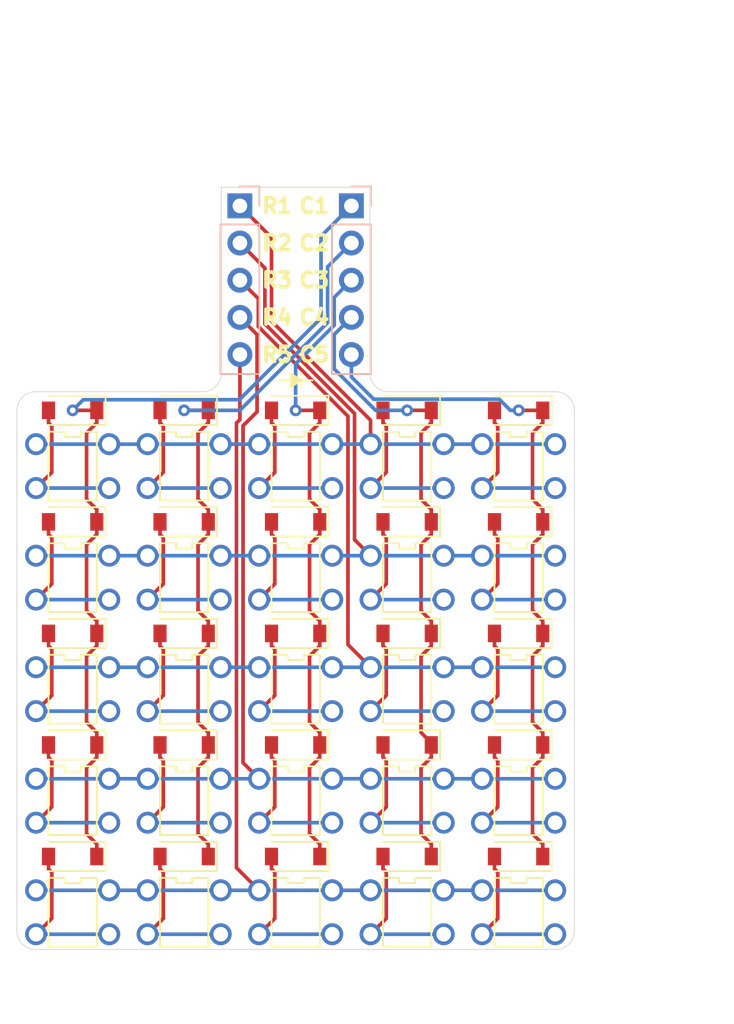
<source format=kicad_pcb>
(kicad_pcb (version 20171130) (host pcbnew "(5.1.5)-3")

  (general
    (thickness 1.6)
    (drawings 34)
    (tracks 347)
    (zones 0)
    (modules 52)
    (nets 36)
  )

  (page A4)
  (layers
    (0 F.Cu signal)
    (31 B.Cu signal)
    (32 B.Adhes user)
    (33 F.Adhes user)
    (34 B.Paste user)
    (35 F.Paste user)
    (36 B.SilkS user)
    (37 F.SilkS user)
    (38 B.Mask user)
    (39 F.Mask user)
    (40 Dwgs.User user)
    (41 Cmts.User user)
    (42 Eco1.User user)
    (43 Eco2.User user)
    (44 Edge.Cuts user)
    (45 Margin user)
    (46 B.CrtYd user hide)
    (47 F.CrtYd user hide)
    (48 B.Fab user hide)
    (49 F.Fab user hide)
  )

  (setup
    (last_trace_width 0.25)
    (trace_clearance 0.2)
    (zone_clearance 0.508)
    (zone_45_only no)
    (trace_min 0.2)
    (via_size 0.8)
    (via_drill 0.4)
    (via_min_size 0.4)
    (via_min_drill 0.3)
    (uvia_size 0.3)
    (uvia_drill 0.1)
    (uvias_allowed no)
    (uvia_min_size 0.2)
    (uvia_min_drill 0.1)
    (edge_width 0.05)
    (segment_width 0.2)
    (pcb_text_width 0.3)
    (pcb_text_size 1.5 1.5)
    (mod_edge_width 0.12)
    (mod_text_size 1 1)
    (mod_text_width 0.15)
    (pad_size 1.524 1.524)
    (pad_drill 0.762)
    (pad_to_mask_clearance 0.051)
    (solder_mask_min_width 0.25)
    (aux_axis_origin 0 0)
    (visible_elements 7FFFFFFF)
    (pcbplotparams
      (layerselection 0x010fc_ffffffff)
      (usegerberextensions false)
      (usegerberattributes false)
      (usegerberadvancedattributes false)
      (creategerberjobfile false)
      (excludeedgelayer true)
      (linewidth 0.100000)
      (plotframeref false)
      (viasonmask false)
      (mode 1)
      (useauxorigin false)
      (hpglpennumber 1)
      (hpglpenspeed 20)
      (hpglpendiameter 15.000000)
      (psnegative false)
      (psa4output false)
      (plotreference true)
      (plotvalue true)
      (plotinvisibletext false)
      (padsonsilk false)
      (subtractmaskfromsilk false)
      (outputformat 1)
      (mirror false)
      (drillshape 0)
      (scaleselection 1)
      (outputdirectory "Gerbers/"))
  )

  (net 0 "")
  (net 1 "Net-(D101-Pad2)")
  (net 2 col1)
  (net 3 "Net-(D102-Pad2)")
  (net 4 col2)
  (net 5 "Net-(D103-Pad2)")
  (net 6 col3)
  (net 7 "Net-(D104-Pad2)")
  (net 8 col4)
  (net 9 "Net-(D105-Pad2)")
  (net 10 "Net-(D106-Pad2)")
  (net 11 "Net-(D107-Pad2)")
  (net 12 "Net-(D108-Pad2)")
  (net 13 "Net-(D109-Pad2)")
  (net 14 "Net-(D110-Pad2)")
  (net 15 "Net-(D111-Pad2)")
  (net 16 "Net-(D112-Pad2)")
  (net 17 "Net-(D113-Pad2)")
  (net 18 "Net-(D114-Pad2)")
  (net 19 "Net-(D115-Pad2)")
  (net 20 "Net-(D116-Pad2)")
  (net 21 row4)
  (net 22 row3)
  (net 23 row2)
  (net 24 row1)
  (net 25 col5)
  (net 26 "Net-(D117-Pad2)")
  (net 27 "Net-(D118-Pad2)")
  (net 28 "Net-(D119-Pad2)")
  (net 29 "Net-(D120-Pad2)")
  (net 30 "Net-(D121-Pad2)")
  (net 31 "Net-(D122-Pad2)")
  (net 32 "Net-(D123-Pad2)")
  (net 33 "Net-(D124-Pad2)")
  (net 34 "Net-(D125-Pad2)")
  (net 35 row5)

  (net_class Default "This is the default net class."
    (clearance 0.2)
    (trace_width 0.25)
    (via_dia 0.8)
    (via_drill 0.4)
    (uvia_dia 0.3)
    (uvia_drill 0.1)
    (add_net "Net-(D101-Pad2)")
    (add_net "Net-(D102-Pad2)")
    (add_net "Net-(D103-Pad2)")
    (add_net "Net-(D104-Pad2)")
    (add_net "Net-(D105-Pad2)")
    (add_net "Net-(D106-Pad2)")
    (add_net "Net-(D107-Pad2)")
    (add_net "Net-(D108-Pad2)")
    (add_net "Net-(D109-Pad2)")
    (add_net "Net-(D110-Pad2)")
    (add_net "Net-(D111-Pad2)")
    (add_net "Net-(D112-Pad2)")
    (add_net "Net-(D113-Pad2)")
    (add_net "Net-(D114-Pad2)")
    (add_net "Net-(D115-Pad2)")
    (add_net "Net-(D116-Pad2)")
    (add_net "Net-(D117-Pad2)")
    (add_net "Net-(D118-Pad2)")
    (add_net "Net-(D119-Pad2)")
    (add_net "Net-(D120-Pad2)")
    (add_net "Net-(D121-Pad2)")
    (add_net "Net-(D122-Pad2)")
    (add_net "Net-(D123-Pad2)")
    (add_net "Net-(D124-Pad2)")
    (add_net "Net-(D125-Pad2)")
    (add_net col1)
    (add_net col2)
    (add_net col3)
    (add_net col4)
    (add_net col5)
    (add_net row1)
    (add_net row2)
    (add_net row3)
    (add_net row4)
    (add_net row5)
  )

  (module mini-matrix:PushButton_4.5mm (layer F.Cu) (tedit 5EBB7791) (tstamp 5EBBC665)
    (at 110.49 73.66 270)
    (path /5ECCBCFC)
    (fp_text reference SW125 (at -3.35 0) (layer F.Fab)
      (effects (font (size 1 1) (thickness 0.15)))
    )
    (fp_text value SW_Push (at 0 0 90) (layer F.Fab)
      (effects (font (size 1 1) (thickness 0.15)))
    )
    (fp_line (start -2.5 3.5) (end -2.5 -3.5) (layer F.CrtYd) (width 0.05))
    (fp_line (start 2.5 3.5) (end -2.5 3.5) (layer F.CrtYd) (width 0.05))
    (fp_line (start 2.5 -3.5) (end 2.5 3.5) (layer F.CrtYd) (width 0.05))
    (fp_line (start -2.5 -3.5) (end 2.5 -3.5) (layer F.CrtYd) (width 0.05))
    (fp_line (start -2.35 0.549999) (end -2.35 1.649999) (layer F.SilkS) (width 0.12))
    (fp_line (start -1.99 0.549999) (end -2.35 0.549999) (layer F.SilkS) (width 0.12))
    (fp_line (start -1.99 -0.55) (end -1.99 0.549999) (layer F.SilkS) (width 0.12))
    (fp_line (start -2.35 -0.55) (end -1.99 -0.55) (layer F.SilkS) (width 0.12))
    (fp_line (start -2.35 -1.65) (end -2.35 -0.55) (layer F.SilkS) (width 0.12))
    (fp_line (start 2.35 -1.649999) (end -2.35 -1.65) (layer F.SilkS) (width 0.12))
    (fp_line (start 2.35 1.65) (end 2.35 -1.649999) (layer F.SilkS) (width 0.12))
    (fp_line (start -2.35 1.649999) (end 2.35 1.65) (layer F.SilkS) (width 0.12))
    (pad 2 thru_hole circle (at 1.5 2.5 270) (size 1.5 1.5) (drill 1) (layers *.Cu *.Mask)
      (net 34 "Net-(D125-Pad2)"))
    (pad 2 thru_hole circle (at 1.5 -2.5 270) (size 1.5 1.5) (drill 1) (layers *.Cu *.Mask)
      (net 34 "Net-(D125-Pad2)"))
    (pad 1 thru_hole circle (at -1.5 2.5 270) (size 1.5 1.5) (drill 1) (layers *.Cu *.Mask)
      (net 35 row5))
    (pad 1 thru_hole circle (at -1.5 -2.5 270) (size 1.5 1.5) (drill 1) (layers *.Cu *.Mask)
      (net 35 row5))
    (model ${KISYS3DMOD}/Button_Switch_THT.3dshapes/SW_PUSH_6mm.wrl
      (offset (xyz 1.7 2.4 0))
      (scale (xyz 0.75 0.75 0.75))
      (rotate (xyz 0 0 90))
    )
  )

  (module mini-matrix:PushButton_4.5mm (layer F.Cu) (tedit 5EBB7791) (tstamp 5EBBC605)
    (at 110.49 66.04 270)
    (path /5ECCBCEE)
    (fp_text reference SW120 (at -3.35 0) (layer F.Fab)
      (effects (font (size 1 1) (thickness 0.15)))
    )
    (fp_text value SW_Push (at 0 0 90) (layer F.Fab)
      (effects (font (size 1 1) (thickness 0.15)))
    )
    (fp_line (start -2.5 3.5) (end -2.5 -3.5) (layer F.CrtYd) (width 0.05))
    (fp_line (start 2.5 3.5) (end -2.5 3.5) (layer F.CrtYd) (width 0.05))
    (fp_line (start 2.5 -3.5) (end 2.5 3.5) (layer F.CrtYd) (width 0.05))
    (fp_line (start -2.5 -3.5) (end 2.5 -3.5) (layer F.CrtYd) (width 0.05))
    (fp_line (start -2.35 0.549999) (end -2.35 1.649999) (layer F.SilkS) (width 0.12))
    (fp_line (start -1.99 0.549999) (end -2.35 0.549999) (layer F.SilkS) (width 0.12))
    (fp_line (start -1.99 -0.55) (end -1.99 0.549999) (layer F.SilkS) (width 0.12))
    (fp_line (start -2.35 -0.55) (end -1.99 -0.55) (layer F.SilkS) (width 0.12))
    (fp_line (start -2.35 -1.65) (end -2.35 -0.55) (layer F.SilkS) (width 0.12))
    (fp_line (start 2.35 -1.649999) (end -2.35 -1.65) (layer F.SilkS) (width 0.12))
    (fp_line (start 2.35 1.65) (end 2.35 -1.649999) (layer F.SilkS) (width 0.12))
    (fp_line (start -2.35 1.649999) (end 2.35 1.65) (layer F.SilkS) (width 0.12))
    (pad 2 thru_hole circle (at 1.5 2.5 270) (size 1.5 1.5) (drill 1) (layers *.Cu *.Mask)
      (net 29 "Net-(D120-Pad2)"))
    (pad 2 thru_hole circle (at 1.5 -2.5 270) (size 1.5 1.5) (drill 1) (layers *.Cu *.Mask)
      (net 29 "Net-(D120-Pad2)"))
    (pad 1 thru_hole circle (at -1.5 2.5 270) (size 1.5 1.5) (drill 1) (layers *.Cu *.Mask)
      (net 21 row4))
    (pad 1 thru_hole circle (at -1.5 -2.5 270) (size 1.5 1.5) (drill 1) (layers *.Cu *.Mask)
      (net 21 row4))
    (model ${KISYS3DMOD}/Button_Switch_THT.3dshapes/SW_PUSH_6mm.wrl
      (offset (xyz 1.7 2.4 0))
      (scale (xyz 0.75 0.75 0.75))
      (rotate (xyz 0 0 90))
    )
  )

  (module mini-matrix:PushButton_4.5mm (layer F.Cu) (tedit 5EBB7791) (tstamp 5EBBC5A5)
    (at 110.49 58.42 270)
    (path /5ECCBCE0)
    (fp_text reference SW115 (at -3.35 0) (layer F.Fab)
      (effects (font (size 1 1) (thickness 0.15)))
    )
    (fp_text value SW_Push (at 0 0 90) (layer F.Fab)
      (effects (font (size 1 1) (thickness 0.15)))
    )
    (fp_line (start -2.5 3.5) (end -2.5 -3.5) (layer F.CrtYd) (width 0.05))
    (fp_line (start 2.5 3.5) (end -2.5 3.5) (layer F.CrtYd) (width 0.05))
    (fp_line (start 2.5 -3.5) (end 2.5 3.5) (layer F.CrtYd) (width 0.05))
    (fp_line (start -2.5 -3.5) (end 2.5 -3.5) (layer F.CrtYd) (width 0.05))
    (fp_line (start -2.35 0.549999) (end -2.35 1.649999) (layer F.SilkS) (width 0.12))
    (fp_line (start -1.99 0.549999) (end -2.35 0.549999) (layer F.SilkS) (width 0.12))
    (fp_line (start -1.99 -0.55) (end -1.99 0.549999) (layer F.SilkS) (width 0.12))
    (fp_line (start -2.35 -0.55) (end -1.99 -0.55) (layer F.SilkS) (width 0.12))
    (fp_line (start -2.35 -1.65) (end -2.35 -0.55) (layer F.SilkS) (width 0.12))
    (fp_line (start 2.35 -1.649999) (end -2.35 -1.65) (layer F.SilkS) (width 0.12))
    (fp_line (start 2.35 1.65) (end 2.35 -1.649999) (layer F.SilkS) (width 0.12))
    (fp_line (start -2.35 1.649999) (end 2.35 1.65) (layer F.SilkS) (width 0.12))
    (pad 2 thru_hole circle (at 1.5 2.5 270) (size 1.5 1.5) (drill 1) (layers *.Cu *.Mask)
      (net 19 "Net-(D115-Pad2)"))
    (pad 2 thru_hole circle (at 1.5 -2.5 270) (size 1.5 1.5) (drill 1) (layers *.Cu *.Mask)
      (net 19 "Net-(D115-Pad2)"))
    (pad 1 thru_hole circle (at -1.5 2.5 270) (size 1.5 1.5) (drill 1) (layers *.Cu *.Mask)
      (net 22 row3))
    (pad 1 thru_hole circle (at -1.5 -2.5 270) (size 1.5 1.5) (drill 1) (layers *.Cu *.Mask)
      (net 22 row3))
    (model ${KISYS3DMOD}/Button_Switch_THT.3dshapes/SW_PUSH_6mm.wrl
      (offset (xyz 1.7 2.4 0))
      (scale (xyz 0.75 0.75 0.75))
      (rotate (xyz 0 0 90))
    )
  )

  (module mini-matrix:PushButton_4.5mm (layer F.Cu) (tedit 5EBB7791) (tstamp 5EBBC545)
    (at 110.49 50.8 270)
    (path /5ECCBCD2)
    (fp_text reference SW110 (at -3.35 0) (layer F.Fab)
      (effects (font (size 1 1) (thickness 0.15)))
    )
    (fp_text value SW_Push (at 0 0 90) (layer F.Fab)
      (effects (font (size 1 1) (thickness 0.15)))
    )
    (fp_line (start -2.5 3.5) (end -2.5 -3.5) (layer F.CrtYd) (width 0.05))
    (fp_line (start 2.5 3.5) (end -2.5 3.5) (layer F.CrtYd) (width 0.05))
    (fp_line (start 2.5 -3.5) (end 2.5 3.5) (layer F.CrtYd) (width 0.05))
    (fp_line (start -2.5 -3.5) (end 2.5 -3.5) (layer F.CrtYd) (width 0.05))
    (fp_line (start -2.35 0.549999) (end -2.35 1.649999) (layer F.SilkS) (width 0.12))
    (fp_line (start -1.99 0.549999) (end -2.35 0.549999) (layer F.SilkS) (width 0.12))
    (fp_line (start -1.99 -0.55) (end -1.99 0.549999) (layer F.SilkS) (width 0.12))
    (fp_line (start -2.35 -0.55) (end -1.99 -0.55) (layer F.SilkS) (width 0.12))
    (fp_line (start -2.35 -1.65) (end -2.35 -0.55) (layer F.SilkS) (width 0.12))
    (fp_line (start 2.35 -1.649999) (end -2.35 -1.65) (layer F.SilkS) (width 0.12))
    (fp_line (start 2.35 1.65) (end 2.35 -1.649999) (layer F.SilkS) (width 0.12))
    (fp_line (start -2.35 1.649999) (end 2.35 1.65) (layer F.SilkS) (width 0.12))
    (pad 2 thru_hole circle (at 1.5 2.5 270) (size 1.5 1.5) (drill 1) (layers *.Cu *.Mask)
      (net 14 "Net-(D110-Pad2)"))
    (pad 2 thru_hole circle (at 1.5 -2.5 270) (size 1.5 1.5) (drill 1) (layers *.Cu *.Mask)
      (net 14 "Net-(D110-Pad2)"))
    (pad 1 thru_hole circle (at -1.5 2.5 270) (size 1.5 1.5) (drill 1) (layers *.Cu *.Mask)
      (net 23 row2))
    (pad 1 thru_hole circle (at -1.5 -2.5 270) (size 1.5 1.5) (drill 1) (layers *.Cu *.Mask)
      (net 23 row2))
    (model ${KISYS3DMOD}/Button_Switch_THT.3dshapes/SW_PUSH_6mm.wrl
      (offset (xyz 1.7 2.4 0))
      (scale (xyz 0.75 0.75 0.75))
      (rotate (xyz 0 0 90))
    )
  )

  (module mini-matrix:PushButton_4.5mm (layer F.Cu) (tedit 5EBB7791) (tstamp 5EBBC4E5)
    (at 110.49 43.18 270)
    (path /5ECE241F)
    (fp_text reference SW105 (at -3.35 0) (layer F.Fab)
      (effects (font (size 1 1) (thickness 0.15)))
    )
    (fp_text value SW_Push (at 0 0 90) (layer F.Fab)
      (effects (font (size 1 1) (thickness 0.15)))
    )
    (fp_line (start -2.5 3.5) (end -2.5 -3.5) (layer F.CrtYd) (width 0.05))
    (fp_line (start 2.5 3.5) (end -2.5 3.5) (layer F.CrtYd) (width 0.05))
    (fp_line (start 2.5 -3.5) (end 2.5 3.5) (layer F.CrtYd) (width 0.05))
    (fp_line (start -2.5 -3.5) (end 2.5 -3.5) (layer F.CrtYd) (width 0.05))
    (fp_line (start -2.35 0.549999) (end -2.35 1.649999) (layer F.SilkS) (width 0.12))
    (fp_line (start -1.99 0.549999) (end -2.35 0.549999) (layer F.SilkS) (width 0.12))
    (fp_line (start -1.99 -0.55) (end -1.99 0.549999) (layer F.SilkS) (width 0.12))
    (fp_line (start -2.35 -0.55) (end -1.99 -0.55) (layer F.SilkS) (width 0.12))
    (fp_line (start -2.35 -1.65) (end -2.35 -0.55) (layer F.SilkS) (width 0.12))
    (fp_line (start 2.35 -1.649999) (end -2.35 -1.65) (layer F.SilkS) (width 0.12))
    (fp_line (start 2.35 1.65) (end 2.35 -1.649999) (layer F.SilkS) (width 0.12))
    (fp_line (start -2.35 1.649999) (end 2.35 1.65) (layer F.SilkS) (width 0.12))
    (pad 2 thru_hole circle (at 1.5 2.5 270) (size 1.5 1.5) (drill 1) (layers *.Cu *.Mask)
      (net 9 "Net-(D105-Pad2)"))
    (pad 2 thru_hole circle (at 1.5 -2.5 270) (size 1.5 1.5) (drill 1) (layers *.Cu *.Mask)
      (net 9 "Net-(D105-Pad2)"))
    (pad 1 thru_hole circle (at -1.5 2.5 270) (size 1.5 1.5) (drill 1) (layers *.Cu *.Mask)
      (net 24 row1))
    (pad 1 thru_hole circle (at -1.5 -2.5 270) (size 1.5 1.5) (drill 1) (layers *.Cu *.Mask)
      (net 24 row1))
    (model ${KISYS3DMOD}/Button_Switch_THT.3dshapes/SW_PUSH_6mm.wrl
      (offset (xyz 1.7 2.4 0))
      (scale (xyz 0.75 0.75 0.75))
      (rotate (xyz 0 0 90))
    )
  )

  (module mini-matrix:PushButton_4.5mm (layer F.Cu) (tedit 5EBB7791) (tstamp 5EBBC4D1)
    (at 102.87 43.18 270)
    (path /5ECE23ED)
    (fp_text reference SW104 (at -3.35 0) (layer F.Fab)
      (effects (font (size 1 1) (thickness 0.15)))
    )
    (fp_text value SW_Push (at 0 0 90) (layer F.Fab)
      (effects (font (size 1 1) (thickness 0.15)))
    )
    (fp_line (start -2.5 3.5) (end -2.5 -3.5) (layer F.CrtYd) (width 0.05))
    (fp_line (start 2.5 3.5) (end -2.5 3.5) (layer F.CrtYd) (width 0.05))
    (fp_line (start 2.5 -3.5) (end 2.5 3.5) (layer F.CrtYd) (width 0.05))
    (fp_line (start -2.5 -3.5) (end 2.5 -3.5) (layer F.CrtYd) (width 0.05))
    (fp_line (start -2.35 0.549999) (end -2.35 1.649999) (layer F.SilkS) (width 0.12))
    (fp_line (start -1.99 0.549999) (end -2.35 0.549999) (layer F.SilkS) (width 0.12))
    (fp_line (start -1.99 -0.55) (end -1.99 0.549999) (layer F.SilkS) (width 0.12))
    (fp_line (start -2.35 -0.55) (end -1.99 -0.55) (layer F.SilkS) (width 0.12))
    (fp_line (start -2.35 -1.65) (end -2.35 -0.55) (layer F.SilkS) (width 0.12))
    (fp_line (start 2.35 -1.649999) (end -2.35 -1.65) (layer F.SilkS) (width 0.12))
    (fp_line (start 2.35 1.65) (end 2.35 -1.649999) (layer F.SilkS) (width 0.12))
    (fp_line (start -2.35 1.649999) (end 2.35 1.65) (layer F.SilkS) (width 0.12))
    (pad 2 thru_hole circle (at 1.5 2.5 270) (size 1.5 1.5) (drill 1) (layers *.Cu *.Mask)
      (net 7 "Net-(D104-Pad2)"))
    (pad 2 thru_hole circle (at 1.5 -2.5 270) (size 1.5 1.5) (drill 1) (layers *.Cu *.Mask)
      (net 7 "Net-(D104-Pad2)"))
    (pad 1 thru_hole circle (at -1.5 2.5 270) (size 1.5 1.5) (drill 1) (layers *.Cu *.Mask)
      (net 24 row1))
    (pad 1 thru_hole circle (at -1.5 -2.5 270) (size 1.5 1.5) (drill 1) (layers *.Cu *.Mask)
      (net 24 row1))
    (model ${KISYS3DMOD}/Button_Switch_THT.3dshapes/SW_PUSH_6mm.wrl
      (offset (xyz 1.7 2.4 0))
      (scale (xyz 0.75 0.75 0.75))
      (rotate (xyz 0 0 90))
    )
  )

  (module mini-matrix:PushButton_4.5mm (layer F.Cu) (tedit 5EBB7791) (tstamp 5EBBC4BD)
    (at 95.25 43.18 270)
    (path /5ECE23E7)
    (fp_text reference SW103 (at -3.35 0) (layer F.Fab)
      (effects (font (size 1 1) (thickness 0.15)))
    )
    (fp_text value SW_Push (at 0 0 90) (layer F.Fab)
      (effects (font (size 1 1) (thickness 0.15)))
    )
    (fp_line (start -2.5 3.5) (end -2.5 -3.5) (layer F.CrtYd) (width 0.05))
    (fp_line (start 2.5 3.5) (end -2.5 3.5) (layer F.CrtYd) (width 0.05))
    (fp_line (start 2.5 -3.5) (end 2.5 3.5) (layer F.CrtYd) (width 0.05))
    (fp_line (start -2.5 -3.5) (end 2.5 -3.5) (layer F.CrtYd) (width 0.05))
    (fp_line (start -2.35 0.549999) (end -2.35 1.649999) (layer F.SilkS) (width 0.12))
    (fp_line (start -1.99 0.549999) (end -2.35 0.549999) (layer F.SilkS) (width 0.12))
    (fp_line (start -1.99 -0.55) (end -1.99 0.549999) (layer F.SilkS) (width 0.12))
    (fp_line (start -2.35 -0.55) (end -1.99 -0.55) (layer F.SilkS) (width 0.12))
    (fp_line (start -2.35 -1.65) (end -2.35 -0.55) (layer F.SilkS) (width 0.12))
    (fp_line (start 2.35 -1.649999) (end -2.35 -1.65) (layer F.SilkS) (width 0.12))
    (fp_line (start 2.35 1.65) (end 2.35 -1.649999) (layer F.SilkS) (width 0.12))
    (fp_line (start -2.35 1.649999) (end 2.35 1.65) (layer F.SilkS) (width 0.12))
    (pad 2 thru_hole circle (at 1.5 2.5 270) (size 1.5 1.5) (drill 1) (layers *.Cu *.Mask)
      (net 5 "Net-(D103-Pad2)"))
    (pad 2 thru_hole circle (at 1.5 -2.5 270) (size 1.5 1.5) (drill 1) (layers *.Cu *.Mask)
      (net 5 "Net-(D103-Pad2)"))
    (pad 1 thru_hole circle (at -1.5 2.5 270) (size 1.5 1.5) (drill 1) (layers *.Cu *.Mask)
      (net 24 row1))
    (pad 1 thru_hole circle (at -1.5 -2.5 270) (size 1.5 1.5) (drill 1) (layers *.Cu *.Mask)
      (net 24 row1))
    (model ${KISYS3DMOD}/Button_Switch_THT.3dshapes/SW_PUSH_6mm.wrl
      (offset (xyz 1.7 2.4 0))
      (scale (xyz 0.75 0.75 0.75))
      (rotate (xyz 0 0 90))
    )
  )

  (module mini-matrix:PushButton_4.5mm (layer F.Cu) (tedit 5EBB7791) (tstamp 5EBBC4A9)
    (at 87.63 43.18 270)
    (path /5ECE23E1)
    (fp_text reference SW102 (at -3.35 0) (layer F.Fab)
      (effects (font (size 1 1) (thickness 0.15)))
    )
    (fp_text value SW_Push (at 0 0 90) (layer F.Fab)
      (effects (font (size 1 1) (thickness 0.15)))
    )
    (fp_line (start -2.5 3.5) (end -2.5 -3.5) (layer F.CrtYd) (width 0.05))
    (fp_line (start 2.5 3.5) (end -2.5 3.5) (layer F.CrtYd) (width 0.05))
    (fp_line (start 2.5 -3.5) (end 2.5 3.5) (layer F.CrtYd) (width 0.05))
    (fp_line (start -2.5 -3.5) (end 2.5 -3.5) (layer F.CrtYd) (width 0.05))
    (fp_line (start -2.35 0.549999) (end -2.35 1.649999) (layer F.SilkS) (width 0.12))
    (fp_line (start -1.99 0.549999) (end -2.35 0.549999) (layer F.SilkS) (width 0.12))
    (fp_line (start -1.99 -0.55) (end -1.99 0.549999) (layer F.SilkS) (width 0.12))
    (fp_line (start -2.35 -0.55) (end -1.99 -0.55) (layer F.SilkS) (width 0.12))
    (fp_line (start -2.35 -1.65) (end -2.35 -0.55) (layer F.SilkS) (width 0.12))
    (fp_line (start 2.35 -1.649999) (end -2.35 -1.65) (layer F.SilkS) (width 0.12))
    (fp_line (start 2.35 1.65) (end 2.35 -1.649999) (layer F.SilkS) (width 0.12))
    (fp_line (start -2.35 1.649999) (end 2.35 1.65) (layer F.SilkS) (width 0.12))
    (pad 2 thru_hole circle (at 1.5 2.5 270) (size 1.5 1.5) (drill 1) (layers *.Cu *.Mask)
      (net 3 "Net-(D102-Pad2)"))
    (pad 2 thru_hole circle (at 1.5 -2.5 270) (size 1.5 1.5) (drill 1) (layers *.Cu *.Mask)
      (net 3 "Net-(D102-Pad2)"))
    (pad 1 thru_hole circle (at -1.5 2.5 270) (size 1.5 1.5) (drill 1) (layers *.Cu *.Mask)
      (net 24 row1))
    (pad 1 thru_hole circle (at -1.5 -2.5 270) (size 1.5 1.5) (drill 1) (layers *.Cu *.Mask)
      (net 24 row1))
    (model ${KISYS3DMOD}/Button_Switch_THT.3dshapes/SW_PUSH_6mm.wrl
      (offset (xyz 1.7 2.4 0))
      (scale (xyz 0.75 0.75 0.75))
      (rotate (xyz 0 0 90))
    )
  )

  (module mini-matrix:PushButton_4.5mm (layer F.Cu) (tedit 5EBB7791) (tstamp 5EBBC495)
    (at 80.01 43.18 270)
    (path /5ECE23DB)
    (fp_text reference SW101 (at -3.35 0) (layer F.Fab)
      (effects (font (size 1 1) (thickness 0.15)))
    )
    (fp_text value SW_Push (at 0 0 90) (layer F.Fab)
      (effects (font (size 1 1) (thickness 0.15)))
    )
    (fp_line (start -2.5 3.5) (end -2.5 -3.5) (layer F.CrtYd) (width 0.05))
    (fp_line (start 2.5 3.5) (end -2.5 3.5) (layer F.CrtYd) (width 0.05))
    (fp_line (start 2.5 -3.5) (end 2.5 3.5) (layer F.CrtYd) (width 0.05))
    (fp_line (start -2.5 -3.5) (end 2.5 -3.5) (layer F.CrtYd) (width 0.05))
    (fp_line (start -2.35 0.549999) (end -2.35 1.649999) (layer F.SilkS) (width 0.12))
    (fp_line (start -1.99 0.549999) (end -2.35 0.549999) (layer F.SilkS) (width 0.12))
    (fp_line (start -1.99 -0.55) (end -1.99 0.549999) (layer F.SilkS) (width 0.12))
    (fp_line (start -2.35 -0.55) (end -1.99 -0.55) (layer F.SilkS) (width 0.12))
    (fp_line (start -2.35 -1.65) (end -2.35 -0.55) (layer F.SilkS) (width 0.12))
    (fp_line (start 2.35 -1.649999) (end -2.35 -1.65) (layer F.SilkS) (width 0.12))
    (fp_line (start 2.35 1.65) (end 2.35 -1.649999) (layer F.SilkS) (width 0.12))
    (fp_line (start -2.35 1.649999) (end 2.35 1.65) (layer F.SilkS) (width 0.12))
    (pad 2 thru_hole circle (at 1.5 2.5 270) (size 1.5 1.5) (drill 1) (layers *.Cu *.Mask)
      (net 1 "Net-(D101-Pad2)"))
    (pad 2 thru_hole circle (at 1.5 -2.5 270) (size 1.5 1.5) (drill 1) (layers *.Cu *.Mask)
      (net 1 "Net-(D101-Pad2)"))
    (pad 1 thru_hole circle (at -1.5 2.5 270) (size 1.5 1.5) (drill 1) (layers *.Cu *.Mask)
      (net 24 row1))
    (pad 1 thru_hole circle (at -1.5 -2.5 270) (size 1.5 1.5) (drill 1) (layers *.Cu *.Mask)
      (net 24 row1))
    (model ${KISYS3DMOD}/Button_Switch_THT.3dshapes/SW_PUSH_6mm.wrl
      (offset (xyz 1.7 2.4 0))
      (scale (xyz 0.75 0.75 0.75))
      (rotate (xyz 0 0 90))
    )
  )

  (module mini-matrix:PushButton_4.5mm (layer F.Cu) (tedit 5EBB7791) (tstamp 5EBBABF6)
    (at 102.87 73.66 270)
    (path /5EBD5C77)
    (fp_text reference SW124 (at -3.35 0) (layer F.Fab)
      (effects (font (size 1 1) (thickness 0.15)))
    )
    (fp_text value SW_Push (at 0 0 90) (layer F.Fab)
      (effects (font (size 1 1) (thickness 0.15)))
    )
    (fp_line (start -2.5 3.5) (end -2.5 -3.5) (layer F.CrtYd) (width 0.05))
    (fp_line (start 2.5 3.5) (end -2.5 3.5) (layer F.CrtYd) (width 0.05))
    (fp_line (start 2.5 -3.5) (end 2.5 3.5) (layer F.CrtYd) (width 0.05))
    (fp_line (start -2.5 -3.5) (end 2.5 -3.5) (layer F.CrtYd) (width 0.05))
    (fp_line (start -2.35 0.549999) (end -2.35 1.649999) (layer F.SilkS) (width 0.12))
    (fp_line (start -1.99 0.549999) (end -2.35 0.549999) (layer F.SilkS) (width 0.12))
    (fp_line (start -1.99 -0.55) (end -1.99 0.549999) (layer F.SilkS) (width 0.12))
    (fp_line (start -2.35 -0.55) (end -1.99 -0.55) (layer F.SilkS) (width 0.12))
    (fp_line (start -2.35 -1.65) (end -2.35 -0.55) (layer F.SilkS) (width 0.12))
    (fp_line (start 2.35 -1.649999) (end -2.35 -1.65) (layer F.SilkS) (width 0.12))
    (fp_line (start 2.35 1.65) (end 2.35 -1.649999) (layer F.SilkS) (width 0.12))
    (fp_line (start -2.35 1.649999) (end 2.35 1.65) (layer F.SilkS) (width 0.12))
    (pad 2 thru_hole circle (at 1.5 2.5 270) (size 1.5 1.5) (drill 1) (layers *.Cu *.Mask)
      (net 33 "Net-(D124-Pad2)"))
    (pad 2 thru_hole circle (at 1.5 -2.5 270) (size 1.5 1.5) (drill 1) (layers *.Cu *.Mask)
      (net 33 "Net-(D124-Pad2)"))
    (pad 1 thru_hole circle (at -1.5 2.5 270) (size 1.5 1.5) (drill 1) (layers *.Cu *.Mask)
      (net 35 row5))
    (pad 1 thru_hole circle (at -1.5 -2.5 270) (size 1.5 1.5) (drill 1) (layers *.Cu *.Mask)
      (net 35 row5))
    (model ${KISYS3DMOD}/Button_Switch_THT.3dshapes/SW_PUSH_6mm.wrl
      (offset (xyz 1.7 2.4 0))
      (scale (xyz 0.75 0.75 0.75))
      (rotate (xyz 0 0 90))
    )
  )

  (module mini-matrix:PushButton_4.5mm (layer F.Cu) (tedit 5EBB7791) (tstamp 5EBBAC68)
    (at 95.25 73.66 270)
    (path /5EBD5C71)
    (fp_text reference SW123 (at -3.35 0) (layer F.Fab)
      (effects (font (size 1 1) (thickness 0.15)))
    )
    (fp_text value SW_Push (at 0 0 90) (layer F.Fab)
      (effects (font (size 1 1) (thickness 0.15)))
    )
    (fp_line (start -2.5 3.5) (end -2.5 -3.5) (layer F.CrtYd) (width 0.05))
    (fp_line (start 2.5 3.5) (end -2.5 3.5) (layer F.CrtYd) (width 0.05))
    (fp_line (start 2.5 -3.5) (end 2.5 3.5) (layer F.CrtYd) (width 0.05))
    (fp_line (start -2.5 -3.5) (end 2.5 -3.5) (layer F.CrtYd) (width 0.05))
    (fp_line (start -2.35 0.549999) (end -2.35 1.649999) (layer F.SilkS) (width 0.12))
    (fp_line (start -1.99 0.549999) (end -2.35 0.549999) (layer F.SilkS) (width 0.12))
    (fp_line (start -1.99 -0.55) (end -1.99 0.549999) (layer F.SilkS) (width 0.12))
    (fp_line (start -2.35 -0.55) (end -1.99 -0.55) (layer F.SilkS) (width 0.12))
    (fp_line (start -2.35 -1.65) (end -2.35 -0.55) (layer F.SilkS) (width 0.12))
    (fp_line (start 2.35 -1.649999) (end -2.35 -1.65) (layer F.SilkS) (width 0.12))
    (fp_line (start 2.35 1.65) (end 2.35 -1.649999) (layer F.SilkS) (width 0.12))
    (fp_line (start -2.35 1.649999) (end 2.35 1.65) (layer F.SilkS) (width 0.12))
    (pad 2 thru_hole circle (at 1.5 2.5 270) (size 1.5 1.5) (drill 1) (layers *.Cu *.Mask)
      (net 32 "Net-(D123-Pad2)"))
    (pad 2 thru_hole circle (at 1.5 -2.5 270) (size 1.5 1.5) (drill 1) (layers *.Cu *.Mask)
      (net 32 "Net-(D123-Pad2)"))
    (pad 1 thru_hole circle (at -1.5 2.5 270) (size 1.5 1.5) (drill 1) (layers *.Cu *.Mask)
      (net 35 row5))
    (pad 1 thru_hole circle (at -1.5 -2.5 270) (size 1.5 1.5) (drill 1) (layers *.Cu *.Mask)
      (net 35 row5))
    (model ${KISYS3DMOD}/Button_Switch_THT.3dshapes/SW_PUSH_6mm.wrl
      (offset (xyz 1.7 2.4 0))
      (scale (xyz 0.75 0.75 0.75))
      (rotate (xyz 0 0 90))
    )
  )

  (module mini-matrix:PushButton_4.5mm (layer F.Cu) (tedit 5EBB7791) (tstamp 5EBBAC2F)
    (at 87.63 73.66 270)
    (path /5EBD5C6B)
    (fp_text reference SW122 (at -3.35 0) (layer F.Fab)
      (effects (font (size 1 1) (thickness 0.15)))
    )
    (fp_text value SW_Push (at 0 0 90) (layer F.Fab)
      (effects (font (size 1 1) (thickness 0.15)))
    )
    (fp_line (start -2.5 3.5) (end -2.5 -3.5) (layer F.CrtYd) (width 0.05))
    (fp_line (start 2.5 3.5) (end -2.5 3.5) (layer F.CrtYd) (width 0.05))
    (fp_line (start 2.5 -3.5) (end 2.5 3.5) (layer F.CrtYd) (width 0.05))
    (fp_line (start -2.5 -3.5) (end 2.5 -3.5) (layer F.CrtYd) (width 0.05))
    (fp_line (start -2.35 0.549999) (end -2.35 1.649999) (layer F.SilkS) (width 0.12))
    (fp_line (start -1.99 0.549999) (end -2.35 0.549999) (layer F.SilkS) (width 0.12))
    (fp_line (start -1.99 -0.55) (end -1.99 0.549999) (layer F.SilkS) (width 0.12))
    (fp_line (start -2.35 -0.55) (end -1.99 -0.55) (layer F.SilkS) (width 0.12))
    (fp_line (start -2.35 -1.65) (end -2.35 -0.55) (layer F.SilkS) (width 0.12))
    (fp_line (start 2.35 -1.649999) (end -2.35 -1.65) (layer F.SilkS) (width 0.12))
    (fp_line (start 2.35 1.65) (end 2.35 -1.649999) (layer F.SilkS) (width 0.12))
    (fp_line (start -2.35 1.649999) (end 2.35 1.65) (layer F.SilkS) (width 0.12))
    (pad 2 thru_hole circle (at 1.5 2.5 270) (size 1.5 1.5) (drill 1) (layers *.Cu *.Mask)
      (net 31 "Net-(D122-Pad2)"))
    (pad 2 thru_hole circle (at 1.5 -2.5 270) (size 1.5 1.5) (drill 1) (layers *.Cu *.Mask)
      (net 31 "Net-(D122-Pad2)"))
    (pad 1 thru_hole circle (at -1.5 2.5 270) (size 1.5 1.5) (drill 1) (layers *.Cu *.Mask)
      (net 35 row5))
    (pad 1 thru_hole circle (at -1.5 -2.5 270) (size 1.5 1.5) (drill 1) (layers *.Cu *.Mask)
      (net 35 row5))
    (model ${KISYS3DMOD}/Button_Switch_THT.3dshapes/SW_PUSH_6mm.wrl
      (offset (xyz 1.7 2.4 0))
      (scale (xyz 0.75 0.75 0.75))
      (rotate (xyz 0 0 90))
    )
  )

  (module mini-matrix:PushButton_4.5mm (layer F.Cu) (tedit 5EBB7791) (tstamp 5EBBA911)
    (at 80.01 73.66 270)
    (path /5EBD5C65)
    (fp_text reference SW121 (at -3.35 0) (layer F.Fab)
      (effects (font (size 1 1) (thickness 0.15)))
    )
    (fp_text value SW_Push (at 0 0 90) (layer F.Fab)
      (effects (font (size 1 1) (thickness 0.15)))
    )
    (fp_line (start -2.5 3.5) (end -2.5 -3.5) (layer F.CrtYd) (width 0.05))
    (fp_line (start 2.5 3.5) (end -2.5 3.5) (layer F.CrtYd) (width 0.05))
    (fp_line (start 2.5 -3.5) (end 2.5 3.5) (layer F.CrtYd) (width 0.05))
    (fp_line (start -2.5 -3.5) (end 2.5 -3.5) (layer F.CrtYd) (width 0.05))
    (fp_line (start -2.35 0.549999) (end -2.35 1.649999) (layer F.SilkS) (width 0.12))
    (fp_line (start -1.99 0.549999) (end -2.35 0.549999) (layer F.SilkS) (width 0.12))
    (fp_line (start -1.99 -0.55) (end -1.99 0.549999) (layer F.SilkS) (width 0.12))
    (fp_line (start -2.35 -0.55) (end -1.99 -0.55) (layer F.SilkS) (width 0.12))
    (fp_line (start -2.35 -1.65) (end -2.35 -0.55) (layer F.SilkS) (width 0.12))
    (fp_line (start 2.35 -1.649999) (end -2.35 -1.65) (layer F.SilkS) (width 0.12))
    (fp_line (start 2.35 1.65) (end 2.35 -1.649999) (layer F.SilkS) (width 0.12))
    (fp_line (start -2.35 1.649999) (end 2.35 1.65) (layer F.SilkS) (width 0.12))
    (pad 2 thru_hole circle (at 1.5 2.5 270) (size 1.5 1.5) (drill 1) (layers *.Cu *.Mask)
      (net 30 "Net-(D121-Pad2)"))
    (pad 2 thru_hole circle (at 1.5 -2.5 270) (size 1.5 1.5) (drill 1) (layers *.Cu *.Mask)
      (net 30 "Net-(D121-Pad2)"))
    (pad 1 thru_hole circle (at -1.5 2.5 270) (size 1.5 1.5) (drill 1) (layers *.Cu *.Mask)
      (net 35 row5))
    (pad 1 thru_hole circle (at -1.5 -2.5 270) (size 1.5 1.5) (drill 1) (layers *.Cu *.Mask)
      (net 35 row5))
    (model ${KISYS3DMOD}/Button_Switch_THT.3dshapes/SW_PUSH_6mm.wrl
      (offset (xyz 1.7 2.4 0))
      (scale (xyz 0.75 0.75 0.75))
      (rotate (xyz 0 0 90))
    )
  )

  (module mini-matrix:PushButton_4.5mm (layer F.Cu) (tedit 5EBB7791) (tstamp 5EBBA983)
    (at 102.87 66.04 270)
    (path /5EBD5C3C)
    (fp_text reference SW119 (at -3.35 0) (layer F.Fab)
      (effects (font (size 1 1) (thickness 0.15)))
    )
    (fp_text value SW_Push (at 0 0 90) (layer F.Fab)
      (effects (font (size 1 1) (thickness 0.15)))
    )
    (fp_line (start -2.5 3.5) (end -2.5 -3.5) (layer F.CrtYd) (width 0.05))
    (fp_line (start 2.5 3.5) (end -2.5 3.5) (layer F.CrtYd) (width 0.05))
    (fp_line (start 2.5 -3.5) (end 2.5 3.5) (layer F.CrtYd) (width 0.05))
    (fp_line (start -2.5 -3.5) (end 2.5 -3.5) (layer F.CrtYd) (width 0.05))
    (fp_line (start -2.35 0.549999) (end -2.35 1.649999) (layer F.SilkS) (width 0.12))
    (fp_line (start -1.99 0.549999) (end -2.35 0.549999) (layer F.SilkS) (width 0.12))
    (fp_line (start -1.99 -0.55) (end -1.99 0.549999) (layer F.SilkS) (width 0.12))
    (fp_line (start -2.35 -0.55) (end -1.99 -0.55) (layer F.SilkS) (width 0.12))
    (fp_line (start -2.35 -1.65) (end -2.35 -0.55) (layer F.SilkS) (width 0.12))
    (fp_line (start 2.35 -1.649999) (end -2.35 -1.65) (layer F.SilkS) (width 0.12))
    (fp_line (start 2.35 1.65) (end 2.35 -1.649999) (layer F.SilkS) (width 0.12))
    (fp_line (start -2.35 1.649999) (end 2.35 1.65) (layer F.SilkS) (width 0.12))
    (pad 2 thru_hole circle (at 1.5 2.5 270) (size 1.5 1.5) (drill 1) (layers *.Cu *.Mask)
      (net 28 "Net-(D119-Pad2)"))
    (pad 2 thru_hole circle (at 1.5 -2.5 270) (size 1.5 1.5) (drill 1) (layers *.Cu *.Mask)
      (net 28 "Net-(D119-Pad2)"))
    (pad 1 thru_hole circle (at -1.5 2.5 270) (size 1.5 1.5) (drill 1) (layers *.Cu *.Mask)
      (net 21 row4))
    (pad 1 thru_hole circle (at -1.5 -2.5 270) (size 1.5 1.5) (drill 1) (layers *.Cu *.Mask)
      (net 21 row4))
    (model ${KISYS3DMOD}/Button_Switch_THT.3dshapes/SW_PUSH_6mm.wrl
      (offset (xyz 1.7 2.4 0))
      (scale (xyz 0.75 0.75 0.75))
      (rotate (xyz 0 0 90))
    )
  )

  (module mini-matrix:PushButton_4.5mm (layer F.Cu) (tedit 5EBB7791) (tstamp 5EBBAB84)
    (at 95.25 66.04 270)
    (path /5EBD5C36)
    (fp_text reference SW118 (at -3.35 0) (layer F.Fab)
      (effects (font (size 1 1) (thickness 0.15)))
    )
    (fp_text value SW_Push (at 0 0 90) (layer F.Fab)
      (effects (font (size 1 1) (thickness 0.15)))
    )
    (fp_line (start -2.5 3.5) (end -2.5 -3.5) (layer F.CrtYd) (width 0.05))
    (fp_line (start 2.5 3.5) (end -2.5 3.5) (layer F.CrtYd) (width 0.05))
    (fp_line (start 2.5 -3.5) (end 2.5 3.5) (layer F.CrtYd) (width 0.05))
    (fp_line (start -2.5 -3.5) (end 2.5 -3.5) (layer F.CrtYd) (width 0.05))
    (fp_line (start -2.35 0.549999) (end -2.35 1.649999) (layer F.SilkS) (width 0.12))
    (fp_line (start -1.99 0.549999) (end -2.35 0.549999) (layer F.SilkS) (width 0.12))
    (fp_line (start -1.99 -0.55) (end -1.99 0.549999) (layer F.SilkS) (width 0.12))
    (fp_line (start -2.35 -0.55) (end -1.99 -0.55) (layer F.SilkS) (width 0.12))
    (fp_line (start -2.35 -1.65) (end -2.35 -0.55) (layer F.SilkS) (width 0.12))
    (fp_line (start 2.35 -1.649999) (end -2.35 -1.65) (layer F.SilkS) (width 0.12))
    (fp_line (start 2.35 1.65) (end 2.35 -1.649999) (layer F.SilkS) (width 0.12))
    (fp_line (start -2.35 1.649999) (end 2.35 1.65) (layer F.SilkS) (width 0.12))
    (pad 2 thru_hole circle (at 1.5 2.5 270) (size 1.5 1.5) (drill 1) (layers *.Cu *.Mask)
      (net 27 "Net-(D118-Pad2)"))
    (pad 2 thru_hole circle (at 1.5 -2.5 270) (size 1.5 1.5) (drill 1) (layers *.Cu *.Mask)
      (net 27 "Net-(D118-Pad2)"))
    (pad 1 thru_hole circle (at -1.5 2.5 270) (size 1.5 1.5) (drill 1) (layers *.Cu *.Mask)
      (net 21 row4))
    (pad 1 thru_hole circle (at -1.5 -2.5 270) (size 1.5 1.5) (drill 1) (layers *.Cu *.Mask)
      (net 21 row4))
    (model ${KISYS3DMOD}/Button_Switch_THT.3dshapes/SW_PUSH_6mm.wrl
      (offset (xyz 1.7 2.4 0))
      (scale (xyz 0.75 0.75 0.75))
      (rotate (xyz 0 0 90))
    )
  )

  (module mini-matrix:PushButton_4.5mm (layer F.Cu) (tedit 5EBB7791) (tstamp 5EBBA9BC)
    (at 87.63 66.04 270)
    (path /5EBD5C30)
    (fp_text reference SW117 (at -3.35 0) (layer F.Fab)
      (effects (font (size 1 1) (thickness 0.15)))
    )
    (fp_text value SW_Push (at 0 0 90) (layer F.Fab)
      (effects (font (size 1 1) (thickness 0.15)))
    )
    (fp_line (start -2.5 3.5) (end -2.5 -3.5) (layer F.CrtYd) (width 0.05))
    (fp_line (start 2.5 3.5) (end -2.5 3.5) (layer F.CrtYd) (width 0.05))
    (fp_line (start 2.5 -3.5) (end 2.5 3.5) (layer F.CrtYd) (width 0.05))
    (fp_line (start -2.5 -3.5) (end 2.5 -3.5) (layer F.CrtYd) (width 0.05))
    (fp_line (start -2.35 0.549999) (end -2.35 1.649999) (layer F.SilkS) (width 0.12))
    (fp_line (start -1.99 0.549999) (end -2.35 0.549999) (layer F.SilkS) (width 0.12))
    (fp_line (start -1.99 -0.55) (end -1.99 0.549999) (layer F.SilkS) (width 0.12))
    (fp_line (start -2.35 -0.55) (end -1.99 -0.55) (layer F.SilkS) (width 0.12))
    (fp_line (start -2.35 -1.65) (end -2.35 -0.55) (layer F.SilkS) (width 0.12))
    (fp_line (start 2.35 -1.649999) (end -2.35 -1.65) (layer F.SilkS) (width 0.12))
    (fp_line (start 2.35 1.65) (end 2.35 -1.649999) (layer F.SilkS) (width 0.12))
    (fp_line (start -2.35 1.649999) (end 2.35 1.65) (layer F.SilkS) (width 0.12))
    (pad 2 thru_hole circle (at 1.5 2.5 270) (size 1.5 1.5) (drill 1) (layers *.Cu *.Mask)
      (net 26 "Net-(D117-Pad2)"))
    (pad 2 thru_hole circle (at 1.5 -2.5 270) (size 1.5 1.5) (drill 1) (layers *.Cu *.Mask)
      (net 26 "Net-(D117-Pad2)"))
    (pad 1 thru_hole circle (at -1.5 2.5 270) (size 1.5 1.5) (drill 1) (layers *.Cu *.Mask)
      (net 21 row4))
    (pad 1 thru_hole circle (at -1.5 -2.5 270) (size 1.5 1.5) (drill 1) (layers *.Cu *.Mask)
      (net 21 row4))
    (model ${KISYS3DMOD}/Button_Switch_THT.3dshapes/SW_PUSH_6mm.wrl
      (offset (xyz 1.7 2.4 0))
      (scale (xyz 0.75 0.75 0.75))
      (rotate (xyz 0 0 90))
    )
  )

  (module mini-matrix:PushButton_4.5mm (layer F.Cu) (tedit 5EBB7791) (tstamp 5EBBAAD9)
    (at 80.01 66.04 270)
    (path /5EBD5C2A)
    (fp_text reference SW116 (at -3.35 0) (layer F.Fab)
      (effects (font (size 1 1) (thickness 0.15)))
    )
    (fp_text value SW_Push (at 0 0 90) (layer F.Fab)
      (effects (font (size 1 1) (thickness 0.15)))
    )
    (fp_line (start -2.5 3.5) (end -2.5 -3.5) (layer F.CrtYd) (width 0.05))
    (fp_line (start 2.5 3.5) (end -2.5 3.5) (layer F.CrtYd) (width 0.05))
    (fp_line (start 2.5 -3.5) (end 2.5 3.5) (layer F.CrtYd) (width 0.05))
    (fp_line (start -2.5 -3.5) (end 2.5 -3.5) (layer F.CrtYd) (width 0.05))
    (fp_line (start -2.35 0.549999) (end -2.35 1.649999) (layer F.SilkS) (width 0.12))
    (fp_line (start -1.99 0.549999) (end -2.35 0.549999) (layer F.SilkS) (width 0.12))
    (fp_line (start -1.99 -0.55) (end -1.99 0.549999) (layer F.SilkS) (width 0.12))
    (fp_line (start -2.35 -0.55) (end -1.99 -0.55) (layer F.SilkS) (width 0.12))
    (fp_line (start -2.35 -1.65) (end -2.35 -0.55) (layer F.SilkS) (width 0.12))
    (fp_line (start 2.35 -1.649999) (end -2.35 -1.65) (layer F.SilkS) (width 0.12))
    (fp_line (start 2.35 1.65) (end 2.35 -1.649999) (layer F.SilkS) (width 0.12))
    (fp_line (start -2.35 1.649999) (end 2.35 1.65) (layer F.SilkS) (width 0.12))
    (pad 2 thru_hole circle (at 1.5 2.5 270) (size 1.5 1.5) (drill 1) (layers *.Cu *.Mask)
      (net 20 "Net-(D116-Pad2)"))
    (pad 2 thru_hole circle (at 1.5 -2.5 270) (size 1.5 1.5) (drill 1) (layers *.Cu *.Mask)
      (net 20 "Net-(D116-Pad2)"))
    (pad 1 thru_hole circle (at -1.5 2.5 270) (size 1.5 1.5) (drill 1) (layers *.Cu *.Mask)
      (net 21 row4))
    (pad 1 thru_hole circle (at -1.5 -2.5 270) (size 1.5 1.5) (drill 1) (layers *.Cu *.Mask)
      (net 21 row4))
    (model ${KISYS3DMOD}/Button_Switch_THT.3dshapes/SW_PUSH_6mm.wrl
      (offset (xyz 1.7 2.4 0))
      (scale (xyz 0.75 0.75 0.75))
      (rotate (xyz 0 0 90))
    )
  )

  (module mini-matrix:PushButton_4.5mm (layer F.Cu) (tedit 5EBB7791) (tstamp 5EBBAA67)
    (at 102.87 58.42 270)
    (path /5EBCAE35)
    (fp_text reference SW114 (at -3.35 0) (layer F.Fab)
      (effects (font (size 1 1) (thickness 0.15)))
    )
    (fp_text value SW_Push (at 0 0 90) (layer F.Fab)
      (effects (font (size 1 1) (thickness 0.15)))
    )
    (fp_line (start -2.5 3.5) (end -2.5 -3.5) (layer F.CrtYd) (width 0.05))
    (fp_line (start 2.5 3.5) (end -2.5 3.5) (layer F.CrtYd) (width 0.05))
    (fp_line (start 2.5 -3.5) (end 2.5 3.5) (layer F.CrtYd) (width 0.05))
    (fp_line (start -2.5 -3.5) (end 2.5 -3.5) (layer F.CrtYd) (width 0.05))
    (fp_line (start -2.35 0.549999) (end -2.35 1.649999) (layer F.SilkS) (width 0.12))
    (fp_line (start -1.99 0.549999) (end -2.35 0.549999) (layer F.SilkS) (width 0.12))
    (fp_line (start -1.99 -0.55) (end -1.99 0.549999) (layer F.SilkS) (width 0.12))
    (fp_line (start -2.35 -0.55) (end -1.99 -0.55) (layer F.SilkS) (width 0.12))
    (fp_line (start -2.35 -1.65) (end -2.35 -0.55) (layer F.SilkS) (width 0.12))
    (fp_line (start 2.35 -1.649999) (end -2.35 -1.65) (layer F.SilkS) (width 0.12))
    (fp_line (start 2.35 1.65) (end 2.35 -1.649999) (layer F.SilkS) (width 0.12))
    (fp_line (start -2.35 1.649999) (end 2.35 1.65) (layer F.SilkS) (width 0.12))
    (pad 2 thru_hole circle (at 1.5 2.5 270) (size 1.5 1.5) (drill 1) (layers *.Cu *.Mask)
      (net 18 "Net-(D114-Pad2)"))
    (pad 2 thru_hole circle (at 1.5 -2.5 270) (size 1.5 1.5) (drill 1) (layers *.Cu *.Mask)
      (net 18 "Net-(D114-Pad2)"))
    (pad 1 thru_hole circle (at -1.5 2.5 270) (size 1.5 1.5) (drill 1) (layers *.Cu *.Mask)
      (net 22 row3))
    (pad 1 thru_hole circle (at -1.5 -2.5 270) (size 1.5 1.5) (drill 1) (layers *.Cu *.Mask)
      (net 22 row3))
    (model ${KISYS3DMOD}/Button_Switch_THT.3dshapes/SW_PUSH_6mm.wrl
      (offset (xyz 1.7 2.4 0))
      (scale (xyz 0.75 0.75 0.75))
      (rotate (xyz 0 0 90))
    )
  )

  (module mini-matrix:PushButton_4.5mm (layer F.Cu) (tedit 5EBB7791) (tstamp 5EBBA94A)
    (at 95.25 58.42 270)
    (path /5EBCAE2F)
    (fp_text reference SW113 (at -3.35 0) (layer F.Fab)
      (effects (font (size 1 1) (thickness 0.15)))
    )
    (fp_text value SW_Push (at 0 0 90) (layer F.Fab)
      (effects (font (size 1 1) (thickness 0.15)))
    )
    (fp_line (start -2.5 3.5) (end -2.5 -3.5) (layer F.CrtYd) (width 0.05))
    (fp_line (start 2.5 3.5) (end -2.5 3.5) (layer F.CrtYd) (width 0.05))
    (fp_line (start 2.5 -3.5) (end 2.5 3.5) (layer F.CrtYd) (width 0.05))
    (fp_line (start -2.5 -3.5) (end 2.5 -3.5) (layer F.CrtYd) (width 0.05))
    (fp_line (start -2.35 0.549999) (end -2.35 1.649999) (layer F.SilkS) (width 0.12))
    (fp_line (start -1.99 0.549999) (end -2.35 0.549999) (layer F.SilkS) (width 0.12))
    (fp_line (start -1.99 -0.55) (end -1.99 0.549999) (layer F.SilkS) (width 0.12))
    (fp_line (start -2.35 -0.55) (end -1.99 -0.55) (layer F.SilkS) (width 0.12))
    (fp_line (start -2.35 -1.65) (end -2.35 -0.55) (layer F.SilkS) (width 0.12))
    (fp_line (start 2.35 -1.649999) (end -2.35 -1.65) (layer F.SilkS) (width 0.12))
    (fp_line (start 2.35 1.65) (end 2.35 -1.649999) (layer F.SilkS) (width 0.12))
    (fp_line (start -2.35 1.649999) (end 2.35 1.65) (layer F.SilkS) (width 0.12))
    (pad 2 thru_hole circle (at 1.5 2.5 270) (size 1.5 1.5) (drill 1) (layers *.Cu *.Mask)
      (net 17 "Net-(D113-Pad2)"))
    (pad 2 thru_hole circle (at 1.5 -2.5 270) (size 1.5 1.5) (drill 1) (layers *.Cu *.Mask)
      (net 17 "Net-(D113-Pad2)"))
    (pad 1 thru_hole circle (at -1.5 2.5 270) (size 1.5 1.5) (drill 1) (layers *.Cu *.Mask)
      (net 22 row3))
    (pad 1 thru_hole circle (at -1.5 -2.5 270) (size 1.5 1.5) (drill 1) (layers *.Cu *.Mask)
      (net 22 row3))
    (model ${KISYS3DMOD}/Button_Switch_THT.3dshapes/SW_PUSH_6mm.wrl
      (offset (xyz 1.7 2.4 0))
      (scale (xyz 0.75 0.75 0.75))
      (rotate (xyz 0 0 90))
    )
  )

  (module mini-matrix:PushButton_4.5mm (layer F.Cu) (tedit 5EBB7791) (tstamp 5EBBAB12)
    (at 87.63 58.42 270)
    (path /5EBCAE29)
    (fp_text reference SW112 (at -3.35 0) (layer F.Fab)
      (effects (font (size 1 1) (thickness 0.15)))
    )
    (fp_text value SW_Push (at 0 0 90) (layer F.Fab)
      (effects (font (size 1 1) (thickness 0.15)))
    )
    (fp_line (start -2.5 3.5) (end -2.5 -3.5) (layer F.CrtYd) (width 0.05))
    (fp_line (start 2.5 3.5) (end -2.5 3.5) (layer F.CrtYd) (width 0.05))
    (fp_line (start 2.5 -3.5) (end 2.5 3.5) (layer F.CrtYd) (width 0.05))
    (fp_line (start -2.5 -3.5) (end 2.5 -3.5) (layer F.CrtYd) (width 0.05))
    (fp_line (start -2.35 0.549999) (end -2.35 1.649999) (layer F.SilkS) (width 0.12))
    (fp_line (start -1.99 0.549999) (end -2.35 0.549999) (layer F.SilkS) (width 0.12))
    (fp_line (start -1.99 -0.55) (end -1.99 0.549999) (layer F.SilkS) (width 0.12))
    (fp_line (start -2.35 -0.55) (end -1.99 -0.55) (layer F.SilkS) (width 0.12))
    (fp_line (start -2.35 -1.65) (end -2.35 -0.55) (layer F.SilkS) (width 0.12))
    (fp_line (start 2.35 -1.649999) (end -2.35 -1.65) (layer F.SilkS) (width 0.12))
    (fp_line (start 2.35 1.65) (end 2.35 -1.649999) (layer F.SilkS) (width 0.12))
    (fp_line (start -2.35 1.649999) (end 2.35 1.65) (layer F.SilkS) (width 0.12))
    (pad 2 thru_hole circle (at 1.5 2.5 270) (size 1.5 1.5) (drill 1) (layers *.Cu *.Mask)
      (net 16 "Net-(D112-Pad2)"))
    (pad 2 thru_hole circle (at 1.5 -2.5 270) (size 1.5 1.5) (drill 1) (layers *.Cu *.Mask)
      (net 16 "Net-(D112-Pad2)"))
    (pad 1 thru_hole circle (at -1.5 2.5 270) (size 1.5 1.5) (drill 1) (layers *.Cu *.Mask)
      (net 22 row3))
    (pad 1 thru_hole circle (at -1.5 -2.5 270) (size 1.5 1.5) (drill 1) (layers *.Cu *.Mask)
      (net 22 row3))
    (model ${KISYS3DMOD}/Button_Switch_THT.3dshapes/SW_PUSH_6mm.wrl
      (offset (xyz 1.7 2.4 0))
      (scale (xyz 0.75 0.75 0.75))
      (rotate (xyz 0 0 90))
    )
  )

  (module mini-matrix:PushButton_4.5mm (layer F.Cu) (tedit 5EBB7791) (tstamp 5EBBABBD)
    (at 80.01 58.42 270)
    (path /5EBCAE23)
    (fp_text reference SW111 (at -3.35 0) (layer F.Fab)
      (effects (font (size 1 1) (thickness 0.15)))
    )
    (fp_text value SW_Push (at 0 0 90) (layer F.Fab)
      (effects (font (size 1 1) (thickness 0.15)))
    )
    (fp_line (start -2.5 3.5) (end -2.5 -3.5) (layer F.CrtYd) (width 0.05))
    (fp_line (start 2.5 3.5) (end -2.5 3.5) (layer F.CrtYd) (width 0.05))
    (fp_line (start 2.5 -3.5) (end 2.5 3.5) (layer F.CrtYd) (width 0.05))
    (fp_line (start -2.5 -3.5) (end 2.5 -3.5) (layer F.CrtYd) (width 0.05))
    (fp_line (start -2.35 0.549999) (end -2.35 1.649999) (layer F.SilkS) (width 0.12))
    (fp_line (start -1.99 0.549999) (end -2.35 0.549999) (layer F.SilkS) (width 0.12))
    (fp_line (start -1.99 -0.55) (end -1.99 0.549999) (layer F.SilkS) (width 0.12))
    (fp_line (start -2.35 -0.55) (end -1.99 -0.55) (layer F.SilkS) (width 0.12))
    (fp_line (start -2.35 -1.65) (end -2.35 -0.55) (layer F.SilkS) (width 0.12))
    (fp_line (start 2.35 -1.649999) (end -2.35 -1.65) (layer F.SilkS) (width 0.12))
    (fp_line (start 2.35 1.65) (end 2.35 -1.649999) (layer F.SilkS) (width 0.12))
    (fp_line (start -2.35 1.649999) (end 2.35 1.65) (layer F.SilkS) (width 0.12))
    (pad 2 thru_hole circle (at 1.5 2.5 270) (size 1.5 1.5) (drill 1) (layers *.Cu *.Mask)
      (net 15 "Net-(D111-Pad2)"))
    (pad 2 thru_hole circle (at 1.5 -2.5 270) (size 1.5 1.5) (drill 1) (layers *.Cu *.Mask)
      (net 15 "Net-(D111-Pad2)"))
    (pad 1 thru_hole circle (at -1.5 2.5 270) (size 1.5 1.5) (drill 1) (layers *.Cu *.Mask)
      (net 22 row3))
    (pad 1 thru_hole circle (at -1.5 -2.5 270) (size 1.5 1.5) (drill 1) (layers *.Cu *.Mask)
      (net 22 row3))
    (model ${KISYS3DMOD}/Button_Switch_THT.3dshapes/SW_PUSH_6mm.wrl
      (offset (xyz 1.7 2.4 0))
      (scale (xyz 0.75 0.75 0.75))
      (rotate (xyz 0 0 90))
    )
  )

  (module mini-matrix:PushButton_4.5mm (layer F.Cu) (tedit 5EBB7791) (tstamp 5EBBA9F5)
    (at 102.87 50.8 270)
    (path /5EBA5A73)
    (fp_text reference SW109 (at -3.35 0) (layer F.Fab)
      (effects (font (size 1 1) (thickness 0.15)))
    )
    (fp_text value SW_Push (at 0 0 90) (layer F.Fab)
      (effects (font (size 1 1) (thickness 0.15)))
    )
    (fp_line (start -2.5 3.5) (end -2.5 -3.5) (layer F.CrtYd) (width 0.05))
    (fp_line (start 2.5 3.5) (end -2.5 3.5) (layer F.CrtYd) (width 0.05))
    (fp_line (start 2.5 -3.5) (end 2.5 3.5) (layer F.CrtYd) (width 0.05))
    (fp_line (start -2.5 -3.5) (end 2.5 -3.5) (layer F.CrtYd) (width 0.05))
    (fp_line (start -2.35 0.549999) (end -2.35 1.649999) (layer F.SilkS) (width 0.12))
    (fp_line (start -1.99 0.549999) (end -2.35 0.549999) (layer F.SilkS) (width 0.12))
    (fp_line (start -1.99 -0.55) (end -1.99 0.549999) (layer F.SilkS) (width 0.12))
    (fp_line (start -2.35 -0.55) (end -1.99 -0.55) (layer F.SilkS) (width 0.12))
    (fp_line (start -2.35 -1.65) (end -2.35 -0.55) (layer F.SilkS) (width 0.12))
    (fp_line (start 2.35 -1.649999) (end -2.35 -1.65) (layer F.SilkS) (width 0.12))
    (fp_line (start 2.35 1.65) (end 2.35 -1.649999) (layer F.SilkS) (width 0.12))
    (fp_line (start -2.35 1.649999) (end 2.35 1.65) (layer F.SilkS) (width 0.12))
    (pad 2 thru_hole circle (at 1.5 2.5 270) (size 1.5 1.5) (drill 1) (layers *.Cu *.Mask)
      (net 13 "Net-(D109-Pad2)"))
    (pad 2 thru_hole circle (at 1.5 -2.5 270) (size 1.5 1.5) (drill 1) (layers *.Cu *.Mask)
      (net 13 "Net-(D109-Pad2)"))
    (pad 1 thru_hole circle (at -1.5 2.5 270) (size 1.5 1.5) (drill 1) (layers *.Cu *.Mask)
      (net 23 row2))
    (pad 1 thru_hole circle (at -1.5 -2.5 270) (size 1.5 1.5) (drill 1) (layers *.Cu *.Mask)
      (net 23 row2))
    (model ${KISYS3DMOD}/Button_Switch_THT.3dshapes/SW_PUSH_6mm.wrl
      (offset (xyz 1.7 2.4 0))
      (scale (xyz 0.75 0.75 0.75))
      (rotate (xyz 0 0 90))
    )
  )

  (module mini-matrix:PushButton_4.5mm (layer F.Cu) (tedit 5EBB7791) (tstamp 5EBBAAA0)
    (at 95.25 50.8 270)
    (path /5EBA5A6D)
    (fp_text reference SW108 (at -3.35 0) (layer F.Fab)
      (effects (font (size 1 1) (thickness 0.15)))
    )
    (fp_text value SW_Push (at 0 0 90) (layer F.Fab)
      (effects (font (size 1 1) (thickness 0.15)))
    )
    (fp_line (start -2.5 3.5) (end -2.5 -3.5) (layer F.CrtYd) (width 0.05))
    (fp_line (start 2.5 3.5) (end -2.5 3.5) (layer F.CrtYd) (width 0.05))
    (fp_line (start 2.5 -3.5) (end 2.5 3.5) (layer F.CrtYd) (width 0.05))
    (fp_line (start -2.5 -3.5) (end 2.5 -3.5) (layer F.CrtYd) (width 0.05))
    (fp_line (start -2.35 0.549999) (end -2.35 1.649999) (layer F.SilkS) (width 0.12))
    (fp_line (start -1.99 0.549999) (end -2.35 0.549999) (layer F.SilkS) (width 0.12))
    (fp_line (start -1.99 -0.55) (end -1.99 0.549999) (layer F.SilkS) (width 0.12))
    (fp_line (start -2.35 -0.55) (end -1.99 -0.55) (layer F.SilkS) (width 0.12))
    (fp_line (start -2.35 -1.65) (end -2.35 -0.55) (layer F.SilkS) (width 0.12))
    (fp_line (start 2.35 -1.649999) (end -2.35 -1.65) (layer F.SilkS) (width 0.12))
    (fp_line (start 2.35 1.65) (end 2.35 -1.649999) (layer F.SilkS) (width 0.12))
    (fp_line (start -2.35 1.649999) (end 2.35 1.65) (layer F.SilkS) (width 0.12))
    (pad 2 thru_hole circle (at 1.5 2.5 270) (size 1.5 1.5) (drill 1) (layers *.Cu *.Mask)
      (net 12 "Net-(D108-Pad2)"))
    (pad 2 thru_hole circle (at 1.5 -2.5 270) (size 1.5 1.5) (drill 1) (layers *.Cu *.Mask)
      (net 12 "Net-(D108-Pad2)"))
    (pad 1 thru_hole circle (at -1.5 2.5 270) (size 1.5 1.5) (drill 1) (layers *.Cu *.Mask)
      (net 23 row2))
    (pad 1 thru_hole circle (at -1.5 -2.5 270) (size 1.5 1.5) (drill 1) (layers *.Cu *.Mask)
      (net 23 row2))
    (model ${KISYS3DMOD}/Button_Switch_THT.3dshapes/SW_PUSH_6mm.wrl
      (offset (xyz 1.7 2.4 0))
      (scale (xyz 0.75 0.75 0.75))
      (rotate (xyz 0 0 90))
    )
  )

  (module mini-matrix:PushButton_4.5mm (layer F.Cu) (tedit 5EBB7791) (tstamp 5EBBAA2E)
    (at 87.63 50.8 270)
    (path /5EBA4F67)
    (fp_text reference SW107 (at -3.35 0) (layer F.Fab)
      (effects (font (size 1 1) (thickness 0.15)))
    )
    (fp_text value SW_Push (at 0 0 90) (layer F.Fab)
      (effects (font (size 1 1) (thickness 0.15)))
    )
    (fp_line (start -2.5 3.5) (end -2.5 -3.5) (layer F.CrtYd) (width 0.05))
    (fp_line (start 2.5 3.5) (end -2.5 3.5) (layer F.CrtYd) (width 0.05))
    (fp_line (start 2.5 -3.5) (end 2.5 3.5) (layer F.CrtYd) (width 0.05))
    (fp_line (start -2.5 -3.5) (end 2.5 -3.5) (layer F.CrtYd) (width 0.05))
    (fp_line (start -2.35 0.549999) (end -2.35 1.649999) (layer F.SilkS) (width 0.12))
    (fp_line (start -1.99 0.549999) (end -2.35 0.549999) (layer F.SilkS) (width 0.12))
    (fp_line (start -1.99 -0.55) (end -1.99 0.549999) (layer F.SilkS) (width 0.12))
    (fp_line (start -2.35 -0.55) (end -1.99 -0.55) (layer F.SilkS) (width 0.12))
    (fp_line (start -2.35 -1.65) (end -2.35 -0.55) (layer F.SilkS) (width 0.12))
    (fp_line (start 2.35 -1.649999) (end -2.35 -1.65) (layer F.SilkS) (width 0.12))
    (fp_line (start 2.35 1.65) (end 2.35 -1.649999) (layer F.SilkS) (width 0.12))
    (fp_line (start -2.35 1.649999) (end 2.35 1.65) (layer F.SilkS) (width 0.12))
    (pad 2 thru_hole circle (at 1.5 2.5 270) (size 1.5 1.5) (drill 1) (layers *.Cu *.Mask)
      (net 11 "Net-(D107-Pad2)"))
    (pad 2 thru_hole circle (at 1.5 -2.5 270) (size 1.5 1.5) (drill 1) (layers *.Cu *.Mask)
      (net 11 "Net-(D107-Pad2)"))
    (pad 1 thru_hole circle (at -1.5 2.5 270) (size 1.5 1.5) (drill 1) (layers *.Cu *.Mask)
      (net 23 row2))
    (pad 1 thru_hole circle (at -1.5 -2.5 270) (size 1.5 1.5) (drill 1) (layers *.Cu *.Mask)
      (net 23 row2))
    (model ${KISYS3DMOD}/Button_Switch_THT.3dshapes/SW_PUSH_6mm.wrl
      (offset (xyz 1.7 2.4 0))
      (scale (xyz 0.75 0.75 0.75))
      (rotate (xyz 0 0 90))
    )
  )

  (module mini-matrix:PushButton_4.5mm (layer F.Cu) (tedit 5EBB7791) (tstamp 5EBBAB4B)
    (at 80.01 50.8 270)
    (path /5EBA4023)
    (fp_text reference SW106 (at -3.35 0) (layer F.Fab)
      (effects (font (size 1 1) (thickness 0.15)))
    )
    (fp_text value SW_Push (at 0 0 90) (layer F.Fab)
      (effects (font (size 1 1) (thickness 0.15)))
    )
    (fp_line (start -2.5 3.5) (end -2.5 -3.5) (layer F.CrtYd) (width 0.05))
    (fp_line (start 2.5 3.5) (end -2.5 3.5) (layer F.CrtYd) (width 0.05))
    (fp_line (start 2.5 -3.5) (end 2.5 3.5) (layer F.CrtYd) (width 0.05))
    (fp_line (start -2.5 -3.5) (end 2.5 -3.5) (layer F.CrtYd) (width 0.05))
    (fp_line (start -2.35 0.549999) (end -2.35 1.649999) (layer F.SilkS) (width 0.12))
    (fp_line (start -1.99 0.549999) (end -2.35 0.549999) (layer F.SilkS) (width 0.12))
    (fp_line (start -1.99 -0.55) (end -1.99 0.549999) (layer F.SilkS) (width 0.12))
    (fp_line (start -2.35 -0.55) (end -1.99 -0.55) (layer F.SilkS) (width 0.12))
    (fp_line (start -2.35 -1.65) (end -2.35 -0.55) (layer F.SilkS) (width 0.12))
    (fp_line (start 2.35 -1.649999) (end -2.35 -1.65) (layer F.SilkS) (width 0.12))
    (fp_line (start 2.35 1.65) (end 2.35 -1.649999) (layer F.SilkS) (width 0.12))
    (fp_line (start -2.35 1.649999) (end 2.35 1.65) (layer F.SilkS) (width 0.12))
    (pad 2 thru_hole circle (at 1.5 2.5 270) (size 1.5 1.5) (drill 1) (layers *.Cu *.Mask)
      (net 10 "Net-(D106-Pad2)"))
    (pad 2 thru_hole circle (at 1.5 -2.5 270) (size 1.5 1.5) (drill 1) (layers *.Cu *.Mask)
      (net 10 "Net-(D106-Pad2)"))
    (pad 1 thru_hole circle (at -1.5 2.5 270) (size 1.5 1.5) (drill 1) (layers *.Cu *.Mask)
      (net 23 row2))
    (pad 1 thru_hole circle (at -1.5 -2.5 270) (size 1.5 1.5) (drill 1) (layers *.Cu *.Mask)
      (net 23 row2))
    (model ${KISYS3DMOD}/Button_Switch_THT.3dshapes/SW_PUSH_6mm.wrl
      (offset (xyz 1.7 2.4 0))
      (scale (xyz 0.75 0.75 0.75))
      (rotate (xyz 0 0 90))
    )
  )

  (module Connector_PinHeader_2.54mm:PinHeader_1x05_P2.54mm_Vertical (layer B.Cu) (tedit 59FED5CC) (tstamp 5EBBC468)
    (at 91.44 25.4 180)
    (descr "Through hole straight pin header, 1x05, 2.54mm pitch, single row")
    (tags "Through hole pin header THT 1x05 2.54mm single row")
    (path /5ED0EAEF)
    (fp_text reference J101 (at 0 2.33) (layer B.SilkS) hide
      (effects (font (size 1 1) (thickness 0.15)) (justify mirror))
    )
    (fp_text value Conn_01x05 (at 0 -12.49) (layer B.Fab)
      (effects (font (size 1 1) (thickness 0.15)) (justify mirror))
    )
    (fp_text user %R (at 0 -5.08 270) (layer B.Fab)
      (effects (font (size 1 1) (thickness 0.15)) (justify mirror))
    )
    (fp_line (start 1.8 1.8) (end -1.8 1.8) (layer B.CrtYd) (width 0.05))
    (fp_line (start 1.8 -11.95) (end 1.8 1.8) (layer B.CrtYd) (width 0.05))
    (fp_line (start -1.8 -11.95) (end 1.8 -11.95) (layer B.CrtYd) (width 0.05))
    (fp_line (start -1.8 1.8) (end -1.8 -11.95) (layer B.CrtYd) (width 0.05))
    (fp_line (start -1.33 1.33) (end 0 1.33) (layer B.SilkS) (width 0.12))
    (fp_line (start -1.33 0) (end -1.33 1.33) (layer B.SilkS) (width 0.12))
    (fp_line (start -1.33 -1.27) (end 1.33 -1.27) (layer B.SilkS) (width 0.12))
    (fp_line (start 1.33 -1.27) (end 1.33 -11.49) (layer B.SilkS) (width 0.12))
    (fp_line (start -1.33 -1.27) (end -1.33 -11.49) (layer B.SilkS) (width 0.12))
    (fp_line (start -1.33 -11.49) (end 1.33 -11.49) (layer B.SilkS) (width 0.12))
    (fp_line (start -1.27 0.635) (end -0.635 1.27) (layer B.Fab) (width 0.1))
    (fp_line (start -1.27 -11.43) (end -1.27 0.635) (layer B.Fab) (width 0.1))
    (fp_line (start 1.27 -11.43) (end -1.27 -11.43) (layer B.Fab) (width 0.1))
    (fp_line (start 1.27 1.27) (end 1.27 -11.43) (layer B.Fab) (width 0.1))
    (fp_line (start -0.635 1.27) (end 1.27 1.27) (layer B.Fab) (width 0.1))
    (pad 5 thru_hole oval (at 0 -10.16 180) (size 1.7 1.7) (drill 1) (layers *.Cu *.Mask)
      (net 35 row5))
    (pad 4 thru_hole oval (at 0 -7.62 180) (size 1.7 1.7) (drill 1) (layers *.Cu *.Mask)
      (net 21 row4))
    (pad 3 thru_hole oval (at 0 -5.08 180) (size 1.7 1.7) (drill 1) (layers *.Cu *.Mask)
      (net 22 row3))
    (pad 2 thru_hole oval (at 0 -2.54 180) (size 1.7 1.7) (drill 1) (layers *.Cu *.Mask)
      (net 23 row2))
    (pad 1 thru_hole rect (at 0 0 180) (size 1.7 1.7) (drill 1) (layers *.Cu *.Mask)
      (net 24 row1))
    (model ${KISYS3DMOD}/Connector_PinHeader_2.54mm.3dshapes/PinHeader_1x05_P2.54mm_Vertical.wrl
      (at (xyz 0 0 0))
      (scale (xyz 1 1 1))
      (rotate (xyz 0 0 0))
    )
  )

  (module Connector_PinHeader_2.54mm:PinHeader_1x05_P2.54mm_Vertical (layer B.Cu) (tedit 59FED5CC) (tstamp 5EBBC481)
    (at 99.06 25.4 180)
    (descr "Through hole straight pin header, 1x05, 2.54mm pitch, single row")
    (tags "Through hole pin header THT 1x05 2.54mm single row")
    (path /5ED0F5F0)
    (fp_text reference J102 (at 0 2.33) (layer B.SilkS) hide
      (effects (font (size 1 1) (thickness 0.15)) (justify mirror))
    )
    (fp_text value Conn_01x05 (at 0 -12.49) (layer B.Fab)
      (effects (font (size 1 1) (thickness 0.15)) (justify mirror))
    )
    (fp_text user %R (at 0 -5.08 270) (layer B.Fab)
      (effects (font (size 1 1) (thickness 0.15)) (justify mirror))
    )
    (fp_line (start 1.8 1.8) (end -1.8 1.8) (layer B.CrtYd) (width 0.05))
    (fp_line (start 1.8 -11.95) (end 1.8 1.8) (layer B.CrtYd) (width 0.05))
    (fp_line (start -1.8 -11.95) (end 1.8 -11.95) (layer B.CrtYd) (width 0.05))
    (fp_line (start -1.8 1.8) (end -1.8 -11.95) (layer B.CrtYd) (width 0.05))
    (fp_line (start -1.33 1.33) (end 0 1.33) (layer B.SilkS) (width 0.12))
    (fp_line (start -1.33 0) (end -1.33 1.33) (layer B.SilkS) (width 0.12))
    (fp_line (start -1.33 -1.27) (end 1.33 -1.27) (layer B.SilkS) (width 0.12))
    (fp_line (start 1.33 -1.27) (end 1.33 -11.49) (layer B.SilkS) (width 0.12))
    (fp_line (start -1.33 -1.27) (end -1.33 -11.49) (layer B.SilkS) (width 0.12))
    (fp_line (start -1.33 -11.49) (end 1.33 -11.49) (layer B.SilkS) (width 0.12))
    (fp_line (start -1.27 0.635) (end -0.635 1.27) (layer B.Fab) (width 0.1))
    (fp_line (start -1.27 -11.43) (end -1.27 0.635) (layer B.Fab) (width 0.1))
    (fp_line (start 1.27 -11.43) (end -1.27 -11.43) (layer B.Fab) (width 0.1))
    (fp_line (start 1.27 1.27) (end 1.27 -11.43) (layer B.Fab) (width 0.1))
    (fp_line (start -0.635 1.27) (end 1.27 1.27) (layer B.Fab) (width 0.1))
    (pad 5 thru_hole oval (at 0 -10.16 180) (size 1.7 1.7) (drill 1) (layers *.Cu *.Mask)
      (net 25 col5))
    (pad 4 thru_hole oval (at 0 -7.62 180) (size 1.7 1.7) (drill 1) (layers *.Cu *.Mask)
      (net 8 col4))
    (pad 3 thru_hole oval (at 0 -5.08 180) (size 1.7 1.7) (drill 1) (layers *.Cu *.Mask)
      (net 6 col3))
    (pad 2 thru_hole oval (at 0 -2.54 180) (size 1.7 1.7) (drill 1) (layers *.Cu *.Mask)
      (net 4 col2))
    (pad 1 thru_hole rect (at 0 0 180) (size 1.7 1.7) (drill 1) (layers *.Cu *.Mask)
      (net 2 col1))
    (model ${KISYS3DMOD}/Connector_PinHeader_2.54mm.3dshapes/PinHeader_1x05_P2.54mm_Vertical.wrl
      (at (xyz 0 0 0))
      (scale (xyz 1 1 1))
      (rotate (xyz 0 0 0))
    )
  )

  (module mini-matrix:D_SOD-123 (layer F.Cu) (tedit 5EBA442D) (tstamp 5EBBC44F)
    (at 110.49 69.85 180)
    (descr SOD-123)
    (tags SOD-123)
    (path /5ECCBD02)
    (attr smd)
    (fp_text reference D125 (at 0 -2) (layer F.Fab)
      (effects (font (size 1 1) (thickness 0.15)))
    )
    (fp_text value D_Small (at 0 2.1) (layer F.Fab)
      (effects (font (size 1 1) (thickness 0.15)))
    )
    (fp_text user %R (at 0 -2) (layer F.Fab)
      (effects (font (size 1 1) (thickness 0.15)))
    )
    (fp_line (start -2.25 -1) (end -2.25 1) (layer F.SilkS) (width 0.12))
    (fp_line (start 0.25 0) (end 0.75 0) (layer F.Fab) (width 0.1))
    (fp_line (start 0.25 0.4) (end -0.35 0) (layer F.Fab) (width 0.1))
    (fp_line (start 0.25 -0.4) (end 0.25 0.4) (layer F.Fab) (width 0.1))
    (fp_line (start -0.35 0) (end 0.25 -0.4) (layer F.Fab) (width 0.1))
    (fp_line (start -0.35 0) (end -0.35 0.55) (layer F.Fab) (width 0.1))
    (fp_line (start -0.35 0) (end -0.35 -0.55) (layer F.Fab) (width 0.1))
    (fp_line (start -0.75 0) (end -0.35 0) (layer F.Fab) (width 0.1))
    (fp_line (start -1.4 0.9) (end -1.4 -0.9) (layer F.Fab) (width 0.1))
    (fp_line (start 1.4 0.9) (end -1.4 0.9) (layer F.Fab) (width 0.1))
    (fp_line (start 1.4 -0.9) (end 1.4 0.9) (layer F.Fab) (width 0.1))
    (fp_line (start -1.4 -0.9) (end 1.4 -0.9) (layer F.Fab) (width 0.1))
    (fp_line (start -2.35 -1.15) (end 2.35 -1.15) (layer F.CrtYd) (width 0.05))
    (fp_line (start 2.35 -1.15) (end 2.35 1.15) (layer F.CrtYd) (width 0.05))
    (fp_line (start 2.35 1.15) (end -2.35 1.15) (layer F.CrtYd) (width 0.05))
    (fp_line (start -2.35 -1.15) (end -2.35 1.15) (layer F.CrtYd) (width 0.05))
    (fp_line (start -2.25 1) (end 1.65 1) (layer F.SilkS) (width 0.12))
    (fp_line (start -2.25 -1) (end 1.65 -1) (layer F.SilkS) (width 0.12))
    (pad 1 smd rect (at -1.65 0 180) (size 0.9 1.2) (layers F.Cu F.Paste F.Mask)
      (net 25 col5))
    (pad 2 smd rect (at 1.65 0 180) (size 0.9 1.2) (layers F.Cu F.Paste F.Mask)
      (net 34 "Net-(D125-Pad2)"))
    (model ${KISYS3DMOD}/Diode_SMD.3dshapes/D_SOD-123.wrl
      (at (xyz 0 0 0))
      (scale (xyz 1 1 1))
      (rotate (xyz 0 0 0))
    )
  )

  (module mini-matrix:D_SOD-123 (layer F.Cu) (tedit 5EBA442D) (tstamp 5EBBC3D6)
    (at 110.49 62.23 180)
    (descr SOD-123)
    (tags SOD-123)
    (path /5ECCBCF4)
    (attr smd)
    (fp_text reference D120 (at 0 -2) (layer F.Fab)
      (effects (font (size 1 1) (thickness 0.15)))
    )
    (fp_text value D_Small (at 0 2.1) (layer F.Fab)
      (effects (font (size 1 1) (thickness 0.15)))
    )
    (fp_text user %R (at 0 -2) (layer F.Fab)
      (effects (font (size 1 1) (thickness 0.15)))
    )
    (fp_line (start -2.25 -1) (end -2.25 1) (layer F.SilkS) (width 0.12))
    (fp_line (start 0.25 0) (end 0.75 0) (layer F.Fab) (width 0.1))
    (fp_line (start 0.25 0.4) (end -0.35 0) (layer F.Fab) (width 0.1))
    (fp_line (start 0.25 -0.4) (end 0.25 0.4) (layer F.Fab) (width 0.1))
    (fp_line (start -0.35 0) (end 0.25 -0.4) (layer F.Fab) (width 0.1))
    (fp_line (start -0.35 0) (end -0.35 0.55) (layer F.Fab) (width 0.1))
    (fp_line (start -0.35 0) (end -0.35 -0.55) (layer F.Fab) (width 0.1))
    (fp_line (start -0.75 0) (end -0.35 0) (layer F.Fab) (width 0.1))
    (fp_line (start -1.4 0.9) (end -1.4 -0.9) (layer F.Fab) (width 0.1))
    (fp_line (start 1.4 0.9) (end -1.4 0.9) (layer F.Fab) (width 0.1))
    (fp_line (start 1.4 -0.9) (end 1.4 0.9) (layer F.Fab) (width 0.1))
    (fp_line (start -1.4 -0.9) (end 1.4 -0.9) (layer F.Fab) (width 0.1))
    (fp_line (start -2.35 -1.15) (end 2.35 -1.15) (layer F.CrtYd) (width 0.05))
    (fp_line (start 2.35 -1.15) (end 2.35 1.15) (layer F.CrtYd) (width 0.05))
    (fp_line (start 2.35 1.15) (end -2.35 1.15) (layer F.CrtYd) (width 0.05))
    (fp_line (start -2.35 -1.15) (end -2.35 1.15) (layer F.CrtYd) (width 0.05))
    (fp_line (start -2.25 1) (end 1.65 1) (layer F.SilkS) (width 0.12))
    (fp_line (start -2.25 -1) (end 1.65 -1) (layer F.SilkS) (width 0.12))
    (pad 1 smd rect (at -1.65 0 180) (size 0.9 1.2) (layers F.Cu F.Paste F.Mask)
      (net 25 col5))
    (pad 2 smd rect (at 1.65 0 180) (size 0.9 1.2) (layers F.Cu F.Paste F.Mask)
      (net 29 "Net-(D120-Pad2)"))
    (model ${KISYS3DMOD}/Diode_SMD.3dshapes/D_SOD-123.wrl
      (at (xyz 0 0 0))
      (scale (xyz 1 1 1))
      (rotate (xyz 0 0 0))
    )
  )

  (module mini-matrix:D_SOD-123 (layer F.Cu) (tedit 5EBA442D) (tstamp 5EBBC35D)
    (at 110.49 54.61 180)
    (descr SOD-123)
    (tags SOD-123)
    (path /5ECCBCE6)
    (attr smd)
    (fp_text reference D115 (at 0 -2) (layer F.Fab)
      (effects (font (size 1 1) (thickness 0.15)))
    )
    (fp_text value D_Small (at 0 2.1) (layer F.Fab)
      (effects (font (size 1 1) (thickness 0.15)))
    )
    (fp_text user %R (at 0 -2) (layer F.Fab)
      (effects (font (size 1 1) (thickness 0.15)))
    )
    (fp_line (start -2.25 -1) (end -2.25 1) (layer F.SilkS) (width 0.12))
    (fp_line (start 0.25 0) (end 0.75 0) (layer F.Fab) (width 0.1))
    (fp_line (start 0.25 0.4) (end -0.35 0) (layer F.Fab) (width 0.1))
    (fp_line (start 0.25 -0.4) (end 0.25 0.4) (layer F.Fab) (width 0.1))
    (fp_line (start -0.35 0) (end 0.25 -0.4) (layer F.Fab) (width 0.1))
    (fp_line (start -0.35 0) (end -0.35 0.55) (layer F.Fab) (width 0.1))
    (fp_line (start -0.35 0) (end -0.35 -0.55) (layer F.Fab) (width 0.1))
    (fp_line (start -0.75 0) (end -0.35 0) (layer F.Fab) (width 0.1))
    (fp_line (start -1.4 0.9) (end -1.4 -0.9) (layer F.Fab) (width 0.1))
    (fp_line (start 1.4 0.9) (end -1.4 0.9) (layer F.Fab) (width 0.1))
    (fp_line (start 1.4 -0.9) (end 1.4 0.9) (layer F.Fab) (width 0.1))
    (fp_line (start -1.4 -0.9) (end 1.4 -0.9) (layer F.Fab) (width 0.1))
    (fp_line (start -2.35 -1.15) (end 2.35 -1.15) (layer F.CrtYd) (width 0.05))
    (fp_line (start 2.35 -1.15) (end 2.35 1.15) (layer F.CrtYd) (width 0.05))
    (fp_line (start 2.35 1.15) (end -2.35 1.15) (layer F.CrtYd) (width 0.05))
    (fp_line (start -2.35 -1.15) (end -2.35 1.15) (layer F.CrtYd) (width 0.05))
    (fp_line (start -2.25 1) (end 1.65 1) (layer F.SilkS) (width 0.12))
    (fp_line (start -2.25 -1) (end 1.65 -1) (layer F.SilkS) (width 0.12))
    (pad 1 smd rect (at -1.65 0 180) (size 0.9 1.2) (layers F.Cu F.Paste F.Mask)
      (net 25 col5))
    (pad 2 smd rect (at 1.65 0 180) (size 0.9 1.2) (layers F.Cu F.Paste F.Mask)
      (net 19 "Net-(D115-Pad2)"))
    (model ${KISYS3DMOD}/Diode_SMD.3dshapes/D_SOD-123.wrl
      (at (xyz 0 0 0))
      (scale (xyz 1 1 1))
      (rotate (xyz 0 0 0))
    )
  )

  (module mini-matrix:D_SOD-123 (layer F.Cu) (tedit 5EBA442D) (tstamp 5EBBC2E4)
    (at 110.49 46.99 180)
    (descr SOD-123)
    (tags SOD-123)
    (path /5ECCBCD8)
    (attr smd)
    (fp_text reference D110 (at 0 -2) (layer F.Fab)
      (effects (font (size 1 1) (thickness 0.15)))
    )
    (fp_text value D_Small (at 0 2.1) (layer F.Fab)
      (effects (font (size 1 1) (thickness 0.15)))
    )
    (fp_text user %R (at 0 -2) (layer F.Fab)
      (effects (font (size 1 1) (thickness 0.15)))
    )
    (fp_line (start -2.25 -1) (end -2.25 1) (layer F.SilkS) (width 0.12))
    (fp_line (start 0.25 0) (end 0.75 0) (layer F.Fab) (width 0.1))
    (fp_line (start 0.25 0.4) (end -0.35 0) (layer F.Fab) (width 0.1))
    (fp_line (start 0.25 -0.4) (end 0.25 0.4) (layer F.Fab) (width 0.1))
    (fp_line (start -0.35 0) (end 0.25 -0.4) (layer F.Fab) (width 0.1))
    (fp_line (start -0.35 0) (end -0.35 0.55) (layer F.Fab) (width 0.1))
    (fp_line (start -0.35 0) (end -0.35 -0.55) (layer F.Fab) (width 0.1))
    (fp_line (start -0.75 0) (end -0.35 0) (layer F.Fab) (width 0.1))
    (fp_line (start -1.4 0.9) (end -1.4 -0.9) (layer F.Fab) (width 0.1))
    (fp_line (start 1.4 0.9) (end -1.4 0.9) (layer F.Fab) (width 0.1))
    (fp_line (start 1.4 -0.9) (end 1.4 0.9) (layer F.Fab) (width 0.1))
    (fp_line (start -1.4 -0.9) (end 1.4 -0.9) (layer F.Fab) (width 0.1))
    (fp_line (start -2.35 -1.15) (end 2.35 -1.15) (layer F.CrtYd) (width 0.05))
    (fp_line (start 2.35 -1.15) (end 2.35 1.15) (layer F.CrtYd) (width 0.05))
    (fp_line (start 2.35 1.15) (end -2.35 1.15) (layer F.CrtYd) (width 0.05))
    (fp_line (start -2.35 -1.15) (end -2.35 1.15) (layer F.CrtYd) (width 0.05))
    (fp_line (start -2.25 1) (end 1.65 1) (layer F.SilkS) (width 0.12))
    (fp_line (start -2.25 -1) (end 1.65 -1) (layer F.SilkS) (width 0.12))
    (pad 1 smd rect (at -1.65 0 180) (size 0.9 1.2) (layers F.Cu F.Paste F.Mask)
      (net 25 col5))
    (pad 2 smd rect (at 1.65 0 180) (size 0.9 1.2) (layers F.Cu F.Paste F.Mask)
      (net 14 "Net-(D110-Pad2)"))
    (model ${KISYS3DMOD}/Diode_SMD.3dshapes/D_SOD-123.wrl
      (at (xyz 0 0 0))
      (scale (xyz 1 1 1))
      (rotate (xyz 0 0 0))
    )
  )

  (module mini-matrix:D_SOD-123 (layer F.Cu) (tedit 5EBA442D) (tstamp 5EBBC26B)
    (at 110.49 39.37 180)
    (descr SOD-123)
    (tags SOD-123)
    (path /5ECE2425)
    (attr smd)
    (fp_text reference D105 (at 0 -2) (layer F.Fab)
      (effects (font (size 1 1) (thickness 0.15)))
    )
    (fp_text value D_Small (at 0 2.1) (layer F.Fab)
      (effects (font (size 1 1) (thickness 0.15)))
    )
    (fp_text user %R (at 0 -2) (layer F.Fab)
      (effects (font (size 1 1) (thickness 0.15)))
    )
    (fp_line (start -2.25 -1) (end -2.25 1) (layer F.SilkS) (width 0.12))
    (fp_line (start 0.25 0) (end 0.75 0) (layer F.Fab) (width 0.1))
    (fp_line (start 0.25 0.4) (end -0.35 0) (layer F.Fab) (width 0.1))
    (fp_line (start 0.25 -0.4) (end 0.25 0.4) (layer F.Fab) (width 0.1))
    (fp_line (start -0.35 0) (end 0.25 -0.4) (layer F.Fab) (width 0.1))
    (fp_line (start -0.35 0) (end -0.35 0.55) (layer F.Fab) (width 0.1))
    (fp_line (start -0.35 0) (end -0.35 -0.55) (layer F.Fab) (width 0.1))
    (fp_line (start -0.75 0) (end -0.35 0) (layer F.Fab) (width 0.1))
    (fp_line (start -1.4 0.9) (end -1.4 -0.9) (layer F.Fab) (width 0.1))
    (fp_line (start 1.4 0.9) (end -1.4 0.9) (layer F.Fab) (width 0.1))
    (fp_line (start 1.4 -0.9) (end 1.4 0.9) (layer F.Fab) (width 0.1))
    (fp_line (start -1.4 -0.9) (end 1.4 -0.9) (layer F.Fab) (width 0.1))
    (fp_line (start -2.35 -1.15) (end 2.35 -1.15) (layer F.CrtYd) (width 0.05))
    (fp_line (start 2.35 -1.15) (end 2.35 1.15) (layer F.CrtYd) (width 0.05))
    (fp_line (start 2.35 1.15) (end -2.35 1.15) (layer F.CrtYd) (width 0.05))
    (fp_line (start -2.35 -1.15) (end -2.35 1.15) (layer F.CrtYd) (width 0.05))
    (fp_line (start -2.25 1) (end 1.65 1) (layer F.SilkS) (width 0.12))
    (fp_line (start -2.25 -1) (end 1.65 -1) (layer F.SilkS) (width 0.12))
    (pad 1 smd rect (at -1.65 0 180) (size 0.9 1.2) (layers F.Cu F.Paste F.Mask)
      (net 25 col5))
    (pad 2 smd rect (at 1.65 0 180) (size 0.9 1.2) (layers F.Cu F.Paste F.Mask)
      (net 9 "Net-(D105-Pad2)"))
    (model ${KISYS3DMOD}/Diode_SMD.3dshapes/D_SOD-123.wrl
      (at (xyz 0 0 0))
      (scale (xyz 1 1 1))
      (rotate (xyz 0 0 0))
    )
  )

  (module mini-matrix:D_SOD-123 (layer F.Cu) (tedit 5EBA442D) (tstamp 5EBBC252)
    (at 102.87 39.37 180)
    (descr SOD-123)
    (tags SOD-123)
    (path /5ECE2405)
    (attr smd)
    (fp_text reference D104 (at 0 -2) (layer F.Fab)
      (effects (font (size 1 1) (thickness 0.15)))
    )
    (fp_text value D_Small (at 0 2.1) (layer F.Fab)
      (effects (font (size 1 1) (thickness 0.15)))
    )
    (fp_text user %R (at 0 -2) (layer F.Fab)
      (effects (font (size 1 1) (thickness 0.15)))
    )
    (fp_line (start -2.25 -1) (end -2.25 1) (layer F.SilkS) (width 0.12))
    (fp_line (start 0.25 0) (end 0.75 0) (layer F.Fab) (width 0.1))
    (fp_line (start 0.25 0.4) (end -0.35 0) (layer F.Fab) (width 0.1))
    (fp_line (start 0.25 -0.4) (end 0.25 0.4) (layer F.Fab) (width 0.1))
    (fp_line (start -0.35 0) (end 0.25 -0.4) (layer F.Fab) (width 0.1))
    (fp_line (start -0.35 0) (end -0.35 0.55) (layer F.Fab) (width 0.1))
    (fp_line (start -0.35 0) (end -0.35 -0.55) (layer F.Fab) (width 0.1))
    (fp_line (start -0.75 0) (end -0.35 0) (layer F.Fab) (width 0.1))
    (fp_line (start -1.4 0.9) (end -1.4 -0.9) (layer F.Fab) (width 0.1))
    (fp_line (start 1.4 0.9) (end -1.4 0.9) (layer F.Fab) (width 0.1))
    (fp_line (start 1.4 -0.9) (end 1.4 0.9) (layer F.Fab) (width 0.1))
    (fp_line (start -1.4 -0.9) (end 1.4 -0.9) (layer F.Fab) (width 0.1))
    (fp_line (start -2.35 -1.15) (end 2.35 -1.15) (layer F.CrtYd) (width 0.05))
    (fp_line (start 2.35 -1.15) (end 2.35 1.15) (layer F.CrtYd) (width 0.05))
    (fp_line (start 2.35 1.15) (end -2.35 1.15) (layer F.CrtYd) (width 0.05))
    (fp_line (start -2.35 -1.15) (end -2.35 1.15) (layer F.CrtYd) (width 0.05))
    (fp_line (start -2.25 1) (end 1.65 1) (layer F.SilkS) (width 0.12))
    (fp_line (start -2.25 -1) (end 1.65 -1) (layer F.SilkS) (width 0.12))
    (pad 1 smd rect (at -1.65 0 180) (size 0.9 1.2) (layers F.Cu F.Paste F.Mask)
      (net 8 col4))
    (pad 2 smd rect (at 1.65 0 180) (size 0.9 1.2) (layers F.Cu F.Paste F.Mask)
      (net 7 "Net-(D104-Pad2)"))
    (model ${KISYS3DMOD}/Diode_SMD.3dshapes/D_SOD-123.wrl
      (at (xyz 0 0 0))
      (scale (xyz 1 1 1))
      (rotate (xyz 0 0 0))
    )
  )

  (module mini-matrix:D_SOD-123 (layer F.Cu) (tedit 5EBA442D) (tstamp 5EBBC239)
    (at 95.25 39.37 180)
    (descr SOD-123)
    (tags SOD-123)
    (path /5ECE23FF)
    (attr smd)
    (fp_text reference D103 (at 0 -2) (layer F.Fab)
      (effects (font (size 1 1) (thickness 0.15)))
    )
    (fp_text value D_Small (at 0 2.1) (layer F.Fab)
      (effects (font (size 1 1) (thickness 0.15)))
    )
    (fp_text user %R (at 0 -2) (layer F.Fab)
      (effects (font (size 1 1) (thickness 0.15)))
    )
    (fp_line (start -2.25 -1) (end -2.25 1) (layer F.SilkS) (width 0.12))
    (fp_line (start 0.25 0) (end 0.75 0) (layer F.Fab) (width 0.1))
    (fp_line (start 0.25 0.4) (end -0.35 0) (layer F.Fab) (width 0.1))
    (fp_line (start 0.25 -0.4) (end 0.25 0.4) (layer F.Fab) (width 0.1))
    (fp_line (start -0.35 0) (end 0.25 -0.4) (layer F.Fab) (width 0.1))
    (fp_line (start -0.35 0) (end -0.35 0.55) (layer F.Fab) (width 0.1))
    (fp_line (start -0.35 0) (end -0.35 -0.55) (layer F.Fab) (width 0.1))
    (fp_line (start -0.75 0) (end -0.35 0) (layer F.Fab) (width 0.1))
    (fp_line (start -1.4 0.9) (end -1.4 -0.9) (layer F.Fab) (width 0.1))
    (fp_line (start 1.4 0.9) (end -1.4 0.9) (layer F.Fab) (width 0.1))
    (fp_line (start 1.4 -0.9) (end 1.4 0.9) (layer F.Fab) (width 0.1))
    (fp_line (start -1.4 -0.9) (end 1.4 -0.9) (layer F.Fab) (width 0.1))
    (fp_line (start -2.35 -1.15) (end 2.35 -1.15) (layer F.CrtYd) (width 0.05))
    (fp_line (start 2.35 -1.15) (end 2.35 1.15) (layer F.CrtYd) (width 0.05))
    (fp_line (start 2.35 1.15) (end -2.35 1.15) (layer F.CrtYd) (width 0.05))
    (fp_line (start -2.35 -1.15) (end -2.35 1.15) (layer F.CrtYd) (width 0.05))
    (fp_line (start -2.25 1) (end 1.65 1) (layer F.SilkS) (width 0.12))
    (fp_line (start -2.25 -1) (end 1.65 -1) (layer F.SilkS) (width 0.12))
    (pad 1 smd rect (at -1.65 0 180) (size 0.9 1.2) (layers F.Cu F.Paste F.Mask)
      (net 6 col3))
    (pad 2 smd rect (at 1.65 0 180) (size 0.9 1.2) (layers F.Cu F.Paste F.Mask)
      (net 5 "Net-(D103-Pad2)"))
    (model ${KISYS3DMOD}/Diode_SMD.3dshapes/D_SOD-123.wrl
      (at (xyz 0 0 0))
      (scale (xyz 1 1 1))
      (rotate (xyz 0 0 0))
    )
  )

  (module mini-matrix:D_SOD-123 (layer F.Cu) (tedit 5EBA442D) (tstamp 5EBBC220)
    (at 87.63 39.37 180)
    (descr SOD-123)
    (tags SOD-123)
    (path /5ECE23F9)
    (attr smd)
    (fp_text reference D102 (at 0 -2) (layer F.Fab)
      (effects (font (size 1 1) (thickness 0.15)))
    )
    (fp_text value D_Small (at 0 2.1) (layer F.Fab)
      (effects (font (size 1 1) (thickness 0.15)))
    )
    (fp_text user %R (at 0 -2) (layer F.Fab)
      (effects (font (size 1 1) (thickness 0.15)))
    )
    (fp_line (start -2.25 -1) (end -2.25 1) (layer F.SilkS) (width 0.12))
    (fp_line (start 0.25 0) (end 0.75 0) (layer F.Fab) (width 0.1))
    (fp_line (start 0.25 0.4) (end -0.35 0) (layer F.Fab) (width 0.1))
    (fp_line (start 0.25 -0.4) (end 0.25 0.4) (layer F.Fab) (width 0.1))
    (fp_line (start -0.35 0) (end 0.25 -0.4) (layer F.Fab) (width 0.1))
    (fp_line (start -0.35 0) (end -0.35 0.55) (layer F.Fab) (width 0.1))
    (fp_line (start -0.35 0) (end -0.35 -0.55) (layer F.Fab) (width 0.1))
    (fp_line (start -0.75 0) (end -0.35 0) (layer F.Fab) (width 0.1))
    (fp_line (start -1.4 0.9) (end -1.4 -0.9) (layer F.Fab) (width 0.1))
    (fp_line (start 1.4 0.9) (end -1.4 0.9) (layer F.Fab) (width 0.1))
    (fp_line (start 1.4 -0.9) (end 1.4 0.9) (layer F.Fab) (width 0.1))
    (fp_line (start -1.4 -0.9) (end 1.4 -0.9) (layer F.Fab) (width 0.1))
    (fp_line (start -2.35 -1.15) (end 2.35 -1.15) (layer F.CrtYd) (width 0.05))
    (fp_line (start 2.35 -1.15) (end 2.35 1.15) (layer F.CrtYd) (width 0.05))
    (fp_line (start 2.35 1.15) (end -2.35 1.15) (layer F.CrtYd) (width 0.05))
    (fp_line (start -2.35 -1.15) (end -2.35 1.15) (layer F.CrtYd) (width 0.05))
    (fp_line (start -2.25 1) (end 1.65 1) (layer F.SilkS) (width 0.12))
    (fp_line (start -2.25 -1) (end 1.65 -1) (layer F.SilkS) (width 0.12))
    (pad 1 smd rect (at -1.65 0 180) (size 0.9 1.2) (layers F.Cu F.Paste F.Mask)
      (net 4 col2))
    (pad 2 smd rect (at 1.65 0 180) (size 0.9 1.2) (layers F.Cu F.Paste F.Mask)
      (net 3 "Net-(D102-Pad2)"))
    (model ${KISYS3DMOD}/Diode_SMD.3dshapes/D_SOD-123.wrl
      (at (xyz 0 0 0))
      (scale (xyz 1 1 1))
      (rotate (xyz 0 0 0))
    )
  )

  (module mini-matrix:D_SOD-123 (layer F.Cu) (tedit 5EBA442D) (tstamp 5EBBC207)
    (at 80.01 39.37 180)
    (descr SOD-123)
    (tags SOD-123)
    (path /5ECE23F3)
    (attr smd)
    (fp_text reference D101 (at 0 -2) (layer F.Fab)
      (effects (font (size 1 1) (thickness 0.15)))
    )
    (fp_text value D_Small (at 0 2.1) (layer F.Fab)
      (effects (font (size 1 1) (thickness 0.15)))
    )
    (fp_text user %R (at 0 -2) (layer F.Fab)
      (effects (font (size 1 1) (thickness 0.15)))
    )
    (fp_line (start -2.25 -1) (end -2.25 1) (layer F.SilkS) (width 0.12))
    (fp_line (start 0.25 0) (end 0.75 0) (layer F.Fab) (width 0.1))
    (fp_line (start 0.25 0.4) (end -0.35 0) (layer F.Fab) (width 0.1))
    (fp_line (start 0.25 -0.4) (end 0.25 0.4) (layer F.Fab) (width 0.1))
    (fp_line (start -0.35 0) (end 0.25 -0.4) (layer F.Fab) (width 0.1))
    (fp_line (start -0.35 0) (end -0.35 0.55) (layer F.Fab) (width 0.1))
    (fp_line (start -0.35 0) (end -0.35 -0.55) (layer F.Fab) (width 0.1))
    (fp_line (start -0.75 0) (end -0.35 0) (layer F.Fab) (width 0.1))
    (fp_line (start -1.4 0.9) (end -1.4 -0.9) (layer F.Fab) (width 0.1))
    (fp_line (start 1.4 0.9) (end -1.4 0.9) (layer F.Fab) (width 0.1))
    (fp_line (start 1.4 -0.9) (end 1.4 0.9) (layer F.Fab) (width 0.1))
    (fp_line (start -1.4 -0.9) (end 1.4 -0.9) (layer F.Fab) (width 0.1))
    (fp_line (start -2.35 -1.15) (end 2.35 -1.15) (layer F.CrtYd) (width 0.05))
    (fp_line (start 2.35 -1.15) (end 2.35 1.15) (layer F.CrtYd) (width 0.05))
    (fp_line (start 2.35 1.15) (end -2.35 1.15) (layer F.CrtYd) (width 0.05))
    (fp_line (start -2.35 -1.15) (end -2.35 1.15) (layer F.CrtYd) (width 0.05))
    (fp_line (start -2.25 1) (end 1.65 1) (layer F.SilkS) (width 0.12))
    (fp_line (start -2.25 -1) (end 1.65 -1) (layer F.SilkS) (width 0.12))
    (pad 1 smd rect (at -1.65 0 180) (size 0.9 1.2) (layers F.Cu F.Paste F.Mask)
      (net 2 col1))
    (pad 2 smd rect (at 1.65 0 180) (size 0.9 1.2) (layers F.Cu F.Paste F.Mask)
      (net 1 "Net-(D101-Pad2)"))
    (model ${KISYS3DMOD}/Diode_SMD.3dshapes/D_SOD-123.wrl
      (at (xyz 0 0 0))
      (scale (xyz 1 1 1))
      (rotate (xyz 0 0 0))
    )
  )

  (module mini-matrix:D_SOD-123 (layer F.Cu) (tedit 5EBA442D) (tstamp 5EBBA496)
    (at 102.87 69.85 180)
    (descr SOD-123)
    (tags SOD-123)
    (path /5EBD5C8F)
    (attr smd)
    (fp_text reference D124 (at 0 -2) (layer F.Fab)
      (effects (font (size 1 1) (thickness 0.15)))
    )
    (fp_text value D_Small (at 0 2.1) (layer F.Fab)
      (effects (font (size 1 1) (thickness 0.15)))
    )
    (fp_text user %R (at 0 -2) (layer F.Fab)
      (effects (font (size 1 1) (thickness 0.15)))
    )
    (fp_line (start -2.25 -1) (end -2.25 1) (layer F.SilkS) (width 0.12))
    (fp_line (start 0.25 0) (end 0.75 0) (layer F.Fab) (width 0.1))
    (fp_line (start 0.25 0.4) (end -0.35 0) (layer F.Fab) (width 0.1))
    (fp_line (start 0.25 -0.4) (end 0.25 0.4) (layer F.Fab) (width 0.1))
    (fp_line (start -0.35 0) (end 0.25 -0.4) (layer F.Fab) (width 0.1))
    (fp_line (start -0.35 0) (end -0.35 0.55) (layer F.Fab) (width 0.1))
    (fp_line (start -0.35 0) (end -0.35 -0.55) (layer F.Fab) (width 0.1))
    (fp_line (start -0.75 0) (end -0.35 0) (layer F.Fab) (width 0.1))
    (fp_line (start -1.4 0.9) (end -1.4 -0.9) (layer F.Fab) (width 0.1))
    (fp_line (start 1.4 0.9) (end -1.4 0.9) (layer F.Fab) (width 0.1))
    (fp_line (start 1.4 -0.9) (end 1.4 0.9) (layer F.Fab) (width 0.1))
    (fp_line (start -1.4 -0.9) (end 1.4 -0.9) (layer F.Fab) (width 0.1))
    (fp_line (start -2.35 -1.15) (end 2.35 -1.15) (layer F.CrtYd) (width 0.05))
    (fp_line (start 2.35 -1.15) (end 2.35 1.15) (layer F.CrtYd) (width 0.05))
    (fp_line (start 2.35 1.15) (end -2.35 1.15) (layer F.CrtYd) (width 0.05))
    (fp_line (start -2.35 -1.15) (end -2.35 1.15) (layer F.CrtYd) (width 0.05))
    (fp_line (start -2.25 1) (end 1.65 1) (layer F.SilkS) (width 0.12))
    (fp_line (start -2.25 -1) (end 1.65 -1) (layer F.SilkS) (width 0.12))
    (pad 1 smd rect (at -1.65 0 180) (size 0.9 1.2) (layers F.Cu F.Paste F.Mask)
      (net 8 col4))
    (pad 2 smd rect (at 1.65 0 180) (size 0.9 1.2) (layers F.Cu F.Paste F.Mask)
      (net 33 "Net-(D124-Pad2)"))
    (model ${KISYS3DMOD}/Diode_SMD.3dshapes/D_SOD-123.wrl
      (at (xyz 0 0 0))
      (scale (xyz 1 1 1))
      (rotate (xyz 0 0 0))
    )
  )

  (module mini-matrix:D_SOD-123 (layer F.Cu) (tedit 5EBA442D) (tstamp 5EBBA4DE)
    (at 95.25 69.85 180)
    (descr SOD-123)
    (tags SOD-123)
    (path /5EBD5C89)
    (attr smd)
    (fp_text reference D123 (at 0 -2) (layer F.Fab)
      (effects (font (size 1 1) (thickness 0.15)))
    )
    (fp_text value D_Small (at 0 2.1) (layer F.Fab)
      (effects (font (size 1 1) (thickness 0.15)))
    )
    (fp_text user %R (at 0 -2) (layer F.Fab)
      (effects (font (size 1 1) (thickness 0.15)))
    )
    (fp_line (start -2.25 -1) (end -2.25 1) (layer F.SilkS) (width 0.12))
    (fp_line (start 0.25 0) (end 0.75 0) (layer F.Fab) (width 0.1))
    (fp_line (start 0.25 0.4) (end -0.35 0) (layer F.Fab) (width 0.1))
    (fp_line (start 0.25 -0.4) (end 0.25 0.4) (layer F.Fab) (width 0.1))
    (fp_line (start -0.35 0) (end 0.25 -0.4) (layer F.Fab) (width 0.1))
    (fp_line (start -0.35 0) (end -0.35 0.55) (layer F.Fab) (width 0.1))
    (fp_line (start -0.35 0) (end -0.35 -0.55) (layer F.Fab) (width 0.1))
    (fp_line (start -0.75 0) (end -0.35 0) (layer F.Fab) (width 0.1))
    (fp_line (start -1.4 0.9) (end -1.4 -0.9) (layer F.Fab) (width 0.1))
    (fp_line (start 1.4 0.9) (end -1.4 0.9) (layer F.Fab) (width 0.1))
    (fp_line (start 1.4 -0.9) (end 1.4 0.9) (layer F.Fab) (width 0.1))
    (fp_line (start -1.4 -0.9) (end 1.4 -0.9) (layer F.Fab) (width 0.1))
    (fp_line (start -2.35 -1.15) (end 2.35 -1.15) (layer F.CrtYd) (width 0.05))
    (fp_line (start 2.35 -1.15) (end 2.35 1.15) (layer F.CrtYd) (width 0.05))
    (fp_line (start 2.35 1.15) (end -2.35 1.15) (layer F.CrtYd) (width 0.05))
    (fp_line (start -2.35 -1.15) (end -2.35 1.15) (layer F.CrtYd) (width 0.05))
    (fp_line (start -2.25 1) (end 1.65 1) (layer F.SilkS) (width 0.12))
    (fp_line (start -2.25 -1) (end 1.65 -1) (layer F.SilkS) (width 0.12))
    (pad 1 smd rect (at -1.65 0 180) (size 0.9 1.2) (layers F.Cu F.Paste F.Mask)
      (net 6 col3))
    (pad 2 smd rect (at 1.65 0 180) (size 0.9 1.2) (layers F.Cu F.Paste F.Mask)
      (net 32 "Net-(D123-Pad2)"))
    (model ${KISYS3DMOD}/Diode_SMD.3dshapes/D_SOD-123.wrl
      (at (xyz 0 0 0))
      (scale (xyz 1 1 1))
      (rotate (xyz 0 0 0))
    )
  )

  (module mini-matrix:D_SOD-123 (layer F.Cu) (tedit 5EBA442D) (tstamp 5EBBA646)
    (at 87.63 69.85 180)
    (descr SOD-123)
    (tags SOD-123)
    (path /5EBD5C83)
    (attr smd)
    (fp_text reference D122 (at 0 -2) (layer F.Fab)
      (effects (font (size 1 1) (thickness 0.15)))
    )
    (fp_text value D_Small (at 0 2.1) (layer F.Fab)
      (effects (font (size 1 1) (thickness 0.15)))
    )
    (fp_text user %R (at 0 -2) (layer F.Fab)
      (effects (font (size 1 1) (thickness 0.15)))
    )
    (fp_line (start -2.25 -1) (end -2.25 1) (layer F.SilkS) (width 0.12))
    (fp_line (start 0.25 0) (end 0.75 0) (layer F.Fab) (width 0.1))
    (fp_line (start 0.25 0.4) (end -0.35 0) (layer F.Fab) (width 0.1))
    (fp_line (start 0.25 -0.4) (end 0.25 0.4) (layer F.Fab) (width 0.1))
    (fp_line (start -0.35 0) (end 0.25 -0.4) (layer F.Fab) (width 0.1))
    (fp_line (start -0.35 0) (end -0.35 0.55) (layer F.Fab) (width 0.1))
    (fp_line (start -0.35 0) (end -0.35 -0.55) (layer F.Fab) (width 0.1))
    (fp_line (start -0.75 0) (end -0.35 0) (layer F.Fab) (width 0.1))
    (fp_line (start -1.4 0.9) (end -1.4 -0.9) (layer F.Fab) (width 0.1))
    (fp_line (start 1.4 0.9) (end -1.4 0.9) (layer F.Fab) (width 0.1))
    (fp_line (start 1.4 -0.9) (end 1.4 0.9) (layer F.Fab) (width 0.1))
    (fp_line (start -1.4 -0.9) (end 1.4 -0.9) (layer F.Fab) (width 0.1))
    (fp_line (start -2.35 -1.15) (end 2.35 -1.15) (layer F.CrtYd) (width 0.05))
    (fp_line (start 2.35 -1.15) (end 2.35 1.15) (layer F.CrtYd) (width 0.05))
    (fp_line (start 2.35 1.15) (end -2.35 1.15) (layer F.CrtYd) (width 0.05))
    (fp_line (start -2.35 -1.15) (end -2.35 1.15) (layer F.CrtYd) (width 0.05))
    (fp_line (start -2.25 1) (end 1.65 1) (layer F.SilkS) (width 0.12))
    (fp_line (start -2.25 -1) (end 1.65 -1) (layer F.SilkS) (width 0.12))
    (pad 1 smd rect (at -1.65 0 180) (size 0.9 1.2) (layers F.Cu F.Paste F.Mask)
      (net 4 col2))
    (pad 2 smd rect (at 1.65 0 180) (size 0.9 1.2) (layers F.Cu F.Paste F.Mask)
      (net 31 "Net-(D122-Pad2)"))
    (model ${KISYS3DMOD}/Diode_SMD.3dshapes/D_SOD-123.wrl
      (at (xyz 0 0 0))
      (scale (xyz 1 1 1))
      (rotate (xyz 0 0 0))
    )
  )

  (module mini-matrix:D_SOD-123 (layer F.Cu) (tedit 5EBA442D) (tstamp 5EBBA766)
    (at 80.01 69.85 180)
    (descr SOD-123)
    (tags SOD-123)
    (path /5EBD5C7D)
    (attr smd)
    (fp_text reference D121 (at 0 -2) (layer F.Fab)
      (effects (font (size 1 1) (thickness 0.15)))
    )
    (fp_text value D_Small (at 0 2.1) (layer F.Fab)
      (effects (font (size 1 1) (thickness 0.15)))
    )
    (fp_text user %R (at 0 -2) (layer F.Fab)
      (effects (font (size 1 1) (thickness 0.15)))
    )
    (fp_line (start -2.25 -1) (end -2.25 1) (layer F.SilkS) (width 0.12))
    (fp_line (start 0.25 0) (end 0.75 0) (layer F.Fab) (width 0.1))
    (fp_line (start 0.25 0.4) (end -0.35 0) (layer F.Fab) (width 0.1))
    (fp_line (start 0.25 -0.4) (end 0.25 0.4) (layer F.Fab) (width 0.1))
    (fp_line (start -0.35 0) (end 0.25 -0.4) (layer F.Fab) (width 0.1))
    (fp_line (start -0.35 0) (end -0.35 0.55) (layer F.Fab) (width 0.1))
    (fp_line (start -0.35 0) (end -0.35 -0.55) (layer F.Fab) (width 0.1))
    (fp_line (start -0.75 0) (end -0.35 0) (layer F.Fab) (width 0.1))
    (fp_line (start -1.4 0.9) (end -1.4 -0.9) (layer F.Fab) (width 0.1))
    (fp_line (start 1.4 0.9) (end -1.4 0.9) (layer F.Fab) (width 0.1))
    (fp_line (start 1.4 -0.9) (end 1.4 0.9) (layer F.Fab) (width 0.1))
    (fp_line (start -1.4 -0.9) (end 1.4 -0.9) (layer F.Fab) (width 0.1))
    (fp_line (start -2.35 -1.15) (end 2.35 -1.15) (layer F.CrtYd) (width 0.05))
    (fp_line (start 2.35 -1.15) (end 2.35 1.15) (layer F.CrtYd) (width 0.05))
    (fp_line (start 2.35 1.15) (end -2.35 1.15) (layer F.CrtYd) (width 0.05))
    (fp_line (start -2.35 -1.15) (end -2.35 1.15) (layer F.CrtYd) (width 0.05))
    (fp_line (start -2.25 1) (end 1.65 1) (layer F.SilkS) (width 0.12))
    (fp_line (start -2.25 -1) (end 1.65 -1) (layer F.SilkS) (width 0.12))
    (pad 1 smd rect (at -1.65 0 180) (size 0.9 1.2) (layers F.Cu F.Paste F.Mask)
      (net 2 col1))
    (pad 2 smd rect (at 1.65 0 180) (size 0.9 1.2) (layers F.Cu F.Paste F.Mask)
      (net 30 "Net-(D121-Pad2)"))
    (model ${KISYS3DMOD}/Diode_SMD.3dshapes/D_SOD-123.wrl
      (at (xyz 0 0 0))
      (scale (xyz 1 1 1))
      (rotate (xyz 0 0 0))
    )
  )

  (module mini-matrix:D_SOD-123 (layer F.Cu) (tedit 5EBA442D) (tstamp 5EBBA8CE)
    (at 102.87 62.23 180)
    (descr SOD-123)
    (tags SOD-123)
    (path /5EBD5C54)
    (attr smd)
    (fp_text reference D119 (at 0 -2) (layer F.Fab)
      (effects (font (size 1 1) (thickness 0.15)))
    )
    (fp_text value D_Small (at 0 2.1) (layer F.Fab)
      (effects (font (size 1 1) (thickness 0.15)))
    )
    (fp_text user %R (at 0 -2) (layer F.Fab)
      (effects (font (size 1 1) (thickness 0.15)))
    )
    (fp_line (start -2.25 -1) (end -2.25 1) (layer F.SilkS) (width 0.12))
    (fp_line (start 0.25 0) (end 0.75 0) (layer F.Fab) (width 0.1))
    (fp_line (start 0.25 0.4) (end -0.35 0) (layer F.Fab) (width 0.1))
    (fp_line (start 0.25 -0.4) (end 0.25 0.4) (layer F.Fab) (width 0.1))
    (fp_line (start -0.35 0) (end 0.25 -0.4) (layer F.Fab) (width 0.1))
    (fp_line (start -0.35 0) (end -0.35 0.55) (layer F.Fab) (width 0.1))
    (fp_line (start -0.35 0) (end -0.35 -0.55) (layer F.Fab) (width 0.1))
    (fp_line (start -0.75 0) (end -0.35 0) (layer F.Fab) (width 0.1))
    (fp_line (start -1.4 0.9) (end -1.4 -0.9) (layer F.Fab) (width 0.1))
    (fp_line (start 1.4 0.9) (end -1.4 0.9) (layer F.Fab) (width 0.1))
    (fp_line (start 1.4 -0.9) (end 1.4 0.9) (layer F.Fab) (width 0.1))
    (fp_line (start -1.4 -0.9) (end 1.4 -0.9) (layer F.Fab) (width 0.1))
    (fp_line (start -2.35 -1.15) (end 2.35 -1.15) (layer F.CrtYd) (width 0.05))
    (fp_line (start 2.35 -1.15) (end 2.35 1.15) (layer F.CrtYd) (width 0.05))
    (fp_line (start 2.35 1.15) (end -2.35 1.15) (layer F.CrtYd) (width 0.05))
    (fp_line (start -2.35 -1.15) (end -2.35 1.15) (layer F.CrtYd) (width 0.05))
    (fp_line (start -2.25 1) (end 1.65 1) (layer F.SilkS) (width 0.12))
    (fp_line (start -2.25 -1) (end 1.65 -1) (layer F.SilkS) (width 0.12))
    (pad 1 smd rect (at -1.65 0 180) (size 0.9 1.2) (layers F.Cu F.Paste F.Mask)
      (net 8 col4))
    (pad 2 smd rect (at 1.65 0 180) (size 0.9 1.2) (layers F.Cu F.Paste F.Mask)
      (net 28 "Net-(D119-Pad2)"))
    (model ${KISYS3DMOD}/Diode_SMD.3dshapes/D_SOD-123.wrl
      (at (xyz 0 0 0))
      (scale (xyz 1 1 1))
      (rotate (xyz 0 0 0))
    )
  )

  (module mini-matrix:D_SOD-123 (layer F.Cu) (tedit 5EBA442D) (tstamp 5EBBA68E)
    (at 95.25 62.23 180)
    (descr SOD-123)
    (tags SOD-123)
    (path /5EBD5C4E)
    (attr smd)
    (fp_text reference D118 (at 0 -2) (layer F.Fab)
      (effects (font (size 1 1) (thickness 0.15)))
    )
    (fp_text value D_Small (at 0 2.1) (layer F.Fab)
      (effects (font (size 1 1) (thickness 0.15)))
    )
    (fp_text user %R (at 0 -2) (layer F.Fab)
      (effects (font (size 1 1) (thickness 0.15)))
    )
    (fp_line (start -2.25 -1) (end -2.25 1) (layer F.SilkS) (width 0.12))
    (fp_line (start 0.25 0) (end 0.75 0) (layer F.Fab) (width 0.1))
    (fp_line (start 0.25 0.4) (end -0.35 0) (layer F.Fab) (width 0.1))
    (fp_line (start 0.25 -0.4) (end 0.25 0.4) (layer F.Fab) (width 0.1))
    (fp_line (start -0.35 0) (end 0.25 -0.4) (layer F.Fab) (width 0.1))
    (fp_line (start -0.35 0) (end -0.35 0.55) (layer F.Fab) (width 0.1))
    (fp_line (start -0.35 0) (end -0.35 -0.55) (layer F.Fab) (width 0.1))
    (fp_line (start -0.75 0) (end -0.35 0) (layer F.Fab) (width 0.1))
    (fp_line (start -1.4 0.9) (end -1.4 -0.9) (layer F.Fab) (width 0.1))
    (fp_line (start 1.4 0.9) (end -1.4 0.9) (layer F.Fab) (width 0.1))
    (fp_line (start 1.4 -0.9) (end 1.4 0.9) (layer F.Fab) (width 0.1))
    (fp_line (start -1.4 -0.9) (end 1.4 -0.9) (layer F.Fab) (width 0.1))
    (fp_line (start -2.35 -1.15) (end 2.35 -1.15) (layer F.CrtYd) (width 0.05))
    (fp_line (start 2.35 -1.15) (end 2.35 1.15) (layer F.CrtYd) (width 0.05))
    (fp_line (start 2.35 1.15) (end -2.35 1.15) (layer F.CrtYd) (width 0.05))
    (fp_line (start -2.35 -1.15) (end -2.35 1.15) (layer F.CrtYd) (width 0.05))
    (fp_line (start -2.25 1) (end 1.65 1) (layer F.SilkS) (width 0.12))
    (fp_line (start -2.25 -1) (end 1.65 -1) (layer F.SilkS) (width 0.12))
    (pad 1 smd rect (at -1.65 0 180) (size 0.9 1.2) (layers F.Cu F.Paste F.Mask)
      (net 6 col3))
    (pad 2 smd rect (at 1.65 0 180) (size 0.9 1.2) (layers F.Cu F.Paste F.Mask)
      (net 27 "Net-(D118-Pad2)"))
    (model ${KISYS3DMOD}/Diode_SMD.3dshapes/D_SOD-123.wrl
      (at (xyz 0 0 0))
      (scale (xyz 1 1 1))
      (rotate (xyz 0 0 0))
    )
  )

  (module mini-matrix:D_SOD-123 (layer F.Cu) (tedit 5EBA442D) (tstamp 5EBBA83E)
    (at 87.63 62.23 180)
    (descr SOD-123)
    (tags SOD-123)
    (path /5EBD5C48)
    (attr smd)
    (fp_text reference D117 (at 0 -2) (layer F.Fab)
      (effects (font (size 1 1) (thickness 0.15)))
    )
    (fp_text value D_Small (at 0 2.1) (layer F.Fab)
      (effects (font (size 1 1) (thickness 0.15)))
    )
    (fp_text user %R (at 0 -2) (layer F.Fab)
      (effects (font (size 1 1) (thickness 0.15)))
    )
    (fp_line (start -2.25 -1) (end -2.25 1) (layer F.SilkS) (width 0.12))
    (fp_line (start 0.25 0) (end 0.75 0) (layer F.Fab) (width 0.1))
    (fp_line (start 0.25 0.4) (end -0.35 0) (layer F.Fab) (width 0.1))
    (fp_line (start 0.25 -0.4) (end 0.25 0.4) (layer F.Fab) (width 0.1))
    (fp_line (start -0.35 0) (end 0.25 -0.4) (layer F.Fab) (width 0.1))
    (fp_line (start -0.35 0) (end -0.35 0.55) (layer F.Fab) (width 0.1))
    (fp_line (start -0.35 0) (end -0.35 -0.55) (layer F.Fab) (width 0.1))
    (fp_line (start -0.75 0) (end -0.35 0) (layer F.Fab) (width 0.1))
    (fp_line (start -1.4 0.9) (end -1.4 -0.9) (layer F.Fab) (width 0.1))
    (fp_line (start 1.4 0.9) (end -1.4 0.9) (layer F.Fab) (width 0.1))
    (fp_line (start 1.4 -0.9) (end 1.4 0.9) (layer F.Fab) (width 0.1))
    (fp_line (start -1.4 -0.9) (end 1.4 -0.9) (layer F.Fab) (width 0.1))
    (fp_line (start -2.35 -1.15) (end 2.35 -1.15) (layer F.CrtYd) (width 0.05))
    (fp_line (start 2.35 -1.15) (end 2.35 1.15) (layer F.CrtYd) (width 0.05))
    (fp_line (start 2.35 1.15) (end -2.35 1.15) (layer F.CrtYd) (width 0.05))
    (fp_line (start -2.35 -1.15) (end -2.35 1.15) (layer F.CrtYd) (width 0.05))
    (fp_line (start -2.25 1) (end 1.65 1) (layer F.SilkS) (width 0.12))
    (fp_line (start -2.25 -1) (end 1.65 -1) (layer F.SilkS) (width 0.12))
    (pad 1 smd rect (at -1.65 0 180) (size 0.9 1.2) (layers F.Cu F.Paste F.Mask)
      (net 4 col2))
    (pad 2 smd rect (at 1.65 0 180) (size 0.9 1.2) (layers F.Cu F.Paste F.Mask)
      (net 26 "Net-(D117-Pad2)"))
    (model ${KISYS3DMOD}/Diode_SMD.3dshapes/D_SOD-123.wrl
      (at (xyz 0 0 0))
      (scale (xyz 1 1 1))
      (rotate (xyz 0 0 0))
    )
  )

  (module mini-matrix:D_SOD-123 (layer F.Cu) (tedit 5EBA442D) (tstamp 5EBBA5B6)
    (at 80.01 62.23 180)
    (descr SOD-123)
    (tags SOD-123)
    (path /5EBD5C42)
    (attr smd)
    (fp_text reference D116 (at 0 -2) (layer F.Fab)
      (effects (font (size 1 1) (thickness 0.15)))
    )
    (fp_text value D_Small (at 0 2.1) (layer F.Fab)
      (effects (font (size 1 1) (thickness 0.15)))
    )
    (fp_text user %R (at 0 -2) (layer F.Fab)
      (effects (font (size 1 1) (thickness 0.15)))
    )
    (fp_line (start -2.25 -1) (end -2.25 1) (layer F.SilkS) (width 0.12))
    (fp_line (start 0.25 0) (end 0.75 0) (layer F.Fab) (width 0.1))
    (fp_line (start 0.25 0.4) (end -0.35 0) (layer F.Fab) (width 0.1))
    (fp_line (start 0.25 -0.4) (end 0.25 0.4) (layer F.Fab) (width 0.1))
    (fp_line (start -0.35 0) (end 0.25 -0.4) (layer F.Fab) (width 0.1))
    (fp_line (start -0.35 0) (end -0.35 0.55) (layer F.Fab) (width 0.1))
    (fp_line (start -0.35 0) (end -0.35 -0.55) (layer F.Fab) (width 0.1))
    (fp_line (start -0.75 0) (end -0.35 0) (layer F.Fab) (width 0.1))
    (fp_line (start -1.4 0.9) (end -1.4 -0.9) (layer F.Fab) (width 0.1))
    (fp_line (start 1.4 0.9) (end -1.4 0.9) (layer F.Fab) (width 0.1))
    (fp_line (start 1.4 -0.9) (end 1.4 0.9) (layer F.Fab) (width 0.1))
    (fp_line (start -1.4 -0.9) (end 1.4 -0.9) (layer F.Fab) (width 0.1))
    (fp_line (start -2.35 -1.15) (end 2.35 -1.15) (layer F.CrtYd) (width 0.05))
    (fp_line (start 2.35 -1.15) (end 2.35 1.15) (layer F.CrtYd) (width 0.05))
    (fp_line (start 2.35 1.15) (end -2.35 1.15) (layer F.CrtYd) (width 0.05))
    (fp_line (start -2.35 -1.15) (end -2.35 1.15) (layer F.CrtYd) (width 0.05))
    (fp_line (start -2.25 1) (end 1.65 1) (layer F.SilkS) (width 0.12))
    (fp_line (start -2.25 -1) (end 1.65 -1) (layer F.SilkS) (width 0.12))
    (pad 1 smd rect (at -1.65 0 180) (size 0.9 1.2) (layers F.Cu F.Paste F.Mask)
      (net 2 col1))
    (pad 2 smd rect (at 1.65 0 180) (size 0.9 1.2) (layers F.Cu F.Paste F.Mask)
      (net 20 "Net-(D116-Pad2)"))
    (model ${KISYS3DMOD}/Diode_SMD.3dshapes/D_SOD-123.wrl
      (at (xyz 0 0 0))
      (scale (xyz 1 1 1))
      (rotate (xyz 0 0 0))
    )
  )

  (module mini-matrix:D_SOD-123 (layer F.Cu) (tedit 5EBA442D) (tstamp 5EBBA7F6)
    (at 102.87 54.61 180)
    (descr SOD-123)
    (tags SOD-123)
    (path /5EBCAE4D)
    (attr smd)
    (fp_text reference D114 (at 0 -2) (layer F.Fab)
      (effects (font (size 1 1) (thickness 0.15)))
    )
    (fp_text value D_Small (at 0 2.1) (layer F.Fab)
      (effects (font (size 1 1) (thickness 0.15)))
    )
    (fp_text user %R (at 0 -2) (layer F.Fab)
      (effects (font (size 1 1) (thickness 0.15)))
    )
    (fp_line (start -2.25 -1) (end -2.25 1) (layer F.SilkS) (width 0.12))
    (fp_line (start 0.25 0) (end 0.75 0) (layer F.Fab) (width 0.1))
    (fp_line (start 0.25 0.4) (end -0.35 0) (layer F.Fab) (width 0.1))
    (fp_line (start 0.25 -0.4) (end 0.25 0.4) (layer F.Fab) (width 0.1))
    (fp_line (start -0.35 0) (end 0.25 -0.4) (layer F.Fab) (width 0.1))
    (fp_line (start -0.35 0) (end -0.35 0.55) (layer F.Fab) (width 0.1))
    (fp_line (start -0.35 0) (end -0.35 -0.55) (layer F.Fab) (width 0.1))
    (fp_line (start -0.75 0) (end -0.35 0) (layer F.Fab) (width 0.1))
    (fp_line (start -1.4 0.9) (end -1.4 -0.9) (layer F.Fab) (width 0.1))
    (fp_line (start 1.4 0.9) (end -1.4 0.9) (layer F.Fab) (width 0.1))
    (fp_line (start 1.4 -0.9) (end 1.4 0.9) (layer F.Fab) (width 0.1))
    (fp_line (start -1.4 -0.9) (end 1.4 -0.9) (layer F.Fab) (width 0.1))
    (fp_line (start -2.35 -1.15) (end 2.35 -1.15) (layer F.CrtYd) (width 0.05))
    (fp_line (start 2.35 -1.15) (end 2.35 1.15) (layer F.CrtYd) (width 0.05))
    (fp_line (start 2.35 1.15) (end -2.35 1.15) (layer F.CrtYd) (width 0.05))
    (fp_line (start -2.35 -1.15) (end -2.35 1.15) (layer F.CrtYd) (width 0.05))
    (fp_line (start -2.25 1) (end 1.65 1) (layer F.SilkS) (width 0.12))
    (fp_line (start -2.25 -1) (end 1.65 -1) (layer F.SilkS) (width 0.12))
    (pad 1 smd rect (at -1.65 0 180) (size 0.9 1.2) (layers F.Cu F.Paste F.Mask)
      (net 8 col4))
    (pad 2 smd rect (at 1.65 0 180) (size 0.9 1.2) (layers F.Cu F.Paste F.Mask)
      (net 18 "Net-(D114-Pad2)"))
    (model ${KISYS3DMOD}/Diode_SMD.3dshapes/D_SOD-123.wrl
      (at (xyz 0 0 0))
      (scale (xyz 1 1 1))
      (rotate (xyz 0 0 0))
    )
  )

  (module mini-matrix:D_SOD-123 (layer F.Cu) (tedit 5EBA442D) (tstamp 5EBBA526)
    (at 95.25 54.61 180)
    (descr SOD-123)
    (tags SOD-123)
    (path /5EBCAE47)
    (attr smd)
    (fp_text reference D113 (at 0 -2) (layer F.Fab)
      (effects (font (size 1 1) (thickness 0.15)))
    )
    (fp_text value D_Small (at 0 2.1) (layer F.Fab)
      (effects (font (size 1 1) (thickness 0.15)))
    )
    (fp_text user %R (at 0 -2) (layer F.Fab)
      (effects (font (size 1 1) (thickness 0.15)))
    )
    (fp_line (start -2.25 -1) (end -2.25 1) (layer F.SilkS) (width 0.12))
    (fp_line (start 0.25 0) (end 0.75 0) (layer F.Fab) (width 0.1))
    (fp_line (start 0.25 0.4) (end -0.35 0) (layer F.Fab) (width 0.1))
    (fp_line (start 0.25 -0.4) (end 0.25 0.4) (layer F.Fab) (width 0.1))
    (fp_line (start -0.35 0) (end 0.25 -0.4) (layer F.Fab) (width 0.1))
    (fp_line (start -0.35 0) (end -0.35 0.55) (layer F.Fab) (width 0.1))
    (fp_line (start -0.35 0) (end -0.35 -0.55) (layer F.Fab) (width 0.1))
    (fp_line (start -0.75 0) (end -0.35 0) (layer F.Fab) (width 0.1))
    (fp_line (start -1.4 0.9) (end -1.4 -0.9) (layer F.Fab) (width 0.1))
    (fp_line (start 1.4 0.9) (end -1.4 0.9) (layer F.Fab) (width 0.1))
    (fp_line (start 1.4 -0.9) (end 1.4 0.9) (layer F.Fab) (width 0.1))
    (fp_line (start -1.4 -0.9) (end 1.4 -0.9) (layer F.Fab) (width 0.1))
    (fp_line (start -2.35 -1.15) (end 2.35 -1.15) (layer F.CrtYd) (width 0.05))
    (fp_line (start 2.35 -1.15) (end 2.35 1.15) (layer F.CrtYd) (width 0.05))
    (fp_line (start 2.35 1.15) (end -2.35 1.15) (layer F.CrtYd) (width 0.05))
    (fp_line (start -2.35 -1.15) (end -2.35 1.15) (layer F.CrtYd) (width 0.05))
    (fp_line (start -2.25 1) (end 1.65 1) (layer F.SilkS) (width 0.12))
    (fp_line (start -2.25 -1) (end 1.65 -1) (layer F.SilkS) (width 0.12))
    (pad 1 smd rect (at -1.65 0 180) (size 0.9 1.2) (layers F.Cu F.Paste F.Mask)
      (net 6 col3))
    (pad 2 smd rect (at 1.65 0 180) (size 0.9 1.2) (layers F.Cu F.Paste F.Mask)
      (net 17 "Net-(D113-Pad2)"))
    (model ${KISYS3DMOD}/Diode_SMD.3dshapes/D_SOD-123.wrl
      (at (xyz 0 0 0))
      (scale (xyz 1 1 1))
      (rotate (xyz 0 0 0))
    )
  )

  (module mini-matrix:D_SOD-123 (layer F.Cu) (tedit 5EBA442D) (tstamp 5EBBA6D6)
    (at 87.63 54.61 180)
    (descr SOD-123)
    (tags SOD-123)
    (path /5EBCAE41)
    (attr smd)
    (fp_text reference D112 (at 0 -2) (layer F.Fab)
      (effects (font (size 1 1) (thickness 0.15)))
    )
    (fp_text value D_Small (at 0 2.1) (layer F.Fab)
      (effects (font (size 1 1) (thickness 0.15)))
    )
    (fp_text user %R (at 0 -2) (layer F.Fab)
      (effects (font (size 1 1) (thickness 0.15)))
    )
    (fp_line (start -2.25 -1) (end -2.25 1) (layer F.SilkS) (width 0.12))
    (fp_line (start 0.25 0) (end 0.75 0) (layer F.Fab) (width 0.1))
    (fp_line (start 0.25 0.4) (end -0.35 0) (layer F.Fab) (width 0.1))
    (fp_line (start 0.25 -0.4) (end 0.25 0.4) (layer F.Fab) (width 0.1))
    (fp_line (start -0.35 0) (end 0.25 -0.4) (layer F.Fab) (width 0.1))
    (fp_line (start -0.35 0) (end -0.35 0.55) (layer F.Fab) (width 0.1))
    (fp_line (start -0.35 0) (end -0.35 -0.55) (layer F.Fab) (width 0.1))
    (fp_line (start -0.75 0) (end -0.35 0) (layer F.Fab) (width 0.1))
    (fp_line (start -1.4 0.9) (end -1.4 -0.9) (layer F.Fab) (width 0.1))
    (fp_line (start 1.4 0.9) (end -1.4 0.9) (layer F.Fab) (width 0.1))
    (fp_line (start 1.4 -0.9) (end 1.4 0.9) (layer F.Fab) (width 0.1))
    (fp_line (start -1.4 -0.9) (end 1.4 -0.9) (layer F.Fab) (width 0.1))
    (fp_line (start -2.35 -1.15) (end 2.35 -1.15) (layer F.CrtYd) (width 0.05))
    (fp_line (start 2.35 -1.15) (end 2.35 1.15) (layer F.CrtYd) (width 0.05))
    (fp_line (start 2.35 1.15) (end -2.35 1.15) (layer F.CrtYd) (width 0.05))
    (fp_line (start -2.35 -1.15) (end -2.35 1.15) (layer F.CrtYd) (width 0.05))
    (fp_line (start -2.25 1) (end 1.65 1) (layer F.SilkS) (width 0.12))
    (fp_line (start -2.25 -1) (end 1.65 -1) (layer F.SilkS) (width 0.12))
    (pad 1 smd rect (at -1.65 0 180) (size 0.9 1.2) (layers F.Cu F.Paste F.Mask)
      (net 4 col2))
    (pad 2 smd rect (at 1.65 0 180) (size 0.9 1.2) (layers F.Cu F.Paste F.Mask)
      (net 16 "Net-(D112-Pad2)"))
    (model ${KISYS3DMOD}/Diode_SMD.3dshapes/D_SOD-123.wrl
      (at (xyz 0 0 0))
      (scale (xyz 1 1 1))
      (rotate (xyz 0 0 0))
    )
  )

  (module mini-matrix:D_SOD-123 (layer F.Cu) (tedit 5EBA442D) (tstamp 5EBBA7AE)
    (at 80.01 54.61 180)
    (descr SOD-123)
    (tags SOD-123)
    (path /5EBCAE3B)
    (attr smd)
    (fp_text reference D111 (at 0 -2) (layer F.Fab)
      (effects (font (size 1 1) (thickness 0.15)))
    )
    (fp_text value D_Small (at 0 2.1) (layer F.Fab)
      (effects (font (size 1 1) (thickness 0.15)))
    )
    (fp_text user %R (at 0 -2) (layer F.Fab)
      (effects (font (size 1 1) (thickness 0.15)))
    )
    (fp_line (start -2.25 -1) (end -2.25 1) (layer F.SilkS) (width 0.12))
    (fp_line (start 0.25 0) (end 0.75 0) (layer F.Fab) (width 0.1))
    (fp_line (start 0.25 0.4) (end -0.35 0) (layer F.Fab) (width 0.1))
    (fp_line (start 0.25 -0.4) (end 0.25 0.4) (layer F.Fab) (width 0.1))
    (fp_line (start -0.35 0) (end 0.25 -0.4) (layer F.Fab) (width 0.1))
    (fp_line (start -0.35 0) (end -0.35 0.55) (layer F.Fab) (width 0.1))
    (fp_line (start -0.35 0) (end -0.35 -0.55) (layer F.Fab) (width 0.1))
    (fp_line (start -0.75 0) (end -0.35 0) (layer F.Fab) (width 0.1))
    (fp_line (start -1.4 0.9) (end -1.4 -0.9) (layer F.Fab) (width 0.1))
    (fp_line (start 1.4 0.9) (end -1.4 0.9) (layer F.Fab) (width 0.1))
    (fp_line (start 1.4 -0.9) (end 1.4 0.9) (layer F.Fab) (width 0.1))
    (fp_line (start -1.4 -0.9) (end 1.4 -0.9) (layer F.Fab) (width 0.1))
    (fp_line (start -2.35 -1.15) (end 2.35 -1.15) (layer F.CrtYd) (width 0.05))
    (fp_line (start 2.35 -1.15) (end 2.35 1.15) (layer F.CrtYd) (width 0.05))
    (fp_line (start 2.35 1.15) (end -2.35 1.15) (layer F.CrtYd) (width 0.05))
    (fp_line (start -2.35 -1.15) (end -2.35 1.15) (layer F.CrtYd) (width 0.05))
    (fp_line (start -2.25 1) (end 1.65 1) (layer F.SilkS) (width 0.12))
    (fp_line (start -2.25 -1) (end 1.65 -1) (layer F.SilkS) (width 0.12))
    (pad 1 smd rect (at -1.65 0 180) (size 0.9 1.2) (layers F.Cu F.Paste F.Mask)
      (net 2 col1))
    (pad 2 smd rect (at 1.65 0 180) (size 0.9 1.2) (layers F.Cu F.Paste F.Mask)
      (net 15 "Net-(D111-Pad2)"))
    (model ${KISYS3DMOD}/Diode_SMD.3dshapes/D_SOD-123.wrl
      (at (xyz 0 0 0))
      (scale (xyz 1 1 1))
      (rotate (xyz 0 0 0))
    )
  )

  (module mini-matrix:D_SOD-123 (layer F.Cu) (tedit 5EBA442D) (tstamp 5EBBA5FE)
    (at 102.87 46.99 180)
    (descr SOD-123)
    (tags SOD-123)
    (path /5EBA7AE9)
    (attr smd)
    (fp_text reference D109 (at 0 -2) (layer F.Fab)
      (effects (font (size 1 1) (thickness 0.15)))
    )
    (fp_text value D_Small (at 0 2.1) (layer F.Fab)
      (effects (font (size 1 1) (thickness 0.15)))
    )
    (fp_text user %R (at 0 -2) (layer F.Fab)
      (effects (font (size 1 1) (thickness 0.15)))
    )
    (fp_line (start -2.25 -1) (end -2.25 1) (layer F.SilkS) (width 0.12))
    (fp_line (start 0.25 0) (end 0.75 0) (layer F.Fab) (width 0.1))
    (fp_line (start 0.25 0.4) (end -0.35 0) (layer F.Fab) (width 0.1))
    (fp_line (start 0.25 -0.4) (end 0.25 0.4) (layer F.Fab) (width 0.1))
    (fp_line (start -0.35 0) (end 0.25 -0.4) (layer F.Fab) (width 0.1))
    (fp_line (start -0.35 0) (end -0.35 0.55) (layer F.Fab) (width 0.1))
    (fp_line (start -0.35 0) (end -0.35 -0.55) (layer F.Fab) (width 0.1))
    (fp_line (start -0.75 0) (end -0.35 0) (layer F.Fab) (width 0.1))
    (fp_line (start -1.4 0.9) (end -1.4 -0.9) (layer F.Fab) (width 0.1))
    (fp_line (start 1.4 0.9) (end -1.4 0.9) (layer F.Fab) (width 0.1))
    (fp_line (start 1.4 -0.9) (end 1.4 0.9) (layer F.Fab) (width 0.1))
    (fp_line (start -1.4 -0.9) (end 1.4 -0.9) (layer F.Fab) (width 0.1))
    (fp_line (start -2.35 -1.15) (end 2.35 -1.15) (layer F.CrtYd) (width 0.05))
    (fp_line (start 2.35 -1.15) (end 2.35 1.15) (layer F.CrtYd) (width 0.05))
    (fp_line (start 2.35 1.15) (end -2.35 1.15) (layer F.CrtYd) (width 0.05))
    (fp_line (start -2.35 -1.15) (end -2.35 1.15) (layer F.CrtYd) (width 0.05))
    (fp_line (start -2.25 1) (end 1.65 1) (layer F.SilkS) (width 0.12))
    (fp_line (start -2.25 -1) (end 1.65 -1) (layer F.SilkS) (width 0.12))
    (pad 1 smd rect (at -1.65 0 180) (size 0.9 1.2) (layers F.Cu F.Paste F.Mask)
      (net 8 col4))
    (pad 2 smd rect (at 1.65 0 180) (size 0.9 1.2) (layers F.Cu F.Paste F.Mask)
      (net 13 "Net-(D109-Pad2)"))
    (model ${KISYS3DMOD}/Diode_SMD.3dshapes/D_SOD-123.wrl
      (at (xyz 0 0 0))
      (scale (xyz 1 1 1))
      (rotate (xyz 0 0 0))
    )
  )

  (module mini-matrix:D_SOD-123 (layer F.Cu) (tedit 5EBA442D) (tstamp 5EBBA56E)
    (at 95.25 46.99 180)
    (descr SOD-123)
    (tags SOD-123)
    (path /5EBA776A)
    (attr smd)
    (fp_text reference D108 (at 0 -2) (layer F.Fab)
      (effects (font (size 1 1) (thickness 0.15)))
    )
    (fp_text value D_Small (at 0 2.1) (layer F.Fab)
      (effects (font (size 1 1) (thickness 0.15)))
    )
    (fp_text user %R (at 0 -2) (layer F.Fab)
      (effects (font (size 1 1) (thickness 0.15)))
    )
    (fp_line (start -2.25 -1) (end -2.25 1) (layer F.SilkS) (width 0.12))
    (fp_line (start 0.25 0) (end 0.75 0) (layer F.Fab) (width 0.1))
    (fp_line (start 0.25 0.4) (end -0.35 0) (layer F.Fab) (width 0.1))
    (fp_line (start 0.25 -0.4) (end 0.25 0.4) (layer F.Fab) (width 0.1))
    (fp_line (start -0.35 0) (end 0.25 -0.4) (layer F.Fab) (width 0.1))
    (fp_line (start -0.35 0) (end -0.35 0.55) (layer F.Fab) (width 0.1))
    (fp_line (start -0.35 0) (end -0.35 -0.55) (layer F.Fab) (width 0.1))
    (fp_line (start -0.75 0) (end -0.35 0) (layer F.Fab) (width 0.1))
    (fp_line (start -1.4 0.9) (end -1.4 -0.9) (layer F.Fab) (width 0.1))
    (fp_line (start 1.4 0.9) (end -1.4 0.9) (layer F.Fab) (width 0.1))
    (fp_line (start 1.4 -0.9) (end 1.4 0.9) (layer F.Fab) (width 0.1))
    (fp_line (start -1.4 -0.9) (end 1.4 -0.9) (layer F.Fab) (width 0.1))
    (fp_line (start -2.35 -1.15) (end 2.35 -1.15) (layer F.CrtYd) (width 0.05))
    (fp_line (start 2.35 -1.15) (end 2.35 1.15) (layer F.CrtYd) (width 0.05))
    (fp_line (start 2.35 1.15) (end -2.35 1.15) (layer F.CrtYd) (width 0.05))
    (fp_line (start -2.35 -1.15) (end -2.35 1.15) (layer F.CrtYd) (width 0.05))
    (fp_line (start -2.25 1) (end 1.65 1) (layer F.SilkS) (width 0.12))
    (fp_line (start -2.25 -1) (end 1.65 -1) (layer F.SilkS) (width 0.12))
    (pad 1 smd rect (at -1.65 0 180) (size 0.9 1.2) (layers F.Cu F.Paste F.Mask)
      (net 6 col3))
    (pad 2 smd rect (at 1.65 0 180) (size 0.9 1.2) (layers F.Cu F.Paste F.Mask)
      (net 12 "Net-(D108-Pad2)"))
    (model ${KISYS3DMOD}/Diode_SMD.3dshapes/D_SOD-123.wrl
      (at (xyz 0 0 0))
      (scale (xyz 1 1 1))
      (rotate (xyz 0 0 0))
    )
  )

  (module mini-matrix:D_SOD-123 (layer F.Cu) (tedit 5EBA442D) (tstamp 5EBBA886)
    (at 87.63 46.99 180)
    (descr SOD-123)
    (tags SOD-123)
    (path /5EBA7463)
    (attr smd)
    (fp_text reference D107 (at 0 -2) (layer F.Fab)
      (effects (font (size 1 1) (thickness 0.15)))
    )
    (fp_text value D_Small (at 0 2.1) (layer F.Fab)
      (effects (font (size 1 1) (thickness 0.15)))
    )
    (fp_text user %R (at 0 -2) (layer F.Fab)
      (effects (font (size 1 1) (thickness 0.15)))
    )
    (fp_line (start -2.25 -1) (end -2.25 1) (layer F.SilkS) (width 0.12))
    (fp_line (start 0.25 0) (end 0.75 0) (layer F.Fab) (width 0.1))
    (fp_line (start 0.25 0.4) (end -0.35 0) (layer F.Fab) (width 0.1))
    (fp_line (start 0.25 -0.4) (end 0.25 0.4) (layer F.Fab) (width 0.1))
    (fp_line (start -0.35 0) (end 0.25 -0.4) (layer F.Fab) (width 0.1))
    (fp_line (start -0.35 0) (end -0.35 0.55) (layer F.Fab) (width 0.1))
    (fp_line (start -0.35 0) (end -0.35 -0.55) (layer F.Fab) (width 0.1))
    (fp_line (start -0.75 0) (end -0.35 0) (layer F.Fab) (width 0.1))
    (fp_line (start -1.4 0.9) (end -1.4 -0.9) (layer F.Fab) (width 0.1))
    (fp_line (start 1.4 0.9) (end -1.4 0.9) (layer F.Fab) (width 0.1))
    (fp_line (start 1.4 -0.9) (end 1.4 0.9) (layer F.Fab) (width 0.1))
    (fp_line (start -1.4 -0.9) (end 1.4 -0.9) (layer F.Fab) (width 0.1))
    (fp_line (start -2.35 -1.15) (end 2.35 -1.15) (layer F.CrtYd) (width 0.05))
    (fp_line (start 2.35 -1.15) (end 2.35 1.15) (layer F.CrtYd) (width 0.05))
    (fp_line (start 2.35 1.15) (end -2.35 1.15) (layer F.CrtYd) (width 0.05))
    (fp_line (start -2.35 -1.15) (end -2.35 1.15) (layer F.CrtYd) (width 0.05))
    (fp_line (start -2.25 1) (end 1.65 1) (layer F.SilkS) (width 0.12))
    (fp_line (start -2.25 -1) (end 1.65 -1) (layer F.SilkS) (width 0.12))
    (pad 1 smd rect (at -1.65 0 180) (size 0.9 1.2) (layers F.Cu F.Paste F.Mask)
      (net 4 col2))
    (pad 2 smd rect (at 1.65 0 180) (size 0.9 1.2) (layers F.Cu F.Paste F.Mask)
      (net 11 "Net-(D107-Pad2)"))
    (model ${KISYS3DMOD}/Diode_SMD.3dshapes/D_SOD-123.wrl
      (at (xyz 0 0 0))
      (scale (xyz 1 1 1))
      (rotate (xyz 0 0 0))
    )
  )

  (module mini-matrix:D_SOD-123 (layer F.Cu) (tedit 5EBA442D) (tstamp 5EBBA71E)
    (at 80.01 46.99 180)
    (descr SOD-123)
    (tags SOD-123)
    (path /5EBA64E2)
    (attr smd)
    (fp_text reference D106 (at 0 -2) (layer F.Fab)
      (effects (font (size 1 1) (thickness 0.15)))
    )
    (fp_text value D_Small (at 0 2.1) (layer F.Fab)
      (effects (font (size 1 1) (thickness 0.15)))
    )
    (fp_text user %R (at 0 -2) (layer F.Fab)
      (effects (font (size 1 1) (thickness 0.15)))
    )
    (fp_line (start -2.25 -1) (end -2.25 1) (layer F.SilkS) (width 0.12))
    (fp_line (start 0.25 0) (end 0.75 0) (layer F.Fab) (width 0.1))
    (fp_line (start 0.25 0.4) (end -0.35 0) (layer F.Fab) (width 0.1))
    (fp_line (start 0.25 -0.4) (end 0.25 0.4) (layer F.Fab) (width 0.1))
    (fp_line (start -0.35 0) (end 0.25 -0.4) (layer F.Fab) (width 0.1))
    (fp_line (start -0.35 0) (end -0.35 0.55) (layer F.Fab) (width 0.1))
    (fp_line (start -0.35 0) (end -0.35 -0.55) (layer F.Fab) (width 0.1))
    (fp_line (start -0.75 0) (end -0.35 0) (layer F.Fab) (width 0.1))
    (fp_line (start -1.4 0.9) (end -1.4 -0.9) (layer F.Fab) (width 0.1))
    (fp_line (start 1.4 0.9) (end -1.4 0.9) (layer F.Fab) (width 0.1))
    (fp_line (start 1.4 -0.9) (end 1.4 0.9) (layer F.Fab) (width 0.1))
    (fp_line (start -1.4 -0.9) (end 1.4 -0.9) (layer F.Fab) (width 0.1))
    (fp_line (start -2.35 -1.15) (end 2.35 -1.15) (layer F.CrtYd) (width 0.05))
    (fp_line (start 2.35 -1.15) (end 2.35 1.15) (layer F.CrtYd) (width 0.05))
    (fp_line (start 2.35 1.15) (end -2.35 1.15) (layer F.CrtYd) (width 0.05))
    (fp_line (start -2.35 -1.15) (end -2.35 1.15) (layer F.CrtYd) (width 0.05))
    (fp_line (start -2.25 1) (end 1.65 1) (layer F.SilkS) (width 0.12))
    (fp_line (start -2.25 -1) (end 1.65 -1) (layer F.SilkS) (width 0.12))
    (pad 1 smd rect (at -1.65 0 180) (size 0.9 1.2) (layers F.Cu F.Paste F.Mask)
      (net 2 col1))
    (pad 2 smd rect (at 1.65 0 180) (size 0.9 1.2) (layers F.Cu F.Paste F.Mask)
      (net 10 "Net-(D106-Pad2)"))
    (model ${KISYS3DMOD}/Diode_SMD.3dshapes/D_SOD-123.wrl
      (at (xyz 0 0 0))
      (scale (xyz 1 1 1))
      (rotate (xyz 0 0 0))
    )
  )

  (dimension 12.7 (width 0.15) (layer Eco2.User)
    (gr_text "0.5000 in" (at 78.71 30.48 270) (layer Eco2.User)
      (effects (font (size 1 1) (thickness 0.15)))
    )
    (feature1 (pts (xy 88.9 36.83) (xy 79.423579 36.83)))
    (feature2 (pts (xy 88.9 24.13) (xy 79.423579 24.13)))
    (crossbar (pts (xy 80.01 24.13) (xy 80.01 36.83)))
    (arrow1a (pts (xy 80.01 36.83) (xy 79.423579 35.703496)))
    (arrow1b (pts (xy 80.01 36.83) (xy 80.596421 35.703496)))
    (arrow2a (pts (xy 80.01 24.13) (xy 79.423579 25.256504)))
    (arrow2b (pts (xy 80.01 24.13) (xy 80.596421 25.256504)))
  )
  (dimension 10.16 (width 0.15) (layer Eco2.User)
    (gr_text "0.4000 in" (at 95.25 12.035) (layer Eco2.User)
      (effects (font (size 1 1) (thickness 0.15)))
    )
    (feature1 (pts (xy 100.33 22.86) (xy 100.33 12.748579)))
    (feature2 (pts (xy 90.17 22.86) (xy 90.17 12.748579)))
    (crossbar (pts (xy 90.17 13.335) (xy 100.33 13.335)))
    (arrow1a (pts (xy 100.33 13.335) (xy 99.203496 13.921421)))
    (arrow1b (pts (xy 100.33 13.335) (xy 99.203496 12.748579)))
    (arrow2a (pts (xy 90.17 13.335) (xy 91.296504 13.921421)))
    (arrow2b (pts (xy 90.17 13.335) (xy 91.296504 12.748579)))
  )
  (dimension 10.16 (width 0.15) (layer Eco2.User)
    (gr_text "0.4000 in" (at 81.885 30.48 270) (layer Eco2.User)
      (effects (font (size 1 1) (thickness 0.15)))
    )
    (feature1 (pts (xy 88.9 35.56) (xy 82.598579 35.56)))
    (feature2 (pts (xy 88.9 25.4) (xy 82.598579 25.4)))
    (crossbar (pts (xy 83.185 25.4) (xy 83.185 35.56)))
    (arrow1a (pts (xy 83.185 35.56) (xy 82.598579 34.433496)))
    (arrow1b (pts (xy 83.185 35.56) (xy 83.771421 34.433496)))
    (arrow2a (pts (xy 83.185 25.4) (xy 82.598579 26.526504)))
    (arrow2b (pts (xy 83.185 25.4) (xy 83.771421 26.526504)))
  )
  (dimension 7.62 (width 0.15) (layer Eco2.User)
    (gr_text "0.3000 in" (at 95.25 14.575) (layer Eco2.User)
      (effects (font (size 1 1) (thickness 0.15)))
    )
    (feature1 (pts (xy 99.06 22.86) (xy 99.06 15.288579)))
    (feature2 (pts (xy 91.44 22.86) (xy 91.44 15.288579)))
    (crossbar (pts (xy 91.44 15.875) (xy 99.06 15.875)))
    (arrow1a (pts (xy 99.06 15.875) (xy 97.933496 16.461421)))
    (arrow1b (pts (xy 99.06 15.875) (xy 97.933496 15.288579)))
    (arrow2a (pts (xy 91.44 15.875) (xy 92.566504 16.461421)))
    (arrow2b (pts (xy 91.44 15.875) (xy 92.566504 15.288579)))
  )
  (dimension 52.07 (width 0.15) (layer Eco2.User)
    (gr_text "2.0500 in" (at 123.855 50.165 90) (layer Eco2.User)
      (effects (font (size 1 1) (thickness 0.15)))
    )
    (feature1 (pts (xy 120.015 24.13) (xy 123.141421 24.13)))
    (feature2 (pts (xy 120.015 76.2) (xy 123.141421 76.2)))
    (crossbar (pts (xy 122.555 76.2) (xy 122.555 24.13)))
    (arrow1a (pts (xy 122.555 24.13) (xy 123.141421 25.256504)))
    (arrow1b (pts (xy 122.555 24.13) (xy 121.968579 25.256504)))
    (arrow2a (pts (xy 122.555 76.2) (xy 123.141421 75.073496)))
    (arrow2b (pts (xy 122.555 76.2) (xy 121.968579 75.073496)))
  )
  (dimension 38.1 (width 0.15) (layer Eco2.User)
    (gr_text "1.5000 in" (at 119.41 57.15 90) (layer Eco2.User)
      (effects (font (size 1 1) (thickness 0.15)))
    )
    (feature1 (pts (xy 115.57 38.1) (xy 118.696421 38.1)))
    (feature2 (pts (xy 115.57 76.2) (xy 118.696421 76.2)))
    (crossbar (pts (xy 118.11 76.2) (xy 118.11 38.1)))
    (arrow1a (pts (xy 118.11 38.1) (xy 118.696421 39.226504)))
    (arrow1b (pts (xy 118.11 38.1) (xy 117.523579 39.226504)))
    (arrow2a (pts (xy 118.11 76.2) (xy 118.696421 75.073496)))
    (arrow2b (pts (xy 118.11 76.2) (xy 117.523579 75.073496)))
  )
  (dimension 38.1 (width 0.15) (layer Eco2.User)
    (gr_text "1.5000 in" (at 95.25 81.945) (layer Eco2.User)
      (effects (font (size 1 1) (thickness 0.15)))
    )
    (feature1 (pts (xy 114.3 77.47) (xy 114.3 81.231421)))
    (feature2 (pts (xy 76.2 77.47) (xy 76.2 81.231421)))
    (crossbar (pts (xy 76.2 80.645) (xy 114.3 80.645)))
    (arrow1a (pts (xy 114.3 80.645) (xy 113.173496 81.231421)))
    (arrow1b (pts (xy 114.3 80.645) (xy 113.173496 80.058579)))
    (arrow2a (pts (xy 76.2 80.645) (xy 77.326504 81.231421)))
    (arrow2b (pts (xy 76.2 80.645) (xy 77.326504 80.058579)))
  )
  (gr_arc (start 113.03 74.93) (end 113.03 76.2) (angle -90) (layer Edge.Cuts) (width 0.05))
  (gr_arc (start 77.47 74.93) (end 76.2 74.93) (angle -90) (layer Edge.Cuts) (width 0.05))
  (gr_arc (start 77.47 39.37) (end 77.47 38.1) (angle -90) (layer Edge.Cuts) (width 0.05))
  (gr_arc (start 113.03 39.37) (end 114.3 39.37) (angle -90) (layer Edge.Cuts) (width 0.05))
  (gr_arc (start 101.6 36.83) (end 100.33 36.83) (angle -90) (layer Edge.Cuts) (width 0.05))
  (gr_arc (start 88.9 36.83) (end 88.9 38.1) (angle -90) (layer Edge.Cuts) (width 0.05))
  (gr_line (start 90.17 36.83) (end 90.17 24.13) (layer Edge.Cuts) (width 0.05) (tstamp 5EBBF2DA))
  (gr_line (start 77.47 38.1) (end 88.9 38.1) (layer Edge.Cuts) (width 0.05))
  (gr_line (start 76.2 74.93) (end 76.2 39.37) (layer Edge.Cuts) (width 0.05))
  (gr_line (start 113.03 76.2) (end 77.47 76.2) (layer Edge.Cuts) (width 0.05))
  (gr_line (start 114.3 39.37) (end 114.3 74.93) (layer Edge.Cuts) (width 0.05))
  (gr_line (start 101.6 38.1) (end 113.03 38.1) (layer Edge.Cuts) (width 0.05))
  (gr_line (start 100.33 24.13) (end 100.33 36.83) (layer Edge.Cuts) (width 0.05))
  (gr_line (start 90.17 24.13) (end 100.33 24.13) (layer Edge.Cuts) (width 0.05))
  (gr_text C5 (at 96.52 35.56) (layer F.SilkS) (tstamp 5EBBD4D1)
    (effects (font (size 1.016 1.016) (thickness 0.254)))
  )
  (gr_text R5 (at 93.98 35.56) (layer F.SilkS) (tstamp 5EBBD4CD)
    (effects (font (size 1.016 1.016) (thickness 0.254)))
  )
  (gr_poly (pts (xy 95.649051 37.319949) (xy 94.887052 37.827949) (xy 94.887051 36.811949)) (layer F.SilkS) (width 0.1) (tstamp 5EBBA47C))
  (gr_line (start 95.649051 37.827949) (end 95.649051 36.811949) (layer F.SilkS) (width 0.12) (tstamp 5EBBA479))
  (gr_line (start 94.125052 37.319948) (end 96.411051 37.319948) (layer F.SilkS) (width 0.12) (tstamp 5EBBA476))
  (gr_text C1 (at 96.52 25.4) (layer F.SilkS) (tstamp 5EBBACDD)
    (effects (font (size 1.016 1.016) (thickness 0.254)))
  )
  (gr_text C2 (at 96.52 27.94) (layer F.SilkS) (tstamp 5EBBACDA)
    (effects (font (size 1.016 1.016) (thickness 0.254)))
  )
  (gr_text C3 (at 96.52 30.48) (layer F.SilkS) (tstamp 5EBBACD4)
    (effects (font (size 1.016 1.016) (thickness 0.254)))
  )
  (gr_text C4 (at 96.52 33.02) (layer F.SilkS) (tstamp 5EBBACD7)
    (effects (font (size 1.016 1.016) (thickness 0.254)))
  )
  (gr_text R4 (at 93.98 33.02) (layer F.SilkS) (tstamp 5EBBACE3)
    (effects (font (size 1.016 1.016) (thickness 0.254)))
  )
  (gr_text R3 (at 93.98 30.48) (layer F.SilkS) (tstamp 5EBBACE6)
    (effects (font (size 1.016 1.016) (thickness 0.254)))
  )
  (gr_text R2 (at 93.98 27.94) (layer F.SilkS) (tstamp 5EBBACE9)
    (effects (font (size 1.016 1.016) (thickness 0.254)))
  )
  (gr_text R1 (at 93.98 25.4) (layer F.SilkS) (tstamp 5EBBACE0)
    (effects (font (size 1.016 1.016) (thickness 0.254)))
  )

  (segment (start 81.44934 44.68) (end 77.51 44.68) (width 0.25) (layer B.Cu) (net 1))
  (segment (start 82.51 44.68) (end 81.44934 44.68) (width 0.25) (layer B.Cu) (net 1))
  (segment (start 78.585001 43.604999) (end 78.259999 43.930001) (width 0.25) (layer F.Cu) (net 1))
  (segment (start 78.585001 40.445001) (end 78.585001 43.604999) (width 0.25) (layer F.Cu) (net 1))
  (segment (start 78.259999 43.930001) (end 77.51 44.68) (width 0.25) (layer F.Cu) (net 1))
  (segment (start 78.36 40.22) (end 78.585001 40.445001) (width 0.25) (layer F.Cu) (net 1))
  (segment (start 78.36 39.37) (end 78.36 40.22) (width 0.25) (layer F.Cu) (net 1))
  (segment (start 80.96 68.3) (end 80.96 63.78) (width 0.25) (layer F.Cu) (net 2))
  (segment (start 81.66 63.08) (end 81.66 62.23) (width 0.25) (layer F.Cu) (net 2))
  (segment (start 80.96 63.78) (end 81.66 63.08) (width 0.25) (layer F.Cu) (net 2))
  (segment (start 81.66 69) (end 80.96 68.3) (width 0.25) (layer F.Cu) (net 2))
  (segment (start 81.66 69.85) (end 81.66 69) (width 0.25) (layer F.Cu) (net 2))
  (segment (start 81.66 55.46) (end 81.66 54.61) (width 0.25) (layer F.Cu) (net 2))
  (segment (start 80.96 56.16) (end 81.66 55.46) (width 0.25) (layer F.Cu) (net 2))
  (segment (start 80.96 60.68) (end 80.96 56.16) (width 0.25) (layer F.Cu) (net 2))
  (segment (start 81.66 61.38) (end 80.96 60.68) (width 0.25) (layer F.Cu) (net 2))
  (segment (start 81.66 62.23) (end 81.66 61.38) (width 0.25) (layer F.Cu) (net 2))
  (segment (start 80.96 53.06) (end 80.96 48.54) (width 0.25) (layer F.Cu) (net 2))
  (segment (start 81.66 47.84) (end 81.66 46.99) (width 0.25) (layer F.Cu) (net 2))
  (segment (start 81.66 53.76) (end 80.96 53.06) (width 0.25) (layer F.Cu) (net 2))
  (segment (start 80.96 48.54) (end 81.66 47.84) (width 0.25) (layer F.Cu) (net 2))
  (segment (start 81.66 54.61) (end 81.66 53.76) (width 0.25) (layer F.Cu) (net 2))
  (segment (start 81.66 40.22) (end 81.66 39.37) (width 0.25) (layer F.Cu) (net 2))
  (segment (start 80.96 45.44) (end 80.96 40.92) (width 0.25) (layer F.Cu) (net 2))
  (segment (start 80.96 40.92) (end 81.66 40.22) (width 0.25) (layer F.Cu) (net 2))
  (segment (start 81.66 46.14) (end 80.96 45.44) (width 0.25) (layer F.Cu) (net 2))
  (segment (start 81.66 46.99) (end 81.66 46.14) (width 0.25) (layer F.Cu) (net 2))
  (via (at 80.01 39.37) (size 0.8) (drill 0.4) (layers F.Cu B.Cu) (net 2))
  (segment (start 81.66 39.37) (end 80.01 39.37) (width 0.25) (layer F.Cu) (net 2))
  (segment (start 96.984977 27.475023) (end 99.06 25.4) (width 0.25) (layer B.Cu) (net 2))
  (segment (start 96.984977 33.063023) (end 96.984977 27.475023) (width 0.25) (layer B.Cu) (net 2))
  (segment (start 80.01 39.37) (end 80.735001 38.644999) (width 0.25) (layer B.Cu) (net 2))
  (segment (start 91.403001 38.644999) (end 96.984977 33.063023) (width 0.25) (layer B.Cu) (net 2))
  (segment (start 80.735001 38.644999) (end 91.403001 38.644999) (width 0.25) (layer B.Cu) (net 2))
  (segment (start 89.06934 44.68) (end 85.13 44.68) (width 0.25) (layer B.Cu) (net 3))
  (segment (start 90.13 44.68) (end 89.06934 44.68) (width 0.25) (layer B.Cu) (net 3))
  (segment (start 86.205001 40.445001) (end 86.205001 43.604999) (width 0.25) (layer F.Cu) (net 3))
  (segment (start 85.98 40.22) (end 86.205001 40.445001) (width 0.25) (layer F.Cu) (net 3))
  (segment (start 85.879999 43.930001) (end 85.13 44.68) (width 0.25) (layer F.Cu) (net 3))
  (segment (start 86.205001 43.604999) (end 85.879999 43.930001) (width 0.25) (layer F.Cu) (net 3))
  (segment (start 85.98 39.37) (end 85.98 40.22) (width 0.25) (layer F.Cu) (net 3))
  (segment (start 88.58 68.3) (end 88.58 63.78) (width 0.25) (layer F.Cu) (net 4))
  (segment (start 89.28 69) (end 88.58 68.3) (width 0.25) (layer F.Cu) (net 4))
  (segment (start 89.28 63.08) (end 89.28 62.23) (width 0.25) (layer F.Cu) (net 4))
  (segment (start 88.58 63.78) (end 89.28 63.08) (width 0.25) (layer F.Cu) (net 4))
  (segment (start 89.28 69.85) (end 89.28 69) (width 0.25) (layer F.Cu) (net 4))
  (segment (start 88.58 60.68) (end 88.58 56.16) (width 0.25) (layer F.Cu) (net 4))
  (segment (start 89.28 55.46) (end 89.28 54.61) (width 0.25) (layer F.Cu) (net 4))
  (segment (start 88.58 56.16) (end 89.28 55.46) (width 0.25) (layer F.Cu) (net 4))
  (segment (start 89.28 61.38) (end 88.58 60.68) (width 0.25) (layer F.Cu) (net 4))
  (segment (start 89.28 62.23) (end 89.28 61.38) (width 0.25) (layer F.Cu) (net 4))
  (segment (start 88.58 48.54) (end 89.28 47.84) (width 0.25) (layer F.Cu) (net 4))
  (segment (start 88.58 53.06) (end 88.58 48.54) (width 0.25) (layer F.Cu) (net 4))
  (segment (start 89.28 47.84) (end 89.28 46.99) (width 0.25) (layer F.Cu) (net 4))
  (segment (start 89.28 53.76) (end 88.58 53.06) (width 0.25) (layer F.Cu) (net 4))
  (segment (start 89.28 54.61) (end 89.28 53.76) (width 0.25) (layer F.Cu) (net 4))
  (segment (start 89.28 40.22) (end 89.28 39.37) (width 0.25) (layer F.Cu) (net 4))
  (segment (start 88.58 40.92) (end 89.28 40.22) (width 0.25) (layer F.Cu) (net 4))
  (segment (start 89.28 46.14) (end 88.58 45.44) (width 0.25) (layer F.Cu) (net 4))
  (segment (start 88.58 45.44) (end 88.58 40.92) (width 0.25) (layer F.Cu) (net 4))
  (segment (start 89.28 46.99) (end 89.28 46.14) (width 0.25) (layer F.Cu) (net 4))
  (via (at 87.63 39.37) (size 0.8) (drill 0.4) (layers F.Cu B.Cu) (net 4))
  (segment (start 89.28 39.37) (end 87.63 39.37) (width 0.25) (layer F.Cu) (net 4))
  (segment (start 97.434988 33.372192) (end 97.434988 29.565012) (width 0.25) (layer B.Cu) (net 4))
  (segment (start 91.43718 39.37) (end 97.434988 33.372192) (width 0.25) (layer B.Cu) (net 4))
  (segment (start 98.210001 28.789999) (end 99.06 27.94) (width 0.25) (layer B.Cu) (net 4))
  (segment (start 87.63 39.37) (end 91.43718 39.37) (width 0.25) (layer B.Cu) (net 4))
  (segment (start 97.434988 29.565012) (end 98.210001 28.789999) (width 0.25) (layer B.Cu) (net 4))
  (segment (start 96.68934 44.68) (end 92.75 44.68) (width 0.25) (layer B.Cu) (net 5))
  (segment (start 97.75 44.68) (end 96.68934 44.68) (width 0.25) (layer B.Cu) (net 5))
  (segment (start 93.825001 43.604999) (end 93.499999 43.930001) (width 0.25) (layer F.Cu) (net 5))
  (segment (start 93.499999 43.930001) (end 92.75 44.68) (width 0.25) (layer F.Cu) (net 5))
  (segment (start 93.825001 40.445001) (end 93.825001 43.604999) (width 0.25) (layer F.Cu) (net 5))
  (segment (start 93.6 40.22) (end 93.825001 40.445001) (width 0.25) (layer F.Cu) (net 5))
  (segment (start 93.6 39.37) (end 93.6 40.22) (width 0.25) (layer F.Cu) (net 5))
  (segment (start 96.9 63.08) (end 96.9 62.23) (width 0.25) (layer F.Cu) (net 6))
  (segment (start 96.2 63.78) (end 96.9 63.08) (width 0.25) (layer F.Cu) (net 6))
  (segment (start 96.2 68.3) (end 96.2 63.78) (width 0.25) (layer F.Cu) (net 6))
  (segment (start 96.9 69) (end 96.2 68.3) (width 0.25) (layer F.Cu) (net 6))
  (segment (start 96.9 69.85) (end 96.9 69) (width 0.25) (layer F.Cu) (net 6))
  (segment (start 96.9 55.46) (end 96.9 54.61) (width 0.25) (layer F.Cu) (net 6))
  (segment (start 96.2 60.68) (end 96.2 56.16) (width 0.25) (layer F.Cu) (net 6))
  (segment (start 96.2 56.16) (end 96.9 55.46) (width 0.25) (layer F.Cu) (net 6))
  (segment (start 96.9 61.38) (end 96.2 60.68) (width 0.25) (layer F.Cu) (net 6))
  (segment (start 96.9 62.23) (end 96.9 61.38) (width 0.25) (layer F.Cu) (net 6))
  (segment (start 96.9 47.84) (end 96.9 46.99) (width 0.25) (layer F.Cu) (net 6))
  (segment (start 96.2 48.54) (end 96.9 47.84) (width 0.25) (layer F.Cu) (net 6))
  (segment (start 96.2 53.06) (end 96.2 48.54) (width 0.25) (layer F.Cu) (net 6))
  (segment (start 96.9 53.76) (end 96.2 53.06) (width 0.25) (layer F.Cu) (net 6))
  (segment (start 96.9 54.61) (end 96.9 53.76) (width 0.25) (layer F.Cu) (net 6))
  (segment (start 96.9 40.22) (end 96.9 39.37) (width 0.25) (layer F.Cu) (net 6))
  (segment (start 96.2 40.92) (end 96.9 40.22) (width 0.25) (layer F.Cu) (net 6))
  (segment (start 96.2 45.44) (end 96.2 40.92) (width 0.25) (layer F.Cu) (net 6))
  (segment (start 96.9 46.14) (end 96.2 45.44) (width 0.25) (layer F.Cu) (net 6))
  (segment (start 96.9 46.99) (end 96.9 46.14) (width 0.25) (layer F.Cu) (net 6))
  (via (at 95.25 39.37) (size 0.8) (drill 0.4) (layers F.Cu B.Cu) (net 6))
  (segment (start 96.9 39.37) (end 95.25 39.37) (width 0.25) (layer F.Cu) (net 6))
  (segment (start 97.884999 31.655001) (end 99.06 30.48) (width 0.25) (layer B.Cu) (net 6))
  (segment (start 97.884999 33.558592) (end 97.884999 31.655001) (width 0.25) (layer B.Cu) (net 6))
  (segment (start 95.25 39.37) (end 95.25 36.193591) (width 0.25) (layer B.Cu) (net 6))
  (segment (start 95.25 36.193591) (end 97.884999 33.558592) (width 0.25) (layer B.Cu) (net 6))
  (segment (start 104.30934 44.68) (end 100.37 44.68) (width 0.25) (layer B.Cu) (net 7))
  (segment (start 105.37 44.68) (end 104.30934 44.68) (width 0.25) (layer B.Cu) (net 7))
  (segment (start 101.445001 43.604999) (end 101.119999 43.930001) (width 0.25) (layer F.Cu) (net 7))
  (segment (start 101.119999 43.930001) (end 100.37 44.68) (width 0.25) (layer F.Cu) (net 7))
  (segment (start 101.445001 40.445001) (end 101.445001 43.604999) (width 0.25) (layer F.Cu) (net 7))
  (segment (start 101.22 40.22) (end 101.445001 40.445001) (width 0.25) (layer F.Cu) (net 7))
  (segment (start 101.22 39.37) (end 101.22 40.22) (width 0.25) (layer F.Cu) (net 7))
  (segment (start 104.52 63.08) (end 104.52 62.23) (width 0.25) (layer F.Cu) (net 8))
  (segment (start 103.82 63.78) (end 104.52 63.08) (width 0.25) (layer F.Cu) (net 8))
  (segment (start 103.82 68.3) (end 103.82 63.78) (width 0.25) (layer F.Cu) (net 8))
  (segment (start 104.52 69) (end 103.82 68.3) (width 0.25) (layer F.Cu) (net 8))
  (segment (start 104.52 69.85) (end 104.52 69) (width 0.25) (layer F.Cu) (net 8))
  (segment (start 104.52 55.46) (end 104.52 54.61) (width 0.25) (layer F.Cu) (net 8))
  (segment (start 103.82 56.16) (end 104.52 55.46) (width 0.25) (layer F.Cu) (net 8))
  (segment (start 103.82 61.38) (end 103.82 56.16) (width 0.25) (layer F.Cu) (net 8))
  (segment (start 104.52 62.08) (end 103.82 61.38) (width 0.25) (layer F.Cu) (net 8))
  (segment (start 104.52 62.23) (end 104.52 62.08) (width 0.25) (layer F.Cu) (net 8))
  (segment (start 103.82 48.54) (end 104.52 47.84) (width 0.25) (layer F.Cu) (net 8))
  (segment (start 103.82 53.06) (end 103.82 48.54) (width 0.25) (layer F.Cu) (net 8))
  (segment (start 104.52 47.84) (end 104.52 46.99) (width 0.25) (layer F.Cu) (net 8))
  (segment (start 104.52 53.76) (end 103.82 53.06) (width 0.25) (layer F.Cu) (net 8))
  (segment (start 104.52 54.61) (end 104.52 53.76) (width 0.25) (layer F.Cu) (net 8))
  (segment (start 104.52 40.22) (end 104.52 39.37) (width 0.25) (layer F.Cu) (net 8))
  (segment (start 103.82 45.44) (end 103.82 40.92) (width 0.25) (layer F.Cu) (net 8))
  (segment (start 103.82 40.92) (end 104.52 40.22) (width 0.25) (layer F.Cu) (net 8))
  (segment (start 104.52 46.14) (end 103.82 45.44) (width 0.25) (layer F.Cu) (net 8))
  (segment (start 104.52 46.99) (end 104.52 46.14) (width 0.25) (layer F.Cu) (net 8))
  (via (at 102.87 39.37) (size 0.8) (drill 0.4) (layers F.Cu B.Cu) (net 8))
  (segment (start 104.52 39.37) (end 102.87 39.37) (width 0.25) (layer F.Cu) (net 8))
  (segment (start 100.709589 39.37) (end 97.884999 36.54541) (width 0.25) (layer B.Cu) (net 8))
  (segment (start 98.210001 33.869999) (end 99.06 33.02) (width 0.25) (layer B.Cu) (net 8))
  (segment (start 97.884999 36.54541) (end 97.884999 34.195001) (width 0.25) (layer B.Cu) (net 8))
  (segment (start 97.884999 34.195001) (end 98.210001 33.869999) (width 0.25) (layer B.Cu) (net 8))
  (segment (start 102.87 39.37) (end 100.709589 39.37) (width 0.25) (layer B.Cu) (net 8))
  (segment (start 111.92934 44.68) (end 107.99 44.68) (width 0.25) (layer B.Cu) (net 9))
  (segment (start 112.99 44.68) (end 111.92934 44.68) (width 0.25) (layer B.Cu) (net 9))
  (segment (start 109.065001 40.445001) (end 109.065001 43.604999) (width 0.25) (layer F.Cu) (net 9))
  (segment (start 108.84 40.22) (end 109.065001 40.445001) (width 0.25) (layer F.Cu) (net 9))
  (segment (start 108.739999 43.930001) (end 107.99 44.68) (width 0.25) (layer F.Cu) (net 9))
  (segment (start 109.065001 43.604999) (end 108.739999 43.930001) (width 0.25) (layer F.Cu) (net 9))
  (segment (start 108.84 39.37) (end 108.84 40.22) (width 0.25) (layer F.Cu) (net 9))
  (segment (start 78.57066 52.3) (end 82.51 52.3) (width 0.25) (layer B.Cu) (net 10))
  (segment (start 77.51 52.3) (end 78.57066 52.3) (width 0.25) (layer B.Cu) (net 10))
  (segment (start 78.259999 51.550001) (end 77.51 52.3) (width 0.25) (layer F.Cu) (net 10))
  (segment (start 78.585001 48.065001) (end 78.585001 51.224999) (width 0.25) (layer F.Cu) (net 10))
  (segment (start 78.585001 51.224999) (end 78.259999 51.550001) (width 0.25) (layer F.Cu) (net 10))
  (segment (start 78.36 47.84) (end 78.585001 48.065001) (width 0.25) (layer F.Cu) (net 10))
  (segment (start 78.36 46.99) (end 78.36 47.84) (width 0.25) (layer F.Cu) (net 10))
  (segment (start 86.19066 52.3) (end 90.13 52.3) (width 0.25) (layer B.Cu) (net 11))
  (segment (start 85.13 52.3) (end 86.19066 52.3) (width 0.25) (layer B.Cu) (net 11))
  (segment (start 86.205001 51.224999) (end 85.879999 51.550001) (width 0.25) (layer F.Cu) (net 11))
  (segment (start 86.205001 48.065001) (end 86.205001 51.224999) (width 0.25) (layer F.Cu) (net 11))
  (segment (start 85.98 47.84) (end 86.205001 48.065001) (width 0.25) (layer F.Cu) (net 11))
  (segment (start 85.879999 51.550001) (end 85.13 52.3) (width 0.25) (layer F.Cu) (net 11))
  (segment (start 85.98 46.99) (end 85.98 47.84) (width 0.25) (layer F.Cu) (net 11))
  (segment (start 93.81066 52.3) (end 97.75 52.3) (width 0.25) (layer B.Cu) (net 12))
  (segment (start 92.75 52.3) (end 93.81066 52.3) (width 0.25) (layer B.Cu) (net 12))
  (segment (start 93.499999 51.550001) (end 92.75 52.3) (width 0.25) (layer F.Cu) (net 12))
  (segment (start 93.825001 48.065001) (end 93.825001 51.224999) (width 0.25) (layer F.Cu) (net 12))
  (segment (start 93.825001 51.224999) (end 93.499999 51.550001) (width 0.25) (layer F.Cu) (net 12))
  (segment (start 93.6 47.84) (end 93.825001 48.065001) (width 0.25) (layer F.Cu) (net 12))
  (segment (start 93.6 46.99) (end 93.6 47.84) (width 0.25) (layer F.Cu) (net 12))
  (segment (start 101.43066 52.3) (end 105.37 52.3) (width 0.25) (layer B.Cu) (net 13))
  (segment (start 100.37 52.3) (end 101.43066 52.3) (width 0.25) (layer B.Cu) (net 13))
  (segment (start 101.445001 51.224999) (end 101.119999 51.550001) (width 0.25) (layer F.Cu) (net 13))
  (segment (start 101.119999 51.550001) (end 100.37 52.3) (width 0.25) (layer F.Cu) (net 13))
  (segment (start 101.22 47.84) (end 101.445001 48.065001) (width 0.25) (layer F.Cu) (net 13))
  (segment (start 101.445001 48.065001) (end 101.445001 51.224999) (width 0.25) (layer F.Cu) (net 13))
  (segment (start 101.22 46.99) (end 101.22 47.84) (width 0.25) (layer F.Cu) (net 13))
  (segment (start 109.05066 52.3) (end 112.99 52.3) (width 0.25) (layer B.Cu) (net 14))
  (segment (start 107.99 52.3) (end 109.05066 52.3) (width 0.25) (layer B.Cu) (net 14))
  (segment (start 108.739999 51.550001) (end 107.99 52.3) (width 0.25) (layer F.Cu) (net 14))
  (segment (start 109.065001 51.224999) (end 108.739999 51.550001) (width 0.25) (layer F.Cu) (net 14))
  (segment (start 109.065001 48.065001) (end 109.065001 51.224999) (width 0.25) (layer F.Cu) (net 14))
  (segment (start 108.84 47.84) (end 109.065001 48.065001) (width 0.25) (layer F.Cu) (net 14))
  (segment (start 108.84 46.99) (end 108.84 47.84) (width 0.25) (layer F.Cu) (net 14))
  (segment (start 81.44934 59.92) (end 77.51 59.92) (width 0.25) (layer B.Cu) (net 15))
  (segment (start 82.51 59.92) (end 81.44934 59.92) (width 0.25) (layer B.Cu) (net 15))
  (segment (start 78.259999 59.170001) (end 77.51 59.92) (width 0.25) (layer F.Cu) (net 15))
  (segment (start 78.585001 58.844999) (end 78.259999 59.170001) (width 0.25) (layer F.Cu) (net 15))
  (segment (start 78.585001 55.685001) (end 78.585001 58.844999) (width 0.25) (layer F.Cu) (net 15))
  (segment (start 78.36 55.46) (end 78.585001 55.685001) (width 0.25) (layer F.Cu) (net 15))
  (segment (start 78.36 54.61) (end 78.36 55.46) (width 0.25) (layer F.Cu) (net 15))
  (segment (start 89.06934 59.92) (end 85.13 59.92) (width 0.25) (layer B.Cu) (net 16))
  (segment (start 90.13 59.92) (end 89.06934 59.92) (width 0.25) (layer B.Cu) (net 16))
  (segment (start 86.205001 58.844999) (end 85.879999 59.170001) (width 0.25) (layer F.Cu) (net 16))
  (segment (start 85.98 55.46) (end 86.205001 55.685001) (width 0.25) (layer F.Cu) (net 16))
  (segment (start 85.879999 59.170001) (end 85.13 59.92) (width 0.25) (layer F.Cu) (net 16))
  (segment (start 86.205001 55.685001) (end 86.205001 58.844999) (width 0.25) (layer F.Cu) (net 16))
  (segment (start 85.98 54.61) (end 85.98 55.46) (width 0.25) (layer F.Cu) (net 16))
  (segment (start 96.68934 59.92) (end 92.75 59.92) (width 0.25) (layer B.Cu) (net 17))
  (segment (start 97.75 59.92) (end 96.68934 59.92) (width 0.25) (layer B.Cu) (net 17))
  (segment (start 93.499999 59.170001) (end 92.75 59.92) (width 0.25) (layer F.Cu) (net 17))
  (segment (start 93.825001 58.844999) (end 93.499999 59.170001) (width 0.25) (layer F.Cu) (net 17))
  (segment (start 93.825001 55.685001) (end 93.825001 58.844999) (width 0.25) (layer F.Cu) (net 17))
  (segment (start 93.6 55.46) (end 93.825001 55.685001) (width 0.25) (layer F.Cu) (net 17))
  (segment (start 93.6 54.61) (end 93.6 55.46) (width 0.25) (layer F.Cu) (net 17))
  (segment (start 104.30934 59.92) (end 100.37 59.92) (width 0.25) (layer B.Cu) (net 18))
  (segment (start 105.37 59.92) (end 104.30934 59.92) (width 0.25) (layer B.Cu) (net 18))
  (segment (start 101.119999 59.170001) (end 100.37 59.92) (width 0.25) (layer F.Cu) (net 18))
  (segment (start 101.445001 55.685001) (end 101.445001 58.844999) (width 0.25) (layer F.Cu) (net 18))
  (segment (start 101.445001 58.844999) (end 101.119999 59.170001) (width 0.25) (layer F.Cu) (net 18))
  (segment (start 101.22 55.46) (end 101.445001 55.685001) (width 0.25) (layer F.Cu) (net 18))
  (segment (start 101.22 54.61) (end 101.22 55.46) (width 0.25) (layer F.Cu) (net 18))
  (segment (start 111.92934 59.92) (end 107.99 59.92) (width 0.25) (layer B.Cu) (net 19))
  (segment (start 112.99 59.92) (end 111.92934 59.92) (width 0.25) (layer B.Cu) (net 19))
  (segment (start 109.065001 58.844999) (end 108.739999 59.170001) (width 0.25) (layer F.Cu) (net 19))
  (segment (start 109.065001 55.685001) (end 109.065001 58.844999) (width 0.25) (layer F.Cu) (net 19))
  (segment (start 108.739999 59.170001) (end 107.99 59.92) (width 0.25) (layer F.Cu) (net 19))
  (segment (start 108.84 55.46) (end 109.065001 55.685001) (width 0.25) (layer F.Cu) (net 19))
  (segment (start 108.84 54.61) (end 108.84 55.46) (width 0.25) (layer F.Cu) (net 19))
  (segment (start 78.57066 67.54) (end 82.51 67.54) (width 0.25) (layer B.Cu) (net 20))
  (segment (start 77.51 67.54) (end 78.57066 67.54) (width 0.25) (layer B.Cu) (net 20))
  (segment (start 78.585001 66.464999) (end 78.259999 66.790001) (width 0.25) (layer F.Cu) (net 20))
  (segment (start 78.585001 63.305001) (end 78.585001 66.464999) (width 0.25) (layer F.Cu) (net 20))
  (segment (start 78.36 63.08) (end 78.585001 63.305001) (width 0.25) (layer F.Cu) (net 20))
  (segment (start 78.259999 66.790001) (end 77.51 67.54) (width 0.25) (layer F.Cu) (net 20))
  (segment (start 78.36 62.23) (end 78.36 63.08) (width 0.25) (layer F.Cu) (net 20))
  (segment (start 78.57066 64.54) (end 112.99 64.54) (width 0.25) (layer B.Cu) (net 21))
  (segment (start 77.51 64.54) (end 78.57066 64.54) (width 0.25) (layer B.Cu) (net 21))
  (segment (start 91.655012 40.426399) (end 91.655012 63.445012) (width 0.25) (layer F.Cu) (net 21))
  (segment (start 92.289999 33.874232) (end 92.615001 34.199234) (width 0.25) (layer F.Cu) (net 21))
  (segment (start 92.615001 34.199234) (end 92.615001 39.46641) (width 0.25) (layer F.Cu) (net 21))
  (segment (start 91.44 33.02) (end 92.289999 33.869999) (width 0.25) (layer F.Cu) (net 21))
  (segment (start 92.000001 63.790001) (end 92.75 64.54) (width 0.25) (layer F.Cu) (net 21))
  (segment (start 92.289999 33.869999) (end 92.289999 33.874232) (width 0.25) (layer F.Cu) (net 21))
  (segment (start 92.615001 39.46641) (end 91.655012 40.426399) (width 0.25) (layer F.Cu) (net 21))
  (segment (start 91.655012 63.445012) (end 92.000001 63.790001) (width 0.25) (layer F.Cu) (net 21))
  (segment (start 78.57066 56.92) (end 112.99 56.92) (width 0.25) (layer B.Cu) (net 22))
  (segment (start 77.51 56.92) (end 78.57066 56.92) (width 0.25) (layer B.Cu) (net 22))
  (segment (start 98.825001 39.772822) (end 92.698978 33.6468) (width 0.25) (layer F.Cu) (net 22))
  (segment (start 98.825001 55.375001) (end 98.825001 39.772822) (width 0.25) (layer F.Cu) (net 22))
  (segment (start 92.698978 31.738978) (end 92.289999 31.329999) (width 0.25) (layer F.Cu) (net 22))
  (segment (start 92.289999 31.329999) (end 91.44 30.48) (width 0.25) (layer F.Cu) (net 22))
  (segment (start 100.37 56.92) (end 98.825001 55.375001) (width 0.25) (layer F.Cu) (net 22))
  (segment (start 92.698978 33.6468) (end 92.698978 31.738978) (width 0.25) (layer F.Cu) (net 22))
  (segment (start 78.57066 49.3) (end 112.99 49.3) (width 0.25) (layer B.Cu) (net 23))
  (segment (start 77.51 49.3) (end 78.57066 49.3) (width 0.25) (layer B.Cu) (net 23))
  (segment (start 100.37 49.3) (end 99.275012 48.205012) (width 0.25) (layer F.Cu) (net 23))
  (segment (start 99.275012 39.586422) (end 93.148989 33.4604) (width 0.25) (layer F.Cu) (net 23))
  (segment (start 99.275012 48.205012) (end 99.275012 39.586422) (width 0.25) (layer F.Cu) (net 23))
  (segment (start 93.148989 33.4604) (end 93.148989 29.648989) (width 0.25) (layer F.Cu) (net 23))
  (segment (start 92.289999 28.789999) (end 91.44 27.94) (width 0.25) (layer F.Cu) (net 23))
  (segment (start 93.148989 29.648989) (end 92.289999 28.789999) (width 0.25) (layer F.Cu) (net 23))
  (segment (start 78.57066 41.68) (end 112.99 41.68) (width 0.25) (layer B.Cu) (net 24))
  (segment (start 77.51 41.68) (end 78.57066 41.68) (width 0.25) (layer B.Cu) (net 24))
  (segment (start 100.37 40.61934) (end 100.37 41.68) (width 0.25) (layer F.Cu) (net 24))
  (segment (start 93.599 33.274) (end 100.37 40.045) (width 0.25) (layer F.Cu) (net 24))
  (segment (start 91.44 25.4) (end 93.599 27.559) (width 0.25) (layer F.Cu) (net 24))
  (segment (start 100.37 40.045) (end 100.37 40.61934) (width 0.25) (layer F.Cu) (net 24))
  (segment (start 93.599 27.559) (end 93.599 33.274) (width 0.25) (layer F.Cu) (net 24))
  (segment (start 112.14 63.08) (end 112.14 62.23) (width 0.25) (layer F.Cu) (net 25))
  (segment (start 111.44 68.3) (end 111.44 63.78) (width 0.25) (layer F.Cu) (net 25))
  (segment (start 111.44 63.78) (end 112.14 63.08) (width 0.25) (layer F.Cu) (net 25))
  (segment (start 112.14 69) (end 111.44 68.3) (width 0.25) (layer F.Cu) (net 25))
  (segment (start 112.14 69.85) (end 112.14 69) (width 0.25) (layer F.Cu) (net 25))
  (segment (start 111.44 56.16) (end 112.14 55.46) (width 0.25) (layer F.Cu) (net 25))
  (segment (start 112.14 55.46) (end 112.14 54.61) (width 0.25) (layer F.Cu) (net 25))
  (segment (start 111.44 60.68) (end 111.44 56.16) (width 0.25) (layer F.Cu) (net 25))
  (segment (start 112.14 61.38) (end 111.44 60.68) (width 0.25) (layer F.Cu) (net 25))
  (segment (start 112.14 62.23) (end 112.14 61.38) (width 0.25) (layer F.Cu) (net 25))
  (segment (start 112.14 47.84) (end 112.14 46.99) (width 0.25) (layer F.Cu) (net 25))
  (segment (start 111.44 48.54) (end 112.14 47.84) (width 0.25) (layer F.Cu) (net 25))
  (segment (start 111.44 53.06) (end 111.44 48.54) (width 0.25) (layer F.Cu) (net 25))
  (segment (start 112.14 53.76) (end 111.44 53.06) (width 0.25) (layer F.Cu) (net 25))
  (segment (start 112.14 54.61) (end 112.14 53.76) (width 0.25) (layer F.Cu) (net 25))
  (segment (start 112.14 40.22) (end 112.14 39.37) (width 0.25) (layer F.Cu) (net 25))
  (segment (start 112.14 46.14) (end 111.44 45.44) (width 0.25) (layer F.Cu) (net 25))
  (segment (start 111.44 40.92) (end 112.14 40.22) (width 0.25) (layer F.Cu) (net 25))
  (segment (start 111.44 45.44) (end 111.44 40.92) (width 0.25) (layer F.Cu) (net 25))
  (segment (start 112.14 46.99) (end 112.14 46.14) (width 0.25) (layer F.Cu) (net 25))
  (via (at 110.49 39.37) (size 0.8) (drill 0.4) (layers F.Cu B.Cu) (net 25))
  (segment (start 112.14 39.37) (end 110.49 39.37) (width 0.25) (layer F.Cu) (net 25))
  (segment (start 109.162315 38.608) (end 100.584 38.608) (width 0.25) (layer B.Cu) (net 25))
  (segment (start 109.924315 39.37) (end 109.162315 38.608) (width 0.25) (layer B.Cu) (net 25))
  (segment (start 110.49 39.37) (end 109.924315 39.37) (width 0.25) (layer B.Cu) (net 25))
  (segment (start 100.584 38.608) (end 99.06 37.084) (width 0.25) (layer B.Cu) (net 25))
  (segment (start 99.06 37.084) (end 99.06 35.56) (width 0.25) (layer B.Cu) (net 25))
  (segment (start 86.19066 67.54) (end 90.13 67.54) (width 0.25) (layer B.Cu) (net 26))
  (segment (start 85.13 67.54) (end 86.19066 67.54) (width 0.25) (layer B.Cu) (net 26))
  (segment (start 86.205001 66.464999) (end 85.879999 66.790001) (width 0.25) (layer F.Cu) (net 26))
  (segment (start 86.205001 63.305001) (end 86.205001 66.464999) (width 0.25) (layer F.Cu) (net 26))
  (segment (start 85.98 63.08) (end 86.205001 63.305001) (width 0.25) (layer F.Cu) (net 26))
  (segment (start 85.879999 66.790001) (end 85.13 67.54) (width 0.25) (layer F.Cu) (net 26))
  (segment (start 85.98 62.23) (end 85.98 63.08) (width 0.25) (layer F.Cu) (net 26))
  (segment (start 93.81066 67.54) (end 97.75 67.54) (width 0.25) (layer B.Cu) (net 27))
  (segment (start 92.75 67.54) (end 93.81066 67.54) (width 0.25) (layer B.Cu) (net 27))
  (segment (start 93.499999 66.790001) (end 92.75 67.54) (width 0.25) (layer F.Cu) (net 27))
  (segment (start 93.825001 66.464999) (end 93.499999 66.790001) (width 0.25) (layer F.Cu) (net 27))
  (segment (start 93.825001 63.305001) (end 93.825001 66.464999) (width 0.25) (layer F.Cu) (net 27))
  (segment (start 93.6 63.08) (end 93.825001 63.305001) (width 0.25) (layer F.Cu) (net 27))
  (segment (start 93.6 62.23) (end 93.6 63.08) (width 0.25) (layer F.Cu) (net 27))
  (segment (start 100.37 67.54) (end 105.37 67.54) (width 0.25) (layer B.Cu) (net 28))
  (segment (start 101.119999 66.790001) (end 100.37 67.54) (width 0.25) (layer F.Cu) (net 28))
  (segment (start 101.445001 66.464999) (end 101.119999 66.790001) (width 0.25) (layer F.Cu) (net 28))
  (segment (start 101.445001 63.305001) (end 101.445001 66.464999) (width 0.25) (layer F.Cu) (net 28))
  (segment (start 101.22 63.08) (end 101.445001 63.305001) (width 0.25) (layer F.Cu) (net 28))
  (segment (start 101.22 62.23) (end 101.22 63.08) (width 0.25) (layer F.Cu) (net 28))
  (segment (start 109.05066 67.54) (end 112.99 67.54) (width 0.25) (layer B.Cu) (net 29))
  (segment (start 107.99 67.54) (end 109.05066 67.54) (width 0.25) (layer B.Cu) (net 29))
  (segment (start 108.739999 66.790001) (end 107.99 67.54) (width 0.25) (layer F.Cu) (net 29))
  (segment (start 109.065001 66.464999) (end 108.739999 66.790001) (width 0.25) (layer F.Cu) (net 29))
  (segment (start 108.84 63.08) (end 109.065001 63.305001) (width 0.25) (layer F.Cu) (net 29))
  (segment (start 109.065001 63.305001) (end 109.065001 66.464999) (width 0.25) (layer F.Cu) (net 29))
  (segment (start 108.84 62.23) (end 108.84 63.08) (width 0.25) (layer F.Cu) (net 29))
  (segment (start 81.44934 75.16) (end 77.51 75.16) (width 0.25) (layer B.Cu) (net 30))
  (segment (start 82.51 75.16) (end 81.44934 75.16) (width 0.25) (layer B.Cu) (net 30))
  (segment (start 78.585001 70.925001) (end 78.585001 74.084999) (width 0.25) (layer F.Cu) (net 30))
  (segment (start 78.259999 74.410001) (end 77.51 75.16) (width 0.25) (layer F.Cu) (net 30))
  (segment (start 78.36 70.7) (end 78.585001 70.925001) (width 0.25) (layer F.Cu) (net 30))
  (segment (start 78.585001 74.084999) (end 78.259999 74.410001) (width 0.25) (layer F.Cu) (net 30))
  (segment (start 78.36 69.85) (end 78.36 70.7) (width 0.25) (layer F.Cu) (net 30))
  (segment (start 89.06934 75.16) (end 85.13 75.16) (width 0.25) (layer B.Cu) (net 31))
  (segment (start 90.13 75.16) (end 89.06934 75.16) (width 0.25) (layer B.Cu) (net 31))
  (segment (start 85.879999 74.410001) (end 85.13 75.16) (width 0.25) (layer F.Cu) (net 31))
  (segment (start 86.205001 74.084999) (end 85.879999 74.410001) (width 0.25) (layer F.Cu) (net 31))
  (segment (start 86.205001 70.925001) (end 86.205001 74.084999) (width 0.25) (layer F.Cu) (net 31))
  (segment (start 85.98 70.7) (end 86.205001 70.925001) (width 0.25) (layer F.Cu) (net 31))
  (segment (start 85.98 69.85) (end 85.98 70.7) (width 0.25) (layer F.Cu) (net 31))
  (segment (start 96.68934 75.16) (end 92.75 75.16) (width 0.25) (layer B.Cu) (net 32))
  (segment (start 97.75 75.16) (end 96.68934 75.16) (width 0.25) (layer B.Cu) (net 32))
  (segment (start 93.499999 74.410001) (end 92.75 75.16) (width 0.25) (layer F.Cu) (net 32))
  (segment (start 93.825001 70.925001) (end 93.825001 74.084999) (width 0.25) (layer F.Cu) (net 32))
  (segment (start 93.6 70.7) (end 93.825001 70.925001) (width 0.25) (layer F.Cu) (net 32))
  (segment (start 93.825001 74.084999) (end 93.499999 74.410001) (width 0.25) (layer F.Cu) (net 32))
  (segment (start 93.6 69.85) (end 93.6 70.7) (width 0.25) (layer F.Cu) (net 32))
  (segment (start 104.30934 75.16) (end 100.37 75.16) (width 0.25) (layer B.Cu) (net 33))
  (segment (start 105.37 75.16) (end 104.30934 75.16) (width 0.25) (layer B.Cu) (net 33))
  (segment (start 101.119999 74.410001) (end 100.37 75.16) (width 0.25) (layer F.Cu) (net 33))
  (segment (start 101.445001 74.084999) (end 101.119999 74.410001) (width 0.25) (layer F.Cu) (net 33))
  (segment (start 101.22 70.7) (end 101.445001 70.925001) (width 0.25) (layer F.Cu) (net 33))
  (segment (start 101.445001 70.925001) (end 101.445001 74.084999) (width 0.25) (layer F.Cu) (net 33))
  (segment (start 101.22 69.85) (end 101.22 70.7) (width 0.25) (layer F.Cu) (net 33))
  (segment (start 112.99 75.16) (end 107.99 75.16) (width 0.25) (layer B.Cu) (net 34))
  (segment (start 108.739999 74.410001) (end 107.99 75.16) (width 0.25) (layer F.Cu) (net 34))
  (segment (start 109.065001 74.084999) (end 108.739999 74.410001) (width 0.25) (layer F.Cu) (net 34))
  (segment (start 108.84 70.7) (end 109.065001 70.925001) (width 0.25) (layer F.Cu) (net 34))
  (segment (start 109.065001 70.925001) (end 109.065001 74.084999) (width 0.25) (layer F.Cu) (net 34))
  (segment (start 108.84 69.85) (end 108.84 70.7) (width 0.25) (layer F.Cu) (net 34))
  (segment (start 78.57066 72.16) (end 112.99 72.16) (width 0.25) (layer B.Cu) (net 35))
  (segment (start 77.51 72.16) (end 78.57066 72.16) (width 0.25) (layer B.Cu) (net 35))
  (segment (start 91.205001 40.239999) (end 91.205001 70.615001) (width 0.25) (layer F.Cu) (net 35))
  (segment (start 91.44 40.005) (end 91.205001 40.239999) (width 0.25) (layer F.Cu) (net 35))
  (segment (start 91.205001 70.615001) (end 92.000001 71.410001) (width 0.25) (layer F.Cu) (net 35))
  (segment (start 92.000001 71.410001) (end 92.75 72.16) (width 0.25) (layer F.Cu) (net 35))
  (segment (start 91.44 35.56) (end 91.44 40.005) (width 0.25) (layer F.Cu) (net 35))

)

</source>
